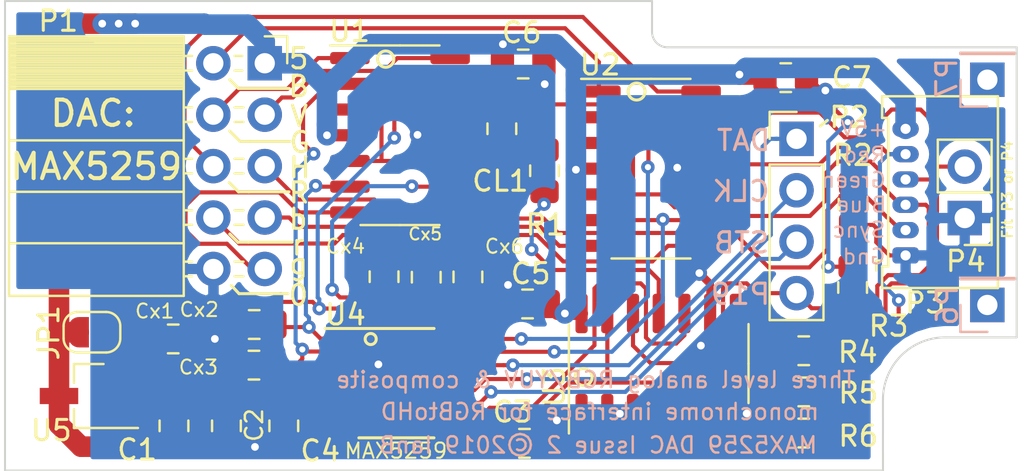
<source format=kicad_pcb>
(kicad_pcb (version 20171130) (host pcbnew "(5.1.4)-1")

  (general
    (thickness 1.6)
    (drawings 63)
    (tracks 569)
    (zones 0)
    (modules 32)
    (nets 36)
  )

  (page A4)
  (layers
    (0 F.Cu signal)
    (31 B.Cu signal)
    (34 B.Paste user hide)
    (35 F.Paste user hide)
    (36 B.SilkS user)
    (37 F.SilkS user)
    (38 B.Mask user hide)
    (39 F.Mask user)
    (40 Dwgs.User user hide)
    (41 Cmts.User user hide)
    (44 Edge.Cuts user)
    (45 Margin user hide)
    (46 B.CrtYd user hide)
    (47 F.CrtYd user hide)
    (48 B.Fab user hide)
    (49 F.Fab user hide)
  )

  (setup
    (last_trace_width 0.2032)
    (user_trace_width 0.2032)
    (user_trace_width 0.381)
    (user_trace_width 0.635)
    (user_trace_width 0.762)
    (user_trace_width 0.889)
    (user_trace_width 1.016)
    (user_trace_width 1.143)
    (user_trace_width 1.27)
    (trace_clearance 0.2032)
    (zone_clearance 0.508)
    (zone_45_only yes)
    (trace_min 0.2032)
    (via_size 0.6604)
    (via_drill 0.3048)
    (via_min_size 0.6604)
    (via_min_drill 0.3048)
    (uvia_size 0.6096)
    (uvia_drill 0.3048)
    (uvias_allowed no)
    (uvia_min_size 0)
    (uvia_min_drill 0)
    (edge_width 0.1)
    (segment_width 0.2)
    (pcb_text_width 0.2)
    (pcb_text_size 1.25 1.25)
    (mod_edge_width 0.15)
    (mod_text_size 1 1)
    (mod_text_width 0.15)
    (pad_size 1.7 1.7)
    (pad_drill 1)
    (pad_to_mask_clearance 0.15)
    (solder_mask_min_width 0.26)
    (aux_axis_origin 12.502 54.50096)
    (grid_origin 45.002 28.00096)
    (visible_elements 7FFFFFFF)
    (pcbplotparams
      (layerselection 0x010f0_ffffffff)
      (usegerberextensions true)
      (usegerberattributes false)
      (usegerberadvancedattributes false)
      (creategerberjobfile false)
      (excludeedgelayer true)
      (linewidth 0.100000)
      (plotframeref false)
      (viasonmask false)
      (mode 1)
      (useauxorigin false)
      (hpglpennumber 1)
      (hpglpenspeed 20)
      (hpglpendiameter 15.000000)
      (psnegative false)
      (psa4output false)
      (plotreference true)
      (plotvalue false)
      (plotinvisibletext false)
      (padsonsilk false)
      (subtractmaskfromsilk false)
      (outputformat 1)
      (mirror false)
      (drillshape 0)
      (scaleselection 1)
      (outputdirectory "manufacturing/"))
  )

  (net 0 "")
  (net 1 /GND)
  (net 2 /SYNC)
  (net 3 /BLUE)
  (net 4 /GREEN)
  (net 5 /RED)
  (net 6 /BRED)
  (net 7 /BGREEN)
  (net 8 /BBLUE)
  (net 9 /VSYNC)
  (net 10 /VANALOG)
  (net 11 /ASYNC)
  (net 12 /ARED)
  (net 13 /AGREEN)
  (net 14 /ABLUE)
  (net 15 "Net-(P6-Pad1)")
  (net 16 /REFSYNC)
  (net 17 /TERMINATE)
  (net 18 /GPIO22_STB)
  (net 19 /GPIO0_DAT)
  (net 20 "Net-(P7-Pad1)")
  (net 21 /VCC)
  (net 22 /GPIO1_CLK)
  (net 23 /CLAMPLVL)
  (net 24 /CGREEN)
  (net 25 /CLAMP)
  (net 26 "Net-(R1-Pad2)")
  (net 27 /REFGYSYNC)
  (net 28 /REFRBUVLO)
  (net 29 /REFRBUVHI)
  (net 30 /REFGYHI)
  (net 31 /REFGYLO)
  (net 32 "Net-(R4-Pad2)")
  (net 33 "Net-(R5-Pad2)")
  (net 34 "Net-(R6-Pad2)")
  (net 35 "Net-(U4-Pad14)")

  (net_class Default "This is the default net class."
    (clearance 0.2032)
    (trace_width 0.2032)
    (via_dia 0.6604)
    (via_drill 0.3048)
    (uvia_dia 0.6096)
    (uvia_drill 0.3048)
    (diff_pair_width 0.2032)
    (diff_pair_gap 0.25)
    (add_net /ABLUE)
    (add_net /AGREEN)
    (add_net /ARED)
    (add_net /ASYNC)
    (add_net /BBLUE)
    (add_net /BGREEN)
    (add_net /BLUE)
    (add_net /BRED)
    (add_net /CGREEN)
    (add_net /CLAMP)
    (add_net /CLAMPLVL)
    (add_net /GND)
    (add_net /GPIO0_DAT)
    (add_net /GPIO1_CLK)
    (add_net /GPIO22_STB)
    (add_net /GREEN)
    (add_net /RED)
    (add_net /REFGYHI)
    (add_net /REFGYLO)
    (add_net /REFGYSYNC)
    (add_net /REFRBUVHI)
    (add_net /REFRBUVLO)
    (add_net /REFSYNC)
    (add_net /SYNC)
    (add_net /TERMINATE)
    (add_net /VANALOG)
    (add_net /VCC)
    (add_net /VSYNC)
    (add_net "Net-(P6-Pad1)")
    (add_net "Net-(P7-Pad1)")
    (add_net "Net-(R1-Pad2)")
    (add_net "Net-(R4-Pad2)")
    (add_net "Net-(R5-Pad2)")
    (add_net "Net-(R6-Pad2)")
    (add_net "Net-(U4-Pad14)")
  )

  (net_class Power ""
    (clearance 0.2032)
    (trace_width 0.381)
    (via_dia 0.762)
    (via_drill 0.381)
    (uvia_dia 0.6096)
    (uvia_drill 0.3048)
    (diff_pair_width 0.2032)
    (diff_pair_gap 0.25)
  )

  (module Capacitor_SMD:C_0805_2012Metric_Pad1.15x1.40mm_HandSolder (layer F.Cu) (tedit 5B36C52B) (tstamp 5DEB73CF)
    (at 39.8331 47.27956 180)
    (descr "Capacitor SMD 0805 (2012 Metric), square (rectangular) end terminal, IPC_7351 nominal with elongated pad for handsoldering. (Body size source: https://docs.google.com/spreadsheets/d/1BsfQQcO9C6DZCsRaXUlFlo91Tg2WpOkGARC1WS5S8t0/edit?usp=sharing), generated with kicad-footprint-generator")
    (tags "capacitor handsolder")
    (path /5E1FABFE)
    (attr smd)
    (fp_text reference Cx2 (at 2.7178 0.7366) (layer F.SilkS)
      (effects (font (size 0.7 0.7) (thickness 0.1)))
    )
    (fp_text value 100n (at 0 1.65) (layer F.Fab)
      (effects (font (size 1 1) (thickness 0.15)))
    )
    (fp_line (start -1 0.6) (end -1 -0.6) (layer F.Fab) (width 0.1))
    (fp_line (start -1 -0.6) (end 1 -0.6) (layer F.Fab) (width 0.1))
    (fp_line (start 1 -0.6) (end 1 0.6) (layer F.Fab) (width 0.1))
    (fp_line (start 1 0.6) (end -1 0.6) (layer F.Fab) (width 0.1))
    (fp_line (start -0.261252 -0.71) (end 0.261252 -0.71) (layer F.SilkS) (width 0.12))
    (fp_line (start -0.261252 0.71) (end 0.261252 0.71) (layer F.SilkS) (width 0.12))
    (fp_line (start -1.85 0.95) (end -1.85 -0.95) (layer F.CrtYd) (width 0.05))
    (fp_line (start -1.85 -0.95) (end 1.85 -0.95) (layer F.CrtYd) (width 0.05))
    (fp_line (start 1.85 -0.95) (end 1.85 0.95) (layer F.CrtYd) (width 0.05))
    (fp_line (start 1.85 0.95) (end -1.85 0.95) (layer F.CrtYd) (width 0.05))
    (fp_text user %R (at 0 0) (layer F.Fab)
      (effects (font (size 0.5 0.5) (thickness 0.08)))
    )
    (pad 1 smd roundrect (at -1.025 0 180) (size 1.15 1.4) (layers F.Cu F.Paste F.Mask) (roundrect_rratio 0.217391)
      (net 31 /REFGYLO))
    (pad 2 smd roundrect (at 1.025 0 180) (size 1.15 1.4) (layers F.Cu F.Paste F.Mask) (roundrect_rratio 0.217391)
      (net 1 /GND))
    (model ${KISYS3DMOD}/Capacitor_SMD.3dshapes/C_0805_2012Metric.wrl
      (at (xyz 0 0 0))
      (scale (xyz 1 1 1))
      (rotate (xyz 0 0 0))
    )
  )

  (module Capacitor_SMD:C_0805_2012Metric_Pad1.15x1.40mm_HandSolder (layer F.Cu) (tedit 5B36C52B) (tstamp 5DC8CC0C)
    (at 53.3332 46.26356 180)
    (descr "Capacitor SMD 0805 (2012 Metric), square (rectangular) end terminal, IPC_7351 nominal with elongated pad for handsoldering. (Body size source: https://docs.google.com/spreadsheets/d/1BsfQQcO9C6DZCsRaXUlFlo91Tg2WpOkGARC1WS5S8t0/edit?usp=sharing), generated with kicad-footprint-generator")
    (tags "capacitor handsolder")
    (path /5DCE4EBF)
    (attr smd)
    (fp_text reference C5 (at -0.1524 1.4986) (layer F.SilkS)
      (effects (font (size 1 1) (thickness 0.15)))
    )
    (fp_text value 100n (at 0 1.65) (layer F.Fab)
      (effects (font (size 1 1) (thickness 0.15)))
    )
    (fp_text user %R (at 0 0) (layer F.Fab)
      (effects (font (size 0.5 0.5) (thickness 0.08)))
    )
    (fp_line (start 1.85 0.95) (end -1.85 0.95) (layer F.CrtYd) (width 0.05))
    (fp_line (start 1.85 -0.95) (end 1.85 0.95) (layer F.CrtYd) (width 0.05))
    (fp_line (start -1.85 -0.95) (end 1.85 -0.95) (layer F.CrtYd) (width 0.05))
    (fp_line (start -1.85 0.95) (end -1.85 -0.95) (layer F.CrtYd) (width 0.05))
    (fp_line (start -0.261252 0.71) (end 0.261252 0.71) (layer F.SilkS) (width 0.12))
    (fp_line (start -0.261252 -0.71) (end 0.261252 -0.71) (layer F.SilkS) (width 0.12))
    (fp_line (start 1 0.6) (end -1 0.6) (layer F.Fab) (width 0.1))
    (fp_line (start 1 -0.6) (end 1 0.6) (layer F.Fab) (width 0.1))
    (fp_line (start -1 -0.6) (end 1 -0.6) (layer F.Fab) (width 0.1))
    (fp_line (start -1 0.6) (end -1 -0.6) (layer F.Fab) (width 0.1))
    (pad 2 smd roundrect (at 1.025 0 180) (size 1.15 1.4) (layers F.Cu F.Paste F.Mask) (roundrect_rratio 0.217391)
      (net 1 /GND))
    (pad 1 smd roundrect (at -1.025 0 180) (size 1.15 1.4) (layers F.Cu F.Paste F.Mask) (roundrect_rratio 0.217391)
      (net 21 /VCC))
    (model ${KISYS3DMOD}/Capacitor_SMD.3dshapes/C_0805_2012Metric.wrl
      (at (xyz 0 0 0))
      (scale (xyz 1 1 1))
      (rotate (xyz 0 0 0))
    )
  )

  (module Package_SO:QSOP-16_3.9x4.9mm_P0.635mm (layer F.Cu) (tedit 5A02F25C) (tstamp 5DE9AC6A)
    (at 46.8562 50.20056)
    (descr "16-Lead Plastic Shrink Small Outline Narrow Body (QR)-.150\" Body [QSOP] (see Microchip Packaging Specification 00000049BS.pdf)")
    (tags "SSOP 0.635")
    (path /5DEBF7A0)
    (attr smd)
    (fp_text reference U4 (at -2.5146 -3.4036) (layer F.SilkS)
      (effects (font (size 1 1) (thickness 0.15)))
    )
    (fp_text value MAX5259EEE+ (at 0 3.5) (layer F.Fab)
      (effects (font (size 1 1) (thickness 0.15)))
    )
    (fp_line (start -0.95 -2.45) (end 1.95 -2.45) (layer F.Fab) (width 0.15))
    (fp_line (start 1.95 -2.45) (end 1.95 2.45) (layer F.Fab) (width 0.15))
    (fp_line (start 1.95 2.45) (end -1.95 2.45) (layer F.Fab) (width 0.15))
    (fp_line (start -1.95 2.45) (end -1.95 -1.45) (layer F.Fab) (width 0.15))
    (fp_line (start -1.95 -1.45) (end -0.95 -2.45) (layer F.Fab) (width 0.15))
    (fp_line (start -3.7 -2.85) (end -3.7 2.8) (layer F.CrtYd) (width 0.05))
    (fp_line (start 3.7 -2.85) (end 3.7 2.8) (layer F.CrtYd) (width 0.05))
    (fp_line (start -3.7 -2.85) (end 3.7 -2.85) (layer F.CrtYd) (width 0.05))
    (fp_line (start -3.7 2.8) (end 3.7 2.8) (layer F.CrtYd) (width 0.05))
    (fp_line (start -1.8543 2.675) (end 1.8543 2.675) (layer F.SilkS) (width 0.15))
    (fp_line (start -3.525 -2.725) (end 1.8586 -2.725) (layer F.SilkS) (width 0.15))
    (fp_text user %R (at 0 0) (layer F.Fab)
      (effects (font (size 0.7 0.7) (thickness 0.15)))
    )
    (pad 1 smd rect (at -2.6543 -2.2225) (size 1.6 0.41) (layers F.Cu F.Paste F.Mask)
      (net 31 /REFGYLO))
    (pad 2 smd rect (at -2.6543 -1.5875) (size 1.6 0.41) (layers F.Cu F.Paste F.Mask)
      (net 30 /REFGYHI))
    (pad 3 smd rect (at -2.6543 -0.9525) (size 1.6 0.41) (layers F.Cu F.Paste F.Mask)
      (net 1 /GND))
    (pad 4 smd rect (at -2.6543 -0.3175) (size 1.6 0.41) (layers F.Cu F.Paste F.Mask)
      (net 10 /VANALOG))
    (pad 5 smd rect (at -2.6543 0.3175) (size 1.6 0.41) (layers F.Cu F.Paste F.Mask)
      (net 10 /VANALOG))
    (pad 6 smd rect (at -2.6543 0.9525) (size 1.6 0.41) (layers F.Cu F.Paste F.Mask)
      (net 1 /GND))
    (pad 7 smd rect (at -2.6543 1.5875) (size 1.6 0.41) (layers F.Cu F.Paste F.Mask)
      (net 27 /REFGYSYNC))
    (pad 8 smd rect (at -2.6543 2.2225) (size 1.6 0.41) (layers F.Cu F.Paste F.Mask)
      (net 16 /REFSYNC))
    (pad 9 smd rect (at 2.6543 2.2225) (size 1.6 0.41) (layers F.Cu F.Paste F.Mask)
      (net 17 /TERMINATE))
    (pad 10 smd rect (at 2.6543 1.5875) (size 1.6 0.41) (layers F.Cu F.Paste F.Mask)
      (net 23 /CLAMPLVL))
    (pad 11 smd rect (at 2.6543 0.9525) (size 1.6 0.41) (layers F.Cu F.Paste F.Mask)
      (net 18 /GPIO22_STB))
    (pad 12 smd rect (at 2.6543 0.3175) (size 1.6 0.41) (layers F.Cu F.Paste F.Mask)
      (net 22 /GPIO1_CLK))
    (pad 13 smd rect (at 2.6543 -0.3175) (size 1.6 0.41) (layers F.Cu F.Paste F.Mask)
      (net 19 /GPIO0_DAT))
    (pad 14 smd rect (at 2.6543 -0.9525) (size 1.6 0.41) (layers F.Cu F.Paste F.Mask)
      (net 35 "Net-(U4-Pad14)"))
    (pad 15 smd rect (at 2.6543 -1.5875) (size 1.6 0.41) (layers F.Cu F.Paste F.Mask)
      (net 28 /REFRBUVLO))
    (pad 16 smd rect (at 2.6543 -2.2225) (size 1.6 0.41) (layers F.Cu F.Paste F.Mask)
      (net 29 /REFRBUVHI))
    (model ${KISYS3DMOD}/Package_SO.3dshapes/QSOP-16_3.9x4.9mm_P0.635mm.wrl
      (at (xyz 0 0 0))
      (scale (xyz 1 1 1))
      (rotate (xyz 0 0 0))
    )
  )

  (module Connector_PinHeader_2.54mm:PinHeader_1x04_P2.54mm_Vertical (layer F.Cu) (tedit 59FED5CC) (tstamp 5DCC4DD0)
    (at 66.6174 38.11016)
    (descr "Through hole straight pin header, 1x04, 2.54mm pitch, single row")
    (tags "Through hole pin header THT 1x04 2.54mm single row")
    (path /5DCFA861)
    (fp_text reference P2 (at 2.6035 -1.0668) (layer F.SilkS)
      (effects (font (size 1 1) (thickness 0.15)))
    )
    (fp_text value Conn_01x04 (at 0 9.95) (layer F.Fab)
      (effects (font (size 1 1) (thickness 0.15)))
    )
    (fp_text user %R (at 0 3.81 90) (layer F.Fab)
      (effects (font (size 1 1) (thickness 0.15)))
    )
    (fp_line (start 1.8 -1.8) (end -1.8 -1.8) (layer F.CrtYd) (width 0.05))
    (fp_line (start 1.8 9.4) (end 1.8 -1.8) (layer F.CrtYd) (width 0.05))
    (fp_line (start -1.8 9.4) (end 1.8 9.4) (layer F.CrtYd) (width 0.05))
    (fp_line (start -1.8 -1.8) (end -1.8 9.4) (layer F.CrtYd) (width 0.05))
    (fp_line (start -1.33 -1.33) (end 0 -1.33) (layer F.SilkS) (width 0.12))
    (fp_line (start -1.33 0) (end -1.33 -1.33) (layer F.SilkS) (width 0.12))
    (fp_line (start -1.33 1.27) (end 1.33 1.27) (layer F.SilkS) (width 0.12))
    (fp_line (start 1.33 1.27) (end 1.33 8.95) (layer F.SilkS) (width 0.12))
    (fp_line (start -1.33 1.27) (end -1.33 8.95) (layer F.SilkS) (width 0.12))
    (fp_line (start -1.33 8.95) (end 1.33 8.95) (layer F.SilkS) (width 0.12))
    (fp_line (start -1.27 -0.635) (end -0.635 -1.27) (layer F.Fab) (width 0.1))
    (fp_line (start -1.27 8.89) (end -1.27 -0.635) (layer F.Fab) (width 0.1))
    (fp_line (start 1.27 8.89) (end -1.27 8.89) (layer F.Fab) (width 0.1))
    (fp_line (start 1.27 -1.27) (end 1.27 8.89) (layer F.Fab) (width 0.1))
    (fp_line (start -0.635 -1.27) (end 1.27 -1.27) (layer F.Fab) (width 0.1))
    (pad 4 thru_hole oval (at 0 7.62) (size 1.7 1.7) (drill 1) (layers *.Cu *.Mask)
      (net 25 /CLAMP))
    (pad 3 thru_hole oval (at 0 5.08) (size 1.7 1.7) (drill 1) (layers *.Cu *.Mask)
      (net 18 /GPIO22_STB))
    (pad 2 thru_hole oval (at 0 2.54) (size 1.7 1.7) (drill 1) (layers *.Cu *.Mask)
      (net 22 /GPIO1_CLK))
    (pad 1 thru_hole rect (at 0 0) (size 1.7 1.7) (drill 1) (layers *.Cu *.Mask)
      (net 19 /GPIO0_DAT))
    (model ${KISYS3DMOD}/Connector_PinHeader_2.54mm.3dshapes/PinHeader_1x04_P2.54mm_Vertical.wrl
      (at (xyz 0 0 0))
      (scale (xyz 1 1 1))
      (rotate (xyz 0 0 0))
    )
  )

  (module Connector_PinHeader_2.54mm:PinHeader_1x02_P2.54mm_Vertical (layer F.Cu) (tedit 59FED5CC) (tstamp 5DCB09B9)
    (at 74.9232 42.02176 180)
    (descr "Through hole straight pin header, 1x02, 2.54mm pitch, single row")
    (tags "Through hole pin header THT 1x02 2.54mm single row")
    (path /5DD175CA)
    (attr virtual)
    (fp_text reference P4 (at -0.0508 -2.1336) (layer F.SilkS)
      (effects (font (size 1 1) (thickness 0.15)))
    )
    (fp_text value Conn_01x02 (at 0 4.87) (layer F.Fab)
      (effects (font (size 1 1) (thickness 0.15)))
    )
    (fp_line (start -0.635 -1.27) (end 1.27 -1.27) (layer F.Fab) (width 0.1))
    (fp_line (start 1.27 -1.27) (end 1.27 3.81) (layer F.Fab) (width 0.1))
    (fp_line (start 1.27 3.81) (end -1.27 3.81) (layer F.Fab) (width 0.1))
    (fp_line (start -1.27 3.81) (end -1.27 -0.635) (layer F.Fab) (width 0.1))
    (fp_line (start -1.27 -0.635) (end -0.635 -1.27) (layer F.Fab) (width 0.1))
    (fp_line (start -1.33 3.87) (end 1.33 3.87) (layer F.SilkS) (width 0.12))
    (fp_line (start -1.33 1.27) (end -1.33 3.87) (layer F.SilkS) (width 0.12))
    (fp_line (start 1.33 1.27) (end 1.33 3.87) (layer F.SilkS) (width 0.12))
    (fp_line (start -1.33 1.27) (end 1.33 1.27) (layer F.SilkS) (width 0.12))
    (fp_line (start -1.33 0) (end -1.33 -1.33) (layer F.SilkS) (width 0.12))
    (fp_line (start -1.33 -1.33) (end 0 -1.33) (layer F.SilkS) (width 0.12))
    (fp_line (start -1.8 -1.8) (end -1.8 4.35) (layer F.CrtYd) (width 0.05))
    (fp_line (start -1.8 4.35) (end 1.8 4.35) (layer F.CrtYd) (width 0.05))
    (fp_line (start 1.8 4.35) (end 1.8 -1.8) (layer F.CrtYd) (width 0.05))
    (fp_line (start 1.8 -1.8) (end -1.8 -1.8) (layer F.CrtYd) (width 0.05))
    (fp_text user %R (at 0 1.27 90) (layer F.Fab)
      (effects (font (size 1 1) (thickness 0.15)))
    )
    (pad 1 thru_hole rect (at 0 0 180) (size 1.7 1.7) (drill 1) (layers *.Cu *.Mask)
      (net 1 /GND))
    (pad 2 thru_hole oval (at 0 2.54 180) (size 1.7 1.7) (drill 1) (layers *.Cu *.Mask)
      (net 13 /AGREEN))
    (model ${KISYS3DMOD}/Connector_PinHeader_2.54mm.3dshapes/PinHeader_1x02_P2.54mm_Vertical.wrl
      (at (xyz 0 0 0))
      (scale (xyz 1 1 1))
      (rotate (xyz 0 0 0))
    )
  )

  (module Package_SO:SOIC-14_3.9x8.7mm_P1.27mm (layer F.Cu) (tedit 5C97300E) (tstamp 5DE9AC4A)
    (at 59.8102 49.20996 90)
    (descr "SOIC, 14 Pin (JEDEC MS-012AB, https://www.analog.com/media/en/package-pcb-resources/package/pkg_pdf/soic_narrow-r/r_14.pdf), generated with kicad-footprint-generator ipc_gullwing_generator.py")
    (tags "SOIC SO")
    (path /5E118FBF)
    (attr smd)
    (fp_text reference U3 (at -1.143 -5.1562 90) (layer F.SilkS)
      (effects (font (size 1 1) (thickness 0.15)))
    )
    (fp_text value 4066 (at 0 5.28 90) (layer F.Fab)
      (effects (font (size 1 1) (thickness 0.15)))
    )
    (fp_line (start 0 4.435) (end 1.95 4.435) (layer F.SilkS) (width 0.12))
    (fp_line (start 0 4.435) (end -1.95 4.435) (layer F.SilkS) (width 0.12))
    (fp_line (start 0 -4.435) (end 1.95 -4.435) (layer F.SilkS) (width 0.12))
    (fp_line (start 0 -4.435) (end -3.45 -4.435) (layer F.SilkS) (width 0.12))
    (fp_line (start -0.975 -4.325) (end 1.95 -4.325) (layer F.Fab) (width 0.1))
    (fp_line (start 1.95 -4.325) (end 1.95 4.325) (layer F.Fab) (width 0.1))
    (fp_line (start 1.95 4.325) (end -1.95 4.325) (layer F.Fab) (width 0.1))
    (fp_line (start -1.95 4.325) (end -1.95 -3.35) (layer F.Fab) (width 0.1))
    (fp_line (start -1.95 -3.35) (end -0.975 -4.325) (layer F.Fab) (width 0.1))
    (fp_line (start -3.7 -4.58) (end -3.7 4.58) (layer F.CrtYd) (width 0.05))
    (fp_line (start -3.7 4.58) (end 3.7 4.58) (layer F.CrtYd) (width 0.05))
    (fp_line (start 3.7 4.58) (end 3.7 -4.58) (layer F.CrtYd) (width 0.05))
    (fp_line (start 3.7 -4.58) (end -3.7 -4.58) (layer F.CrtYd) (width 0.05))
    (fp_text user %R (at 0 0 90) (layer F.Fab)
      (effects (font (size 0.98 0.98) (thickness 0.15)))
    )
    (pad 1 smd roundrect (at -2.475 -3.81 90) (size 1.95 0.6) (layers F.Cu F.Paste F.Mask) (roundrect_rratio 0.25)
      (net 34 "Net-(R6-Pad2)"))
    (pad 2 smd roundrect (at -2.475 -2.54 90) (size 1.95 0.6) (layers F.Cu F.Paste F.Mask) (roundrect_rratio 0.25)
      (net 1 /GND))
    (pad 3 smd roundrect (at -2.475 -1.27 90) (size 1.95 0.6) (layers F.Cu F.Paste F.Mask) (roundrect_rratio 0.25)
      (net 1 /GND))
    (pad 4 smd roundrect (at -2.475 0 90) (size 1.95 0.6) (layers F.Cu F.Paste F.Mask) (roundrect_rratio 0.25)
      (net 33 "Net-(R5-Pad2)"))
    (pad 5 smd roundrect (at -2.475 1.27 90) (size 1.95 0.6) (layers F.Cu F.Paste F.Mask) (roundrect_rratio 0.25)
      (net 17 /TERMINATE))
    (pad 6 smd roundrect (at -2.475 2.54 90) (size 1.95 0.6) (layers F.Cu F.Paste F.Mask) (roundrect_rratio 0.25)
      (net 17 /TERMINATE))
    (pad 7 smd roundrect (at -2.475 3.81 90) (size 1.95 0.6) (layers F.Cu F.Paste F.Mask) (roundrect_rratio 0.25)
      (net 1 /GND))
    (pad 8 smd roundrect (at 2.475 3.81 90) (size 1.95 0.6) (layers F.Cu F.Paste F.Mask) (roundrect_rratio 0.25)
      (net 32 "Net-(R4-Pad2)"))
    (pad 9 smd roundrect (at 2.475 2.54 90) (size 1.95 0.6) (layers F.Cu F.Paste F.Mask) (roundrect_rratio 0.25)
      (net 1 /GND))
    (pad 10 smd roundrect (at 2.475 1.27 90) (size 1.95 0.6) (layers F.Cu F.Paste F.Mask) (roundrect_rratio 0.25)
      (net 23 /CLAMPLVL))
    (pad 11 smd roundrect (at 2.475 0 90) (size 1.95 0.6) (layers F.Cu F.Paste F.Mask) (roundrect_rratio 0.25)
      (net 26 "Net-(R1-Pad2)"))
    (pad 12 smd roundrect (at 2.475 -1.27 90) (size 1.95 0.6) (layers F.Cu F.Paste F.Mask) (roundrect_rratio 0.25)
      (net 25 /CLAMP))
    (pad 13 smd roundrect (at 2.475 -2.54 90) (size 1.95 0.6) (layers F.Cu F.Paste F.Mask) (roundrect_rratio 0.25)
      (net 17 /TERMINATE))
    (pad 14 smd roundrect (at 2.475 -3.81 90) (size 1.95 0.6) (layers F.Cu F.Paste F.Mask) (roundrect_rratio 0.25)
      (net 21 /VCC))
    (model ${KISYS3DMOD}/Package_SO.3dshapes/SOIC-14_3.9x8.7mm_P1.27mm.wrl
      (at (xyz 0 0 0))
      (scale (xyz 1 1 1))
      (rotate (xyz 0 0 0))
    )
  )

  (module Resistor_SMD:R_0805_2012Metric_Pad1.15x1.40mm_HandSolder (layer F.Cu) (tedit 5B36C52B) (tstamp 5DE9AC19)
    (at 69.386 45.45076 270)
    (descr "Resistor SMD 0805 (2012 Metric), square (rectangular) end terminal, IPC_7351 nominal with elongated pad for handsoldering. (Body size source: https://docs.google.com/spreadsheets/d/1BsfQQcO9C6DZCsRaXUlFlo91Tg2WpOkGARC1WS5S8t0/edit?usp=sharing), generated with kicad-footprint-generator")
    (tags "resistor handsolder")
    (path /5E08BDE2)
    (attr smd)
    (fp_text reference R3 (at 1.905 -1.778) (layer F.SilkS)
      (effects (font (size 1 1) (thickness 0.15)))
    )
    (fp_text value 1K (at 0 1.65 90) (layer F.Fab)
      (effects (font (size 1 1) (thickness 0.15)))
    )
    (fp_text user %R (at 0 0 90) (layer F.Fab)
      (effects (font (size 0.5 0.5) (thickness 0.08)))
    )
    (fp_line (start 1.85 0.95) (end -1.85 0.95) (layer F.CrtYd) (width 0.05))
    (fp_line (start 1.85 -0.95) (end 1.85 0.95) (layer F.CrtYd) (width 0.05))
    (fp_line (start -1.85 -0.95) (end 1.85 -0.95) (layer F.CrtYd) (width 0.05))
    (fp_line (start -1.85 0.95) (end -1.85 -0.95) (layer F.CrtYd) (width 0.05))
    (fp_line (start -0.261252 0.71) (end 0.261252 0.71) (layer F.SilkS) (width 0.12))
    (fp_line (start -0.261252 -0.71) (end 0.261252 -0.71) (layer F.SilkS) (width 0.12))
    (fp_line (start 1 0.6) (end -1 0.6) (layer F.Fab) (width 0.1))
    (fp_line (start 1 -0.6) (end 1 0.6) (layer F.Fab) (width 0.1))
    (fp_line (start -1 -0.6) (end 1 -0.6) (layer F.Fab) (width 0.1))
    (fp_line (start -1 0.6) (end -1 -0.6) (layer F.Fab) (width 0.1))
    (pad 2 smd roundrect (at 1.025 0 270) (size 1.15 1.4) (layers F.Cu F.Paste F.Mask) (roundrect_rratio 0.217391)
      (net 25 /CLAMP))
    (pad 1 smd roundrect (at -1.025 0 270) (size 1.15 1.4) (layers F.Cu F.Paste F.Mask) (roundrect_rratio 0.217391)
      (net 21 /VCC))
    (model ${KISYS3DMOD}/Resistor_SMD.3dshapes/R_0805_2012Metric.wrl
      (at (xyz 0 0 0))
      (scale (xyz 1 1 1))
      (rotate (xyz 0 0 0))
    )
  )

  (module Resistor_SMD:R_0805_2012Metric_Pad1.15x1.40mm_HandSolder (layer F.Cu) (tedit 5B36C52B) (tstamp 5DEAAA5E)
    (at 66.973 48.57496 180)
    (descr "Resistor SMD 0805 (2012 Metric), square (rectangular) end terminal, IPC_7351 nominal with elongated pad for handsoldering. (Body size source: https://docs.google.com/spreadsheets/d/1BsfQQcO9C6DZCsRaXUlFlo91Tg2WpOkGARC1WS5S8t0/edit?usp=sharing), generated with kicad-footprint-generator")
    (tags "resistor handsolder")
    (path /5DFCAEED)
    (attr smd)
    (fp_text reference R4 (at -2.667 -0.0762) (layer F.SilkS)
      (effects (font (size 1 1) (thickness 0.15)))
    )
    (fp_text value 75R (at 0 1.65) (layer F.Fab)
      (effects (font (size 1 1) (thickness 0.15)))
    )
    (fp_line (start -1 0.6) (end -1 -0.6) (layer F.Fab) (width 0.1))
    (fp_line (start -1 -0.6) (end 1 -0.6) (layer F.Fab) (width 0.1))
    (fp_line (start 1 -0.6) (end 1 0.6) (layer F.Fab) (width 0.1))
    (fp_line (start 1 0.6) (end -1 0.6) (layer F.Fab) (width 0.1))
    (fp_line (start -0.261252 -0.71) (end 0.261252 -0.71) (layer F.SilkS) (width 0.12))
    (fp_line (start -0.261252 0.71) (end 0.261252 0.71) (layer F.SilkS) (width 0.12))
    (fp_line (start -1.85 0.95) (end -1.85 -0.95) (layer F.CrtYd) (width 0.05))
    (fp_line (start -1.85 -0.95) (end 1.85 -0.95) (layer F.CrtYd) (width 0.05))
    (fp_line (start 1.85 -0.95) (end 1.85 0.95) (layer F.CrtYd) (width 0.05))
    (fp_line (start 1.85 0.95) (end -1.85 0.95) (layer F.CrtYd) (width 0.05))
    (fp_text user %R (at 0 0) (layer F.Fab)
      (effects (font (size 0.5 0.5) (thickness 0.08)))
    )
    (pad 1 smd roundrect (at -1.025 0 180) (size 1.15 1.4) (layers F.Cu F.Paste F.Mask) (roundrect_rratio 0.217391)
      (net 14 /ABLUE))
    (pad 2 smd roundrect (at 1.025 0 180) (size 1.15 1.4) (layers F.Cu F.Paste F.Mask) (roundrect_rratio 0.217391)
      (net 32 "Net-(R4-Pad2)"))
    (model ${KISYS3DMOD}/Resistor_SMD.3dshapes/R_0805_2012Metric.wrl
      (at (xyz 0 0 0))
      (scale (xyz 1 1 1))
      (rotate (xyz 0 0 0))
    )
  )

  (module Resistor_SMD:R_0805_2012Metric_Pad1.15x1.40mm_HandSolder (layer F.Cu) (tedit 5B36C52B) (tstamp 5DEAAA6F)
    (at 66.973 50.60696 180)
    (descr "Resistor SMD 0805 (2012 Metric), square (rectangular) end terminal, IPC_7351 nominal with elongated pad for handsoldering. (Body size source: https://docs.google.com/spreadsheets/d/1BsfQQcO9C6DZCsRaXUlFlo91Tg2WpOkGARC1WS5S8t0/edit?usp=sharing), generated with kicad-footprint-generator")
    (tags "resistor handsolder")
    (path /5DFFC467)
    (attr smd)
    (fp_text reference R5 (at -2.6924 -0.0508) (layer F.SilkS)
      (effects (font (size 1 1) (thickness 0.15)))
    )
    (fp_text value 75R (at 0 1.65) (layer F.Fab)
      (effects (font (size 1 1) (thickness 0.15)))
    )
    (fp_text user %R (at 0 0) (layer F.Fab)
      (effects (font (size 0.5 0.5) (thickness 0.08)))
    )
    (fp_line (start 1.85 0.95) (end -1.85 0.95) (layer F.CrtYd) (width 0.05))
    (fp_line (start 1.85 -0.95) (end 1.85 0.95) (layer F.CrtYd) (width 0.05))
    (fp_line (start -1.85 -0.95) (end 1.85 -0.95) (layer F.CrtYd) (width 0.05))
    (fp_line (start -1.85 0.95) (end -1.85 -0.95) (layer F.CrtYd) (width 0.05))
    (fp_line (start -0.261252 0.71) (end 0.261252 0.71) (layer F.SilkS) (width 0.12))
    (fp_line (start -0.261252 -0.71) (end 0.261252 -0.71) (layer F.SilkS) (width 0.12))
    (fp_line (start 1 0.6) (end -1 0.6) (layer F.Fab) (width 0.1))
    (fp_line (start 1 -0.6) (end 1 0.6) (layer F.Fab) (width 0.1))
    (fp_line (start -1 -0.6) (end 1 -0.6) (layer F.Fab) (width 0.1))
    (fp_line (start -1 0.6) (end -1 -0.6) (layer F.Fab) (width 0.1))
    (pad 2 smd roundrect (at 1.025 0 180) (size 1.15 1.4) (layers F.Cu F.Paste F.Mask) (roundrect_rratio 0.217391)
      (net 33 "Net-(R5-Pad2)"))
    (pad 1 smd roundrect (at -1.025 0 180) (size 1.15 1.4) (layers F.Cu F.Paste F.Mask) (roundrect_rratio 0.217391)
      (net 13 /AGREEN))
    (model ${KISYS3DMOD}/Resistor_SMD.3dshapes/R_0805_2012Metric.wrl
      (at (xyz 0 0 0))
      (scale (xyz 1 1 1))
      (rotate (xyz 0 0 0))
    )
  )

  (module Resistor_SMD:R_0805_2012Metric_Pad1.15x1.40mm_HandSolder (layer F.Cu) (tedit 5B36C52B) (tstamp 5DEAAA80)
    (at 66.973 52.63896 180)
    (descr "Resistor SMD 0805 (2012 Metric), square (rectangular) end terminal, IPC_7351 nominal with elongated pad for handsoldering. (Body size source: https://docs.google.com/spreadsheets/d/1BsfQQcO9C6DZCsRaXUlFlo91Tg2WpOkGARC1WS5S8t0/edit?usp=sharing), generated with kicad-footprint-generator")
    (tags "resistor handsolder")
    (path /5DFFCF3C)
    (attr smd)
    (fp_text reference R6 (at -2.6924 -0.1524) (layer F.SilkS)
      (effects (font (size 1 1) (thickness 0.15)))
    )
    (fp_text value 75R (at 0 1.65) (layer F.Fab)
      (effects (font (size 1 1) (thickness 0.15)))
    )
    (fp_line (start -1 0.6) (end -1 -0.6) (layer F.Fab) (width 0.1))
    (fp_line (start -1 -0.6) (end 1 -0.6) (layer F.Fab) (width 0.1))
    (fp_line (start 1 -0.6) (end 1 0.6) (layer F.Fab) (width 0.1))
    (fp_line (start 1 0.6) (end -1 0.6) (layer F.Fab) (width 0.1))
    (fp_line (start -0.261252 -0.71) (end 0.261252 -0.71) (layer F.SilkS) (width 0.12))
    (fp_line (start -0.261252 0.71) (end 0.261252 0.71) (layer F.SilkS) (width 0.12))
    (fp_line (start -1.85 0.95) (end -1.85 -0.95) (layer F.CrtYd) (width 0.05))
    (fp_line (start -1.85 -0.95) (end 1.85 -0.95) (layer F.CrtYd) (width 0.05))
    (fp_line (start 1.85 -0.95) (end 1.85 0.95) (layer F.CrtYd) (width 0.05))
    (fp_line (start 1.85 0.95) (end -1.85 0.95) (layer F.CrtYd) (width 0.05))
    (fp_text user %R (at 0 0) (layer F.Fab)
      (effects (font (size 0.5 0.5) (thickness 0.08)))
    )
    (pad 1 smd roundrect (at -1.025 0 180) (size 1.15 1.4) (layers F.Cu F.Paste F.Mask) (roundrect_rratio 0.217391)
      (net 12 /ARED))
    (pad 2 smd roundrect (at 1.025 0 180) (size 1.15 1.4) (layers F.Cu F.Paste F.Mask) (roundrect_rratio 0.217391)
      (net 34 "Net-(R6-Pad2)"))
    (model ${KISYS3DMOD}/Resistor_SMD.3dshapes/R_0805_2012Metric.wrl
      (at (xyz 0 0 0))
      (scale (xyz 1 1 1))
      (rotate (xyz 0 0 0))
    )
  )

  (module Connector_PinHeader_2.54mm:PinHeader_1x01_P2.54mm_Vertical (layer B.Cu) (tedit 59FED5CC) (tstamp 5DCB8595)
    (at 76.0408 35.18916)
    (descr "Through hole straight pin header, 1x01, 2.54mm pitch, single row")
    (tags "Through hole pin header THT 1x01 2.54mm single row")
    (path /5DD08736)
    (fp_text reference P7 (at -2.0066 -0.0762 90) (layer B.SilkS)
      (effects (font (size 1 1) (thickness 0.15)) (justify mirror))
    )
    (fp_text value Conn_01x01 (at 0 -2.33) (layer B.Fab)
      (effects (font (size 1 1) (thickness 0.15)) (justify mirror))
    )
    (fp_line (start -0.635 1.27) (end 1.27 1.27) (layer B.Fab) (width 0.1))
    (fp_line (start 1.27 1.27) (end 1.27 -1.27) (layer B.Fab) (width 0.1))
    (fp_line (start 1.27 -1.27) (end -1.27 -1.27) (layer B.Fab) (width 0.1))
    (fp_line (start -1.27 -1.27) (end -1.27 0.635) (layer B.Fab) (width 0.1))
    (fp_line (start -1.27 0.635) (end -0.635 1.27) (layer B.Fab) (width 0.1))
    (fp_line (start -1.33 -1.33) (end 1.33 -1.33) (layer B.SilkS) (width 0.12))
    (fp_line (start -1.33 -1.27) (end -1.33 -1.33) (layer B.SilkS) (width 0.12))
    (fp_line (start 1.33 -1.27) (end 1.33 -1.33) (layer B.SilkS) (width 0.12))
    (fp_line (start -1.33 -1.27) (end 1.33 -1.27) (layer B.SilkS) (width 0.12))
    (fp_line (start -1.33 0) (end -1.33 1.33) (layer B.SilkS) (width 0.12))
    (fp_line (start -1.33 1.33) (end 0 1.33) (layer B.SilkS) (width 0.12))
    (fp_line (start -1.8 1.8) (end -1.8 -1.8) (layer B.CrtYd) (width 0.05))
    (fp_line (start -1.8 -1.8) (end 1.8 -1.8) (layer B.CrtYd) (width 0.05))
    (fp_line (start 1.8 -1.8) (end 1.8 1.8) (layer B.CrtYd) (width 0.05))
    (fp_line (start 1.8 1.8) (end -1.8 1.8) (layer B.CrtYd) (width 0.05))
    (fp_text user %R (at 0 0 270) (layer B.Fab)
      (effects (font (size 1 1) (thickness 0.15)) (justify mirror))
    )
    (pad 1 thru_hole rect (at 0 0) (size 1.7 1.7) (drill 1) (layers *.Cu *.Mask)
      (net 20 "Net-(P7-Pad1)"))
    (model ${KISYS3DMOD}/Connector_PinHeader_2.54mm.3dshapes/PinHeader_1x01_P2.54mm_Vertical.wrl
      (at (xyz 0 0 0))
      (scale (xyz 1 1 1))
      (rotate (xyz 0 0 0))
    )
  )

  (module Package_SO:SOIC-14_3.9x8.7mm_P1.27mm (layer F.Cu) (tedit 5C97300E) (tstamp 5DD46B67)
    (at 47.034 37.93236)
    (descr "SOIC, 14 Pin (JEDEC MS-012AB, https://www.analog.com/media/en/package-pcb-resources/package/pkg_pdf/soic_narrow-r/r_14.pdf), generated with kicad-footprint-generator ipc_gullwing_generator.py")
    (tags "SOIC SO")
    (path /5DE5166D)
    (attr smd)
    (fp_text reference U1 (at -2.4892 -5.1308) (layer F.SilkS)
      (effects (font (size 1 1) (thickness 0.15)))
    )
    (fp_text value MAX9144 (at 0 5.28) (layer F.Fab)
      (effects (font (size 1 1) (thickness 0.15)))
    )
    (fp_line (start 0 4.435) (end 1.95 4.435) (layer F.SilkS) (width 0.12))
    (fp_line (start 0 4.435) (end -1.95 4.435) (layer F.SilkS) (width 0.12))
    (fp_line (start 0 -4.435) (end 1.95 -4.435) (layer F.SilkS) (width 0.12))
    (fp_line (start 0 -4.435) (end -3.45 -4.435) (layer F.SilkS) (width 0.12))
    (fp_line (start -0.975 -4.325) (end 1.95 -4.325) (layer F.Fab) (width 0.1))
    (fp_line (start 1.95 -4.325) (end 1.95 4.325) (layer F.Fab) (width 0.1))
    (fp_line (start 1.95 4.325) (end -1.95 4.325) (layer F.Fab) (width 0.1))
    (fp_line (start -1.95 4.325) (end -1.95 -3.35) (layer F.Fab) (width 0.1))
    (fp_line (start -1.95 -3.35) (end -0.975 -4.325) (layer F.Fab) (width 0.1))
    (fp_line (start -3.7 -4.58) (end -3.7 4.58) (layer F.CrtYd) (width 0.05))
    (fp_line (start -3.7 4.58) (end 3.7 4.58) (layer F.CrtYd) (width 0.05))
    (fp_line (start 3.7 4.58) (end 3.7 -4.58) (layer F.CrtYd) (width 0.05))
    (fp_line (start 3.7 -4.58) (end -3.7 -4.58) (layer F.CrtYd) (width 0.05))
    (fp_text user %R (at 0 0) (layer F.Fab)
      (effects (font (size 0.98 0.98) (thickness 0.15)))
    )
    (pad 1 smd roundrect (at -2.475 -3.81) (size 1.95 0.6) (layers F.Cu F.Paste F.Mask) (roundrect_rratio 0.25)
      (net 4 /GREEN))
    (pad 2 smd roundrect (at -2.475 -2.54) (size 1.95 0.6) (layers F.Cu F.Paste F.Mask) (roundrect_rratio 0.25)
      (net 30 /REFGYHI))
    (pad 3 smd roundrect (at -2.475 -1.27) (size 1.95 0.6) (layers F.Cu F.Paste F.Mask) (roundrect_rratio 0.25)
      (net 24 /CGREEN))
    (pad 4 smd roundrect (at -2.475 0) (size 1.95 0.6) (layers F.Cu F.Paste F.Mask) (roundrect_rratio 0.25)
      (net 21 /VCC))
    (pad 5 smd roundrect (at -2.475 1.27) (size 1.95 0.6) (layers F.Cu F.Paste F.Mask) (roundrect_rratio 0.25)
      (net 24 /CGREEN))
    (pad 6 smd roundrect (at -2.475 2.54) (size 1.95 0.6) (layers F.Cu F.Paste F.Mask) (roundrect_rratio 0.25)
      (net 31 /REFGYLO))
    (pad 7 smd roundrect (at -2.475 3.81) (size 1.95 0.6) (layers F.Cu F.Paste F.Mask) (roundrect_rratio 0.25)
      (net 7 /BGREEN))
    (pad 8 smd roundrect (at 2.475 3.81) (size 1.95 0.6) (layers F.Cu F.Paste F.Mask) (roundrect_rratio 0.25)
      (net 2 /SYNC))
    (pad 9 smd roundrect (at 2.475 2.54) (size 1.95 0.6) (layers F.Cu F.Paste F.Mask) (roundrect_rratio 0.25)
      (net 16 /REFSYNC))
    (pad 10 smd roundrect (at 2.475 1.27) (size 1.95 0.6) (layers F.Cu F.Paste F.Mask) (roundrect_rratio 0.25)
      (net 11 /ASYNC))
    (pad 11 smd roundrect (at 2.475 0) (size 1.95 0.6) (layers F.Cu F.Paste F.Mask) (roundrect_rratio 0.25)
      (net 1 /GND))
    (pad 12 smd roundrect (at 2.475 -1.27) (size 1.95 0.6) (layers F.Cu F.Paste F.Mask) (roundrect_rratio 0.25)
      (net 13 /AGREEN))
    (pad 13 smd roundrect (at 2.475 -2.54) (size 1.95 0.6) (layers F.Cu F.Paste F.Mask) (roundrect_rratio 0.25)
      (net 27 /REFGYSYNC))
    (pad 14 smd roundrect (at 2.475 -3.81) (size 1.95 0.6) (layers F.Cu F.Paste F.Mask) (roundrect_rratio 0.25)
      (net 9 /VSYNC))
    (model ${KISYS3DMOD}/Package_SO.3dshapes/SOIC-14_3.9x8.7mm_P1.27mm.wrl
      (at (xyz 0 0 0))
      (scale (xyz 1 1 1))
      (rotate (xyz 0 0 0))
    )
  )

  (module Connector_PinSocket_2.54mm:PinSocket_2x05_P2.54mm_Horizontal (layer F.Cu) (tedit 5A19A422) (tstamp 5DC8CCDC)
    (at 40.3538 34.37636)
    (descr "Through hole angled socket strip, 2x05, 2.54mm pitch, 8.51mm socket length, double cols (from Kicad 4.0.7), script generated")
    (tags "Through hole angled socket strip THT 2x05 2.54mm double row")
    (path /5DB26BD3)
    (fp_text reference P1 (at -10.1981 -2.0828) (layer F.SilkS)
      (effects (font (size 1 1) (thickness 0.15)))
    )
    (fp_text value Conn_02x05_Odd_Even (at -5.65 12.93) (layer F.Fab)
      (effects (font (size 1 1) (thickness 0.15)))
    )
    (fp_line (start -12.57 -1.27) (end -5.03 -1.27) (layer F.Fab) (width 0.1))
    (fp_line (start -5.03 -1.27) (end -4.06 -0.3) (layer F.Fab) (width 0.1))
    (fp_line (start -4.06 -0.3) (end -4.06 11.43) (layer F.Fab) (width 0.1))
    (fp_line (start -4.06 11.43) (end -12.57 11.43) (layer F.Fab) (width 0.1))
    (fp_line (start -12.57 11.43) (end -12.57 -1.27) (layer F.Fab) (width 0.1))
    (fp_line (start 0 -0.3) (end -4.06 -0.3) (layer F.Fab) (width 0.1))
    (fp_line (start -4.06 0.3) (end 0 0.3) (layer F.Fab) (width 0.1))
    (fp_line (start 0 0.3) (end 0 -0.3) (layer F.Fab) (width 0.1))
    (fp_line (start 0 2.24) (end -4.06 2.24) (layer F.Fab) (width 0.1))
    (fp_line (start -4.06 2.84) (end 0 2.84) (layer F.Fab) (width 0.1))
    (fp_line (start 0 2.84) (end 0 2.24) (layer F.Fab) (width 0.1))
    (fp_line (start 0 4.78) (end -4.06 4.78) (layer F.Fab) (width 0.1))
    (fp_line (start -4.06 5.38) (end 0 5.38) (layer F.Fab) (width 0.1))
    (fp_line (start 0 5.38) (end 0 4.78) (layer F.Fab) (width 0.1))
    (fp_line (start 0 7.32) (end -4.06 7.32) (layer F.Fab) (width 0.1))
    (fp_line (start -4.06 7.92) (end 0 7.92) (layer F.Fab) (width 0.1))
    (fp_line (start 0 7.92) (end 0 7.32) (layer F.Fab) (width 0.1))
    (fp_line (start 0 9.86) (end -4.06 9.86) (layer F.Fab) (width 0.1))
    (fp_line (start -4.06 10.46) (end 0 10.46) (layer F.Fab) (width 0.1))
    (fp_line (start 0 10.46) (end 0 9.86) (layer F.Fab) (width 0.1))
    (fp_line (start -12.63 -1.21) (end -4 -1.21) (layer F.SilkS) (width 0.12))
    (fp_line (start -12.63 -1.091905) (end -4 -1.091905) (layer F.SilkS) (width 0.12))
    (fp_line (start -12.63 -0.97381) (end -4 -0.97381) (layer F.SilkS) (width 0.12))
    (fp_line (start -12.63 -0.855715) (end -4 -0.855715) (layer F.SilkS) (width 0.12))
    (fp_line (start -12.63 -0.73762) (end -4 -0.73762) (layer F.SilkS) (width 0.12))
    (fp_line (start -12.63 -0.619525) (end -4 -0.619525) (layer F.SilkS) (width 0.12))
    (fp_line (start -12.63 -0.50143) (end -4 -0.50143) (layer F.SilkS) (width 0.12))
    (fp_line (start -12.63 -0.383335) (end -4 -0.383335) (layer F.SilkS) (width 0.12))
    (fp_line (start -12.63 -0.26524) (end -4 -0.26524) (layer F.SilkS) (width 0.12))
    (fp_line (start -12.63 -0.147145) (end -4 -0.147145) (layer F.SilkS) (width 0.12))
    (fp_line (start -12.63 -0.02905) (end -4 -0.02905) (layer F.SilkS) (width 0.12))
    (fp_line (start -12.63 0.089045) (end -4 0.089045) (layer F.SilkS) (width 0.12))
    (fp_line (start -12.63 0.20714) (end -4 0.20714) (layer F.SilkS) (width 0.12))
    (fp_line (start -12.63 0.325235) (end -4 0.325235) (layer F.SilkS) (width 0.12))
    (fp_line (start -12.63 0.44333) (end -4 0.44333) (layer F.SilkS) (width 0.12))
    (fp_line (start -12.63 0.561425) (end -4 0.561425) (layer F.SilkS) (width 0.12))
    (fp_line (start -12.63 0.67952) (end -4 0.67952) (layer F.SilkS) (width 0.12))
    (fp_line (start -12.63 0.797615) (end -4 0.797615) (layer F.SilkS) (width 0.12))
    (fp_line (start -12.63 0.91571) (end -4 0.91571) (layer F.SilkS) (width 0.12))
    (fp_line (start -12.63 1.033805) (end -4 1.033805) (layer F.SilkS) (width 0.12))
    (fp_line (start -12.63 1.1519) (end -4 1.1519) (layer F.SilkS) (width 0.12))
    (fp_line (start -4 -0.36) (end -3.59 -0.36) (layer F.SilkS) (width 0.12))
    (fp_line (start -1.49 -0.36) (end -1.11 -0.36) (layer F.SilkS) (width 0.12))
    (fp_line (start -4 0.36) (end -3.59 0.36) (layer F.SilkS) (width 0.12))
    (fp_line (start -1.49 0.36) (end -1.11 0.36) (layer F.SilkS) (width 0.12))
    (fp_line (start -4 2.18) (end -3.59 2.18) (layer F.SilkS) (width 0.12))
    (fp_line (start -1.49 2.18) (end -1.05 2.18) (layer F.SilkS) (width 0.12))
    (fp_line (start -4 2.9) (end -3.59 2.9) (layer F.SilkS) (width 0.12))
    (fp_line (start -1.49 2.9) (end -1.05 2.9) (layer F.SilkS) (width 0.12))
    (fp_line (start -4 4.72) (end -3.59 4.72) (layer F.SilkS) (width 0.12))
    (fp_line (start -1.49 4.72) (end -1.05 4.72) (layer F.SilkS) (width 0.12))
    (fp_line (start -4 5.44) (end -3.59 5.44) (layer F.SilkS) (width 0.12))
    (fp_line (start -1.49 5.44) (end -1.05 5.44) (layer F.SilkS) (width 0.12))
    (fp_line (start -4 7.26) (end -3.59 7.26) (layer F.SilkS) (width 0.12))
    (fp_line (start -1.49 7.26) (end -1.05 7.26) (layer F.SilkS) (width 0.12))
    (fp_line (start -4 7.98) (end -3.59 7.98) (layer F.SilkS) (width 0.12))
    (fp_line (start -1.49 7.98) (end -1.05 7.98) (layer F.SilkS) (width 0.12))
    (fp_line (start -4 9.8) (end -3.59 9.8) (layer F.SilkS) (width 0.12))
    (fp_line (start -1.49 9.8) (end -1.05 9.8) (layer F.SilkS) (width 0.12))
    (fp_line (start -4 10.52) (end -3.59 10.52) (layer F.SilkS) (width 0.12))
    (fp_line (start -1.49 10.52) (end -1.05 10.52) (layer F.SilkS) (width 0.12))
    (fp_line (start -12.63 1.27) (end -4 1.27) (layer F.SilkS) (width 0.12))
    (fp_line (start -12.63 3.81) (end -4 3.81) (layer F.SilkS) (width 0.12))
    (fp_line (start -12.63 6.35) (end -4 6.35) (layer F.SilkS) (width 0.12))
    (fp_line (start -12.63 8.89) (end -4 8.89) (layer F.SilkS) (width 0.12))
    (fp_line (start -12.63 -1.33) (end -4 -1.33) (layer F.SilkS) (width 0.12))
    (fp_line (start -4 -1.33) (end -4 11.49) (layer F.SilkS) (width 0.12))
    (fp_line (start -12.63 11.49) (end -4 11.49) (layer F.SilkS) (width 0.12))
    (fp_line (start -12.63 -1.33) (end -12.63 11.49) (layer F.SilkS) (width 0.12))
    (fp_line (start 1.11 -1.33) (end 1.11 0) (layer F.SilkS) (width 0.12))
    (fp_line (start 0 -1.33) (end 1.11 -1.33) (layer F.SilkS) (width 0.12))
    (fp_line (start 1.8 -1.75) (end -13.05 -1.75) (layer F.CrtYd) (width 0.05))
    (fp_line (start -13.05 -1.75) (end -13.05 11.95) (layer F.CrtYd) (width 0.05))
    (fp_line (start -13.05 11.95) (end 1.8 11.95) (layer F.CrtYd) (width 0.05))
    (fp_line (start 1.8 11.95) (end 1.8 -1.75) (layer F.CrtYd) (width 0.05))
    (fp_text user %R (at -8.315 5.08 90) (layer F.Fab)
      (effects (font (size 1 1) (thickness 0.15)))
    )
    (pad 1 thru_hole rect (at 0 0) (size 1.7 1.7) (drill 1) (layers *.Cu *.Mask)
      (net 21 /VCC))
    (pad 2 thru_hole oval (at -2.54 0) (size 1.7 1.7) (drill 1) (layers *.Cu *.Mask)
      (net 3 /BLUE))
    (pad 3 thru_hole oval (at 0 2.54) (size 1.7 1.7) (drill 1) (layers *.Cu *.Mask)
      (net 9 /VSYNC))
    (pad 4 thru_hole oval (at -2.54 2.54) (size 1.7 1.7) (drill 1) (layers *.Cu *.Mask)
      (net 4 /GREEN))
    (pad 5 thru_hole oval (at 0 5.08) (size 1.7 1.7) (drill 1) (layers *.Cu *.Mask)
      (net 2 /SYNC))
    (pad 6 thru_hole oval (at -2.54 5.08) (size 1.7 1.7) (drill 1) (layers *.Cu *.Mask)
      (net 5 /RED))
    (pad 7 thru_hole oval (at 0 7.62) (size 1.7 1.7) (drill 1) (layers *.Cu *.Mask)
      (net 8 /BBLUE))
    (pad 8 thru_hole oval (at -2.54 7.62) (size 1.7 1.7) (drill 1) (layers *.Cu *.Mask)
      (net 6 /BRED))
    (pad 9 thru_hole oval (at 0 10.16) (size 1.7 1.7) (drill 1) (layers *.Cu *.Mask)
      (net 7 /BGREEN))
    (pad 10 thru_hole oval (at -2.54 10.16) (size 1.7 1.7) (drill 1) (layers *.Cu *.Mask)
      (net 1 /GND))
    (model ${KISYS3DMOD}/Connector_PinSocket_2.54mm.3dshapes/PinSocket_2x05_P2.54mm_Horizontal.wrl
      (at (xyz 0 0 0))
      (scale (xyz 1 1 1))
      (rotate (xyz 0 0 0))
    )
  )

  (module Capacitor_SMD:C_0805_2012Metric_Pad1.15x1.40mm_HandSolder (layer F.Cu) (tedit 5B36C52B) (tstamp 5DCDAF35)
    (at 66.084 35.08756)
    (descr "Capacitor SMD 0805 (2012 Metric), square (rectangular) end terminal, IPC_7351 nominal with elongated pad for handsoldering. (Body size source: https://docs.google.com/spreadsheets/d/1BsfQQcO9C6DZCsRaXUlFlo91Tg2WpOkGARC1WS5S8t0/edit?usp=sharing), generated with kicad-footprint-generator")
    (tags "capacitor handsolder")
    (path /5DCAB08B)
    (attr smd)
    (fp_text reference C7 (at 3.2512 0) (layer F.SilkS)
      (effects (font (size 1 1) (thickness 0.15)))
    )
    (fp_text value 100n (at 0 1.65) (layer F.Fab)
      (effects (font (size 1 1) (thickness 0.15)))
    )
    (fp_text user %R (at 0 0) (layer F.Fab)
      (effects (font (size 0.5 0.5) (thickness 0.08)))
    )
    (fp_line (start 1.85 0.95) (end -1.85 0.95) (layer F.CrtYd) (width 0.05))
    (fp_line (start 1.85 -0.95) (end 1.85 0.95) (layer F.CrtYd) (width 0.05))
    (fp_line (start -1.85 -0.95) (end 1.85 -0.95) (layer F.CrtYd) (width 0.05))
    (fp_line (start -1.85 0.95) (end -1.85 -0.95) (layer F.CrtYd) (width 0.05))
    (fp_line (start -0.261252 0.71) (end 0.261252 0.71) (layer F.SilkS) (width 0.12))
    (fp_line (start -0.261252 -0.71) (end 0.261252 -0.71) (layer F.SilkS) (width 0.12))
    (fp_line (start 1 0.6) (end -1 0.6) (layer F.Fab) (width 0.1))
    (fp_line (start 1 -0.6) (end 1 0.6) (layer F.Fab) (width 0.1))
    (fp_line (start -1 -0.6) (end 1 -0.6) (layer F.Fab) (width 0.1))
    (fp_line (start -1 0.6) (end -1 -0.6) (layer F.Fab) (width 0.1))
    (pad 2 smd roundrect (at 1.025 0) (size 1.15 1.4) (layers F.Cu F.Paste F.Mask) (roundrect_rratio 0.217391)
      (net 1 /GND))
    (pad 1 smd roundrect (at -1.025 0) (size 1.15 1.4) (layers F.Cu F.Paste F.Mask) (roundrect_rratio 0.217391)
      (net 21 /VCC))
    (model ${KISYS3DMOD}/Capacitor_SMD.3dshapes/C_0805_2012Metric.wrl
      (at (xyz 0 0 0))
      (scale (xyz 1 1 1))
      (rotate (xyz 0 0 0))
    )
  )

  (module Capacitor_SMD:C_0805_2012Metric_Pad1.15x1.40mm_HandSolder (layer F.Cu) (tedit 5B36C52B) (tstamp 5DC8CC3F)
    (at 38.4615 52.28336 270)
    (descr "Capacitor SMD 0805 (2012 Metric), square (rectangular) end terminal, IPC_7351 nominal with elongated pad for handsoldering. (Body size source: https://docs.google.com/spreadsheets/d/1BsfQQcO9C6DZCsRaXUlFlo91Tg2WpOkGARC1WS5S8t0/edit?usp=sharing), generated with kicad-footprint-generator")
    (tags "capacitor handsolder")
    (path /5DD09882)
    (attr smd)
    (fp_text reference C2 (at -0.0381 -1.3716 90) (layer F.SilkS)
      (effects (font (size 0.85 0.85) (thickness 0.12)))
    )
    (fp_text value 10uF (at 0 1.65 90) (layer F.Fab)
      (effects (font (size 1 1) (thickness 0.15)))
    )
    (fp_line (start -1 0.6) (end -1 -0.6) (layer F.Fab) (width 0.1))
    (fp_line (start -1 -0.6) (end 1 -0.6) (layer F.Fab) (width 0.1))
    (fp_line (start 1 -0.6) (end 1 0.6) (layer F.Fab) (width 0.1))
    (fp_line (start 1 0.6) (end -1 0.6) (layer F.Fab) (width 0.1))
    (fp_line (start -0.261252 -0.71) (end 0.261252 -0.71) (layer F.SilkS) (width 0.12))
    (fp_line (start -0.261252 0.71) (end 0.261252 0.71) (layer F.SilkS) (width 0.12))
    (fp_line (start -1.85 0.95) (end -1.85 -0.95) (layer F.CrtYd) (width 0.05))
    (fp_line (start -1.85 -0.95) (end 1.85 -0.95) (layer F.CrtYd) (width 0.05))
    (fp_line (start 1.85 -0.95) (end 1.85 0.95) (layer F.CrtYd) (width 0.05))
    (fp_line (start 1.85 0.95) (end -1.85 0.95) (layer F.CrtYd) (width 0.05))
    (fp_text user %R (at 0 0 90) (layer F.Fab)
      (effects (font (size 0.5 0.5) (thickness 0.08)))
    )
    (pad 1 smd roundrect (at -1.025 0 270) (size 1.15 1.4) (layers F.Cu F.Paste F.Mask) (roundrect_rratio 0.217391)
      (net 10 /VANALOG))
    (pad 2 smd roundrect (at 1.025 0 270) (size 1.15 1.4) (layers F.Cu F.Paste F.Mask) (roundrect_rratio 0.217391)
      (net 1 /GND))
    (model ${KISYS3DMOD}/Capacitor_SMD.3dshapes/C_0805_2012Metric.wrl
      (at (xyz 0 0 0))
      (scale (xyz 1 1 1))
      (rotate (xyz 0 0 0))
    )
  )

  (module Connector_PinHeader_2.54mm:PinHeader_1x01_P2.54mm_Vertical (layer B.Cu) (tedit 59FED5CC) (tstamp 5DCB85A9)
    (at 76.0408 46.31436)
    (descr "Through hole straight pin header, 1x01, 2.54mm pitch, single row")
    (tags "Through hole pin header THT 1x01 2.54mm single row")
    (path /5DD07D72)
    (fp_text reference P6 (at -1.9812 0.0254 90) (layer B.SilkS)
      (effects (font (size 1 1) (thickness 0.15)) (justify mirror))
    )
    (fp_text value Conn_01x01 (at 0 -2.33) (layer B.Fab)
      (effects (font (size 1 1) (thickness 0.15)) (justify mirror))
    )
    (fp_line (start -0.635 1.27) (end 1.27 1.27) (layer B.Fab) (width 0.1))
    (fp_line (start 1.27 1.27) (end 1.27 -1.27) (layer B.Fab) (width 0.1))
    (fp_line (start 1.27 -1.27) (end -1.27 -1.27) (layer B.Fab) (width 0.1))
    (fp_line (start -1.27 -1.27) (end -1.27 0.635) (layer B.Fab) (width 0.1))
    (fp_line (start -1.27 0.635) (end -0.635 1.27) (layer B.Fab) (width 0.1))
    (fp_line (start -1.33 -1.33) (end 1.33 -1.33) (layer B.SilkS) (width 0.12))
    (fp_line (start -1.33 -1.27) (end -1.33 -1.33) (layer B.SilkS) (width 0.12))
    (fp_line (start 1.33 -1.27) (end 1.33 -1.33) (layer B.SilkS) (width 0.12))
    (fp_line (start -1.33 -1.27) (end 1.33 -1.27) (layer B.SilkS) (width 0.12))
    (fp_line (start -1.33 0) (end -1.33 1.33) (layer B.SilkS) (width 0.12))
    (fp_line (start -1.33 1.33) (end 0 1.33) (layer B.SilkS) (width 0.12))
    (fp_line (start -1.8 1.8) (end -1.8 -1.8) (layer B.CrtYd) (width 0.05))
    (fp_line (start -1.8 -1.8) (end 1.8 -1.8) (layer B.CrtYd) (width 0.05))
    (fp_line (start 1.8 -1.8) (end 1.8 1.8) (layer B.CrtYd) (width 0.05))
    (fp_line (start 1.8 1.8) (end -1.8 1.8) (layer B.CrtYd) (width 0.05))
    (fp_text user %R (at 0 0 270) (layer B.Fab)
      (effects (font (size 1 1) (thickness 0.15)) (justify mirror))
    )
    (pad 1 thru_hole rect (at 0 0) (size 1.7 1.7) (drill 1) (layers *.Cu *.Mask)
      (net 15 "Net-(P6-Pad1)"))
    (model ${KISYS3DMOD}/Connector_PinHeader_2.54mm.3dshapes/PinHeader_1x01_P2.54mm_Vertical.wrl
      (at (xyz 0 0 0))
      (scale (xyz 1 1 1))
      (rotate (xyz 0 0 0))
    )
  )

  (module Capacitor_SMD:C_0805_2012Metric_Pad1.15x1.40mm_HandSolder (layer F.Cu) (tedit 5B36C52B) (tstamp 5DCA2A4C)
    (at 35.8707 52.28336 90)
    (descr "Capacitor SMD 0805 (2012 Metric), square (rectangular) end terminal, IPC_7351 nominal with elongated pad for handsoldering. (Body size source: https://docs.google.com/spreadsheets/d/1BsfQQcO9C6DZCsRaXUlFlo91Tg2WpOkGARC1WS5S8t0/edit?usp=sharing), generated with kicad-footprint-generator")
    (tags "capacitor handsolder")
    (path /5DCE58C4)
    (attr smd)
    (fp_text reference C1 (at -1.1811 -1.8161) (layer F.SilkS)
      (effects (font (size 1 1) (thickness 0.15)))
    )
    (fp_text value 10uF (at 0 1.65 90) (layer F.Fab)
      (effects (font (size 1 1) (thickness 0.15)))
    )
    (fp_text user %R (at 0 0 90) (layer F.Fab)
      (effects (font (size 0.5 0.5) (thickness 0.08)))
    )
    (fp_line (start 1.85 0.95) (end -1.85 0.95) (layer F.CrtYd) (width 0.05))
    (fp_line (start 1.85 -0.95) (end 1.85 0.95) (layer F.CrtYd) (width 0.05))
    (fp_line (start -1.85 -0.95) (end 1.85 -0.95) (layer F.CrtYd) (width 0.05))
    (fp_line (start -1.85 0.95) (end -1.85 -0.95) (layer F.CrtYd) (width 0.05))
    (fp_line (start -0.261252 0.71) (end 0.261252 0.71) (layer F.SilkS) (width 0.12))
    (fp_line (start -0.261252 -0.71) (end 0.261252 -0.71) (layer F.SilkS) (width 0.12))
    (fp_line (start 1 0.6) (end -1 0.6) (layer F.Fab) (width 0.1))
    (fp_line (start 1 -0.6) (end 1 0.6) (layer F.Fab) (width 0.1))
    (fp_line (start -1 -0.6) (end 1 -0.6) (layer F.Fab) (width 0.1))
    (fp_line (start -1 0.6) (end -1 -0.6) (layer F.Fab) (width 0.1))
    (pad 2 smd roundrect (at 1.025 0 90) (size 1.15 1.4) (layers F.Cu F.Paste F.Mask) (roundrect_rratio 0.217391)
      (net 1 /GND))
    (pad 1 smd roundrect (at -1.025 0 90) (size 1.15 1.4) (layers F.Cu F.Paste F.Mask) (roundrect_rratio 0.217391)
      (net 21 /VCC))
    (model ${KISYS3DMOD}/Capacitor_SMD.3dshapes/C_0805_2012Metric.wrl
      (at (xyz 0 0 0))
      (scale (xyz 1 1 1))
      (rotate (xyz 0 0 0))
    )
  )

  (module Package_TO_SOT_SMD:SOT-23_Handsoldering (layer F.Cu) (tedit 5A0AB76C) (tstamp 5DCF45C6)
    (at 31.6924 50.81016 180)
    (descr "SOT-23, Handsoldering")
    (tags SOT-23)
    (path /5DDED86E)
    (attr smd)
    (fp_text reference U5 (at 1.8796 -1.7018) (layer F.SilkS)
      (effects (font (size 1 1) (thickness 0.15)))
    )
    (fp_text value MCP1754S-3302xCB (at 0 2.5) (layer F.Fab)
      (effects (font (size 1 1) (thickness 0.15)))
    )
    (fp_text user %R (at 0 0 90) (layer F.Fab)
      (effects (font (size 0.5 0.5) (thickness 0.075)))
    )
    (fp_line (start 0.76 1.58) (end 0.76 0.65) (layer F.SilkS) (width 0.12))
    (fp_line (start 0.76 -1.58) (end 0.76 -0.65) (layer F.SilkS) (width 0.12))
    (fp_line (start -2.7 -1.75) (end 2.7 -1.75) (layer F.CrtYd) (width 0.05))
    (fp_line (start 2.7 -1.75) (end 2.7 1.75) (layer F.CrtYd) (width 0.05))
    (fp_line (start 2.7 1.75) (end -2.7 1.75) (layer F.CrtYd) (width 0.05))
    (fp_line (start -2.7 1.75) (end -2.7 -1.75) (layer F.CrtYd) (width 0.05))
    (fp_line (start 0.76 -1.58) (end -2.4 -1.58) (layer F.SilkS) (width 0.12))
    (fp_line (start -0.7 -0.95) (end -0.7 1.5) (layer F.Fab) (width 0.1))
    (fp_line (start -0.15 -1.52) (end 0.7 -1.52) (layer F.Fab) (width 0.1))
    (fp_line (start -0.7 -0.95) (end -0.15 -1.52) (layer F.Fab) (width 0.1))
    (fp_line (start 0.7 -1.52) (end 0.7 1.52) (layer F.Fab) (width 0.1))
    (fp_line (start -0.7 1.52) (end 0.7 1.52) (layer F.Fab) (width 0.1))
    (fp_line (start 0.76 1.58) (end -0.7 1.58) (layer F.SilkS) (width 0.12))
    (pad 1 smd rect (at -1.5 -0.95 180) (size 1.9 0.8) (layers F.Cu F.Paste F.Mask)
      (net 1 /GND))
    (pad 2 smd rect (at -1.5 0.95 180) (size 1.9 0.8) (layers F.Cu F.Paste F.Mask)
      (net 10 /VANALOG))
    (pad 3 smd rect (at 1.5 0 180) (size 1.9 0.8) (layers F.Cu F.Paste F.Mask)
      (net 21 /VCC))
    (model ${KISYS3DMOD}/Package_TO_SOT_SMD.3dshapes/SOT-23.wrl
      (at (xyz 0 0 0))
      (scale (xyz 1 1 1))
      (rotate (xyz 0 0 0))
    )
  )

  (module Jumper:SolderJumper-2_P1.3mm_Open_RoundedPad1.0x1.5mm (layer F.Cu) (tedit 5B391E66) (tstamp 5DCF4E01)
    (at 31.8194 47.66056)
    (descr "SMD Solder Jumper, 1x1.5mm, rounded Pads, 0.3mm gap, open")
    (tags "solder jumper open")
    (path /5DE1A29D)
    (attr virtual)
    (fp_text reference JP1 (at -2.1336 0.0254 90) (layer F.SilkS)
      (effects (font (size 1 1) (thickness 0.15)))
    )
    (fp_text value "Bypass regulator" (at 0 1.9) (layer F.Fab)
      (effects (font (size 1 1) (thickness 0.15)))
    )
    (fp_arc (start 0.7 -0.3) (end 1.4 -0.3) (angle -90) (layer F.SilkS) (width 0.12))
    (fp_arc (start 0.7 0.3) (end 0.7 1) (angle -90) (layer F.SilkS) (width 0.12))
    (fp_arc (start -0.7 0.3) (end -1.4 0.3) (angle -90) (layer F.SilkS) (width 0.12))
    (fp_arc (start -0.7 -0.3) (end -0.7 -1) (angle -90) (layer F.SilkS) (width 0.12))
    (fp_line (start -1.4 0.3) (end -1.4 -0.3) (layer F.SilkS) (width 0.12))
    (fp_line (start 0.7 1) (end -0.7 1) (layer F.SilkS) (width 0.12))
    (fp_line (start 1.4 -0.3) (end 1.4 0.3) (layer F.SilkS) (width 0.12))
    (fp_line (start -0.7 -1) (end 0.7 -1) (layer F.SilkS) (width 0.12))
    (fp_line (start -1.65 -1.25) (end 1.65 -1.25) (layer F.CrtYd) (width 0.05))
    (fp_line (start -1.65 -1.25) (end -1.65 1.25) (layer F.CrtYd) (width 0.05))
    (fp_line (start 1.65 1.25) (end 1.65 -1.25) (layer F.CrtYd) (width 0.05))
    (fp_line (start 1.65 1.25) (end -1.65 1.25) (layer F.CrtYd) (width 0.05))
    (pad 1 smd custom (at -0.65 0) (size 1 0.5) (layers F.Cu F.Mask)
      (net 21 /VCC) (zone_connect 2)
      (options (clearance outline) (anchor rect))
      (primitives
        (gr_circle (center 0 0.25) (end 0.5 0.25) (width 0))
        (gr_circle (center 0 -0.25) (end 0.5 -0.25) (width 0))
        (gr_poly (pts
           (xy 0 -0.75) (xy 0.5 -0.75) (xy 0.5 0.75) (xy 0 0.75)) (width 0))
      ))
    (pad 2 smd custom (at 0.65 0) (size 1 0.5) (layers F.Cu F.Mask)
      (net 10 /VANALOG) (zone_connect 2)
      (options (clearance outline) (anchor rect))
      (primitives
        (gr_circle (center 0 0.25) (end 0.5 0.25) (width 0))
        (gr_circle (center 0 -0.25) (end 0.5 -0.25) (width 0))
        (gr_poly (pts
           (xy 0 -0.75) (xy -0.5 -0.75) (xy -0.5 0.75) (xy 0 0.75)) (width 0))
      ))
  )

  (module Capacitor_SMD:C_0805_2012Metric_Pad1.15x1.40mm_HandSolder (layer F.Cu) (tedit 5B36C52B) (tstamp 5DD471B5)
    (at 53.1808 53.14696)
    (descr "Capacitor SMD 0805 (2012 Metric), square (rectangular) end terminal, IPC_7351 nominal with elongated pad for handsoldering. (Body size source: https://docs.google.com/spreadsheets/d/1BsfQQcO9C6DZCsRaXUlFlo91Tg2WpOkGARC1WS5S8t0/edit?usp=sharing), generated with kicad-footprint-generator")
    (tags "capacitor handsolder")
    (path /5DE8AE53)
    (attr smd)
    (fp_text reference C3 (at -0.5842 -1.5494) (layer F.SilkS)
      (effects (font (size 1 1) (thickness 0.15)))
    )
    (fp_text value 10uF (at 0 1.65) (layer F.Fab)
      (effects (font (size 1 1) (thickness 0.15)))
    )
    (fp_text user %R (at 0 0) (layer F.Fab)
      (effects (font (size 0.5 0.5) (thickness 0.08)))
    )
    (fp_line (start 1.85 0.95) (end -1.85 0.95) (layer F.CrtYd) (width 0.05))
    (fp_line (start 1.85 -0.95) (end 1.85 0.95) (layer F.CrtYd) (width 0.05))
    (fp_line (start -1.85 -0.95) (end 1.85 -0.95) (layer F.CrtYd) (width 0.05))
    (fp_line (start -1.85 0.95) (end -1.85 -0.95) (layer F.CrtYd) (width 0.05))
    (fp_line (start -0.261252 0.71) (end 0.261252 0.71) (layer F.SilkS) (width 0.12))
    (fp_line (start -0.261252 -0.71) (end 0.261252 -0.71) (layer F.SilkS) (width 0.12))
    (fp_line (start 1 0.6) (end -1 0.6) (layer F.Fab) (width 0.1))
    (fp_line (start 1 -0.6) (end 1 0.6) (layer F.Fab) (width 0.1))
    (fp_line (start -1 -0.6) (end 1 -0.6) (layer F.Fab) (width 0.1))
    (fp_line (start -1 0.6) (end -1 -0.6) (layer F.Fab) (width 0.1))
    (pad 2 smd roundrect (at 1.025 0) (size 1.15 1.4) (layers F.Cu F.Paste F.Mask) (roundrect_rratio 0.217391)
      (net 1 /GND))
    (pad 1 smd roundrect (at -1.025 0) (size 1.15 1.4) (layers F.Cu F.Paste F.Mask) (roundrect_rratio 0.217391)
      (net 23 /CLAMPLVL))
    (model ${KISYS3DMOD}/Capacitor_SMD.3dshapes/C_0805_2012Metric.wrl
      (at (xyz 0 0 0))
      (scale (xyz 1 1 1))
      (rotate (xyz 0 0 0))
    )
  )

  (module Capacitor_SMD:C_0805_2012Metric_Pad1.15x1.40mm_HandSolder (layer F.Cu) (tedit 5B36C52B) (tstamp 5DD471C6)
    (at 52.0632 37.61116 270)
    (descr "Capacitor SMD 0805 (2012 Metric), square (rectangular) end terminal, IPC_7351 nominal with elongated pad for handsoldering. (Body size source: https://docs.google.com/spreadsheets/d/1BsfQQcO9C6DZCsRaXUlFlo91Tg2WpOkGARC1WS5S8t0/edit?usp=sharing), generated with kicad-footprint-generator")
    (tags "capacitor handsolder")
    (path /5DE8B86E)
    (attr smd)
    (fp_text reference CL1 (at 2.5818 0.0762) (layer F.SilkS)
      (effects (font (size 1 1) (thickness 0.15)))
    )
    (fp_text value 100n (at 0 1.65 90) (layer F.Fab)
      (effects (font (size 1 1) (thickness 0.15)))
    )
    (fp_line (start -1 0.6) (end -1 -0.6) (layer F.Fab) (width 0.1))
    (fp_line (start -1 -0.6) (end 1 -0.6) (layer F.Fab) (width 0.1))
    (fp_line (start 1 -0.6) (end 1 0.6) (layer F.Fab) (width 0.1))
    (fp_line (start 1 0.6) (end -1 0.6) (layer F.Fab) (width 0.1))
    (fp_line (start -0.261252 -0.71) (end 0.261252 -0.71) (layer F.SilkS) (width 0.12))
    (fp_line (start -0.261252 0.71) (end 0.261252 0.71) (layer F.SilkS) (width 0.12))
    (fp_line (start -1.85 0.95) (end -1.85 -0.95) (layer F.CrtYd) (width 0.05))
    (fp_line (start -1.85 -0.95) (end 1.85 -0.95) (layer F.CrtYd) (width 0.05))
    (fp_line (start 1.85 -0.95) (end 1.85 0.95) (layer F.CrtYd) (width 0.05))
    (fp_line (start 1.85 0.95) (end -1.85 0.95) (layer F.CrtYd) (width 0.05))
    (fp_text user %R (at 0 0 90) (layer F.Fab)
      (effects (font (size 0.5 0.5) (thickness 0.08)))
    )
    (pad 1 smd roundrect (at -1.025 0 270) (size 1.15 1.4) (layers F.Cu F.Paste F.Mask) (roundrect_rratio 0.217391)
      (net 13 /AGREEN))
    (pad 2 smd roundrect (at 1.025 0 270) (size 1.15 1.4) (layers F.Cu F.Paste F.Mask) (roundrect_rratio 0.217391)
      (net 24 /CGREEN))
    (model ${KISYS3DMOD}/Capacitor_SMD.3dshapes/C_0805_2012Metric.wrl
      (at (xyz 0 0 0))
      (scale (xyz 1 1 1))
      (rotate (xyz 0 0 0))
    )
  )

  (module Capacitor_SMD:C_0805_2012Metric_Pad1.15x1.40mm_HandSolder (layer F.Cu) (tedit 5B36C52B) (tstamp 5DE9AC08)
    (at 41.2936 52.28336 270)
    (descr "Capacitor SMD 0805 (2012 Metric), square (rectangular) end terminal, IPC_7351 nominal with elongated pad for handsoldering. (Body size source: https://docs.google.com/spreadsheets/d/1BsfQQcO9C6DZCsRaXUlFlo91Tg2WpOkGARC1WS5S8t0/edit?usp=sharing), generated with kicad-footprint-generator")
    (tags "capacitor handsolder")
    (path /5E10B5E9)
    (attr smd)
    (fp_text reference C4 (at 1.2319 -1.8034) (layer F.SilkS)
      (effects (font (size 1 1) (thickness 0.15)))
    )
    (fp_text value 100n (at 0 1.65 90) (layer F.Fab)
      (effects (font (size 1 1) (thickness 0.15)))
    )
    (fp_line (start -1 0.6) (end -1 -0.6) (layer F.Fab) (width 0.1))
    (fp_line (start -1 -0.6) (end 1 -0.6) (layer F.Fab) (width 0.1))
    (fp_line (start 1 -0.6) (end 1 0.6) (layer F.Fab) (width 0.1))
    (fp_line (start 1 0.6) (end -1 0.6) (layer F.Fab) (width 0.1))
    (fp_line (start -0.261252 -0.71) (end 0.261252 -0.71) (layer F.SilkS) (width 0.12))
    (fp_line (start -0.261252 0.71) (end 0.261252 0.71) (layer F.SilkS) (width 0.12))
    (fp_line (start -1.85 0.95) (end -1.85 -0.95) (layer F.CrtYd) (width 0.05))
    (fp_line (start -1.85 -0.95) (end 1.85 -0.95) (layer F.CrtYd) (width 0.05))
    (fp_line (start 1.85 -0.95) (end 1.85 0.95) (layer F.CrtYd) (width 0.05))
    (fp_line (start 1.85 0.95) (end -1.85 0.95) (layer F.CrtYd) (width 0.05))
    (fp_text user %R (at 0 0 90) (layer F.Fab)
      (effects (font (size 0.5 0.5) (thickness 0.08)))
    )
    (pad 1 smd roundrect (at -1.025 0 270) (size 1.15 1.4) (layers F.Cu F.Paste F.Mask) (roundrect_rratio 0.217391)
      (net 10 /VANALOG))
    (pad 2 smd roundrect (at 1.025 0 270) (size 1.15 1.4) (layers F.Cu F.Paste F.Mask) (roundrect_rratio 0.217391)
      (net 1 /GND))
    (model ${KISYS3DMOD}/Capacitor_SMD.3dshapes/C_0805_2012Metric.wrl
      (at (xyz 0 0 0))
      (scale (xyz 1 1 1))
      (rotate (xyz 0 0 0))
    )
  )

  (module Resistor_SMD:R_0805_2012Metric_Pad1.15x1.40mm_HandSolder (layer F.Cu) (tedit 5B36C52B) (tstamp 5DE9AC2A)
    (at 69.4114 41.33596 270)
    (descr "Resistor SMD 0805 (2012 Metric), square (rectangular) end terminal, IPC_7351 nominal with elongated pad for handsoldering. (Body size source: https://docs.google.com/spreadsheets/d/1BsfQQcO9C6DZCsRaXUlFlo91Tg2WpOkGARC1WS5S8t0/edit?usp=sharing), generated with kicad-footprint-generator")
    (tags "resistor handsolder")
    (path /5E08C96C)
    (attr smd)
    (fp_text reference R2 (at -2.413 0.0254) (layer F.SilkS)
      (effects (font (size 1 1) (thickness 0.15)))
    )
    (fp_text value 1K (at 0 1.65 90) (layer F.Fab)
      (effects (font (size 1 1) (thickness 0.15)))
    )
    (fp_line (start -1 0.6) (end -1 -0.6) (layer F.Fab) (width 0.1))
    (fp_line (start -1 -0.6) (end 1 -0.6) (layer F.Fab) (width 0.1))
    (fp_line (start 1 -0.6) (end 1 0.6) (layer F.Fab) (width 0.1))
    (fp_line (start 1 0.6) (end -1 0.6) (layer F.Fab) (width 0.1))
    (fp_line (start -0.261252 -0.71) (end 0.261252 -0.71) (layer F.SilkS) (width 0.12))
    (fp_line (start -0.261252 0.71) (end 0.261252 0.71) (layer F.SilkS) (width 0.12))
    (fp_line (start -1.85 0.95) (end -1.85 -0.95) (layer F.CrtYd) (width 0.05))
    (fp_line (start -1.85 -0.95) (end 1.85 -0.95) (layer F.CrtYd) (width 0.05))
    (fp_line (start 1.85 -0.95) (end 1.85 0.95) (layer F.CrtYd) (width 0.05))
    (fp_line (start 1.85 0.95) (end -1.85 0.95) (layer F.CrtYd) (width 0.05))
    (fp_text user %R (at 0 0 90) (layer F.Fab)
      (effects (font (size 0.5 0.5) (thickness 0.08)))
    )
    (pad 1 smd roundrect (at -1.025 0 270) (size 1.15 1.4) (layers F.Cu F.Paste F.Mask) (roundrect_rratio 0.217391)
      (net 11 /ASYNC))
    (pad 2 smd roundrect (at 1.025 0 270) (size 1.15 1.4) (layers F.Cu F.Paste F.Mask) (roundrect_rratio 0.217391)
      (net 1 /GND))
    (model ${KISYS3DMOD}/Resistor_SMD.3dshapes/R_0805_2012Metric.wrl
      (at (xyz 0 0 0))
      (scale (xyz 1 1 1))
      (rotate (xyz 0 0 0))
    )
  )

  (module Capacitor_SMD:C_0805_2012Metric_Pad1.15x1.40mm_HandSolder (layer F.Cu) (tedit 5B36C52B) (tstamp 5DEA6F85)
    (at 53.1173 34.41446)
    (descr "Capacitor SMD 0805 (2012 Metric), square (rectangular) end terminal, IPC_7351 nominal with elongated pad for handsoldering. (Body size source: https://docs.google.com/spreadsheets/d/1BsfQQcO9C6DZCsRaXUlFlo91Tg2WpOkGARC1WS5S8t0/edit?usp=sharing), generated with kicad-footprint-generator")
    (tags "capacitor handsolder")
    (path /5DCABD73)
    (attr smd)
    (fp_text reference C6 (at -0.0762 -1.5494) (layer F.SilkS)
      (effects (font (size 1 1) (thickness 0.15)))
    )
    (fp_text value 100n (at 0 1.65) (layer F.Fab)
      (effects (font (size 1 1) (thickness 0.15)))
    )
    (fp_line (start -1 0.6) (end -1 -0.6) (layer F.Fab) (width 0.1))
    (fp_line (start -1 -0.6) (end 1 -0.6) (layer F.Fab) (width 0.1))
    (fp_line (start 1 -0.6) (end 1 0.6) (layer F.Fab) (width 0.1))
    (fp_line (start 1 0.6) (end -1 0.6) (layer F.Fab) (width 0.1))
    (fp_line (start -0.261252 -0.71) (end 0.261252 -0.71) (layer F.SilkS) (width 0.12))
    (fp_line (start -0.261252 0.71) (end 0.261252 0.71) (layer F.SilkS) (width 0.12))
    (fp_line (start -1.85 0.95) (end -1.85 -0.95) (layer F.CrtYd) (width 0.05))
    (fp_line (start -1.85 -0.95) (end 1.85 -0.95) (layer F.CrtYd) (width 0.05))
    (fp_line (start 1.85 -0.95) (end 1.85 0.95) (layer F.CrtYd) (width 0.05))
    (fp_line (start 1.85 0.95) (end -1.85 0.95) (layer F.CrtYd) (width 0.05))
    (fp_text user %R (at 0 0) (layer F.Fab)
      (effects (font (size 0.5 0.5) (thickness 0.08)))
    )
    (pad 1 smd roundrect (at -1.025 0) (size 1.15 1.4) (layers F.Cu F.Paste F.Mask) (roundrect_rratio 0.217391)
      (net 21 /VCC))
    (pad 2 smd roundrect (at 1.025 0) (size 1.15 1.4) (layers F.Cu F.Paste F.Mask) (roundrect_rratio 0.217391)
      (net 1 /GND))
    (model ${KISYS3DMOD}/Capacitor_SMD.3dshapes/C_0805_2012Metric.wrl
      (at (xyz 0 0 0))
      (scale (xyz 1 1 1))
      (rotate (xyz 0 0 0))
    )
  )

  (module Resistor_SMD:R_0805_2012Metric_Pad1.15x1.40mm_HandSolder (layer F.Cu) (tedit 5B36C52B) (tstamp 5DEA739F)
    (at 54.1714 39.68496 270)
    (descr "Resistor SMD 0805 (2012 Metric), square (rectangular) end terminal, IPC_7351 nominal with elongated pad for handsoldering. (Body size source: https://docs.google.com/spreadsheets/d/1BsfQQcO9C6DZCsRaXUlFlo91Tg2WpOkGARC1WS5S8t0/edit?usp=sharing), generated with kicad-footprint-generator")
    (tags "resistor handsolder")
    (path /5E23A0EA)
    (attr smd)
    (fp_text reference R1 (at 2.667 -0.0508) (layer F.SilkS)
      (effects (font (size 1 1) (thickness 0.15)))
    )
    (fp_text value 75R (at 0 1.65 90) (layer F.Fab)
      (effects (font (size 1 1) (thickness 0.15)))
    )
    (fp_line (start -1 0.6) (end -1 -0.6) (layer F.Fab) (width 0.1))
    (fp_line (start -1 -0.6) (end 1 -0.6) (layer F.Fab) (width 0.1))
    (fp_line (start 1 -0.6) (end 1 0.6) (layer F.Fab) (width 0.1))
    (fp_line (start 1 0.6) (end -1 0.6) (layer F.Fab) (width 0.1))
    (fp_line (start -0.261252 -0.71) (end 0.261252 -0.71) (layer F.SilkS) (width 0.12))
    (fp_line (start -0.261252 0.71) (end 0.261252 0.71) (layer F.SilkS) (width 0.12))
    (fp_line (start -1.85 0.95) (end -1.85 -0.95) (layer F.CrtYd) (width 0.05))
    (fp_line (start -1.85 -0.95) (end 1.85 -0.95) (layer F.CrtYd) (width 0.05))
    (fp_line (start 1.85 -0.95) (end 1.85 0.95) (layer F.CrtYd) (width 0.05))
    (fp_line (start 1.85 0.95) (end -1.85 0.95) (layer F.CrtYd) (width 0.05))
    (fp_text user %R (at 0 0 90) (layer F.Fab)
      (effects (font (size 0.5 0.5) (thickness 0.08)))
    )
    (pad 1 smd roundrect (at -1.025 0 270) (size 1.15 1.4) (layers F.Cu F.Paste F.Mask) (roundrect_rratio 0.217391)
      (net 24 /CGREEN))
    (pad 2 smd roundrect (at 1.025 0 270) (size 1.15 1.4) (layers F.Cu F.Paste F.Mask) (roundrect_rratio 0.217391)
      (net 26 "Net-(R1-Pad2)"))
    (model ${KISYS3DMOD}/Resistor_SMD.3dshapes/R_0805_2012Metric.wrl
      (at (xyz 0 0 0))
      (scale (xyz 1 1 1))
      (rotate (xyz 0 0 0))
    )
  )

  (module Package_SO:SOIC-14_3.9x8.7mm_P1.27mm (layer F.Cu) (tedit 5C97300E) (tstamp 5DEA8DA2)
    (at 59.4292 39.58336)
    (descr "SOIC, 14 Pin (JEDEC MS-012AB, https://www.analog.com/media/en/package-pcb-resources/package/pkg_pdf/soic_narrow-r/r_14.pdf), generated with kicad-footprint-generator ipc_gullwing_generator.py")
    (tags "SOIC SO")
    (path /5DD55B31)
    (attr smd)
    (fp_text reference U2 (at -2.5146 -5.1308) (layer F.SilkS)
      (effects (font (size 1 1) (thickness 0.15)))
    )
    (fp_text value MAX9144 (at 0 5.28) (layer F.Fab)
      (effects (font (size 1 1) (thickness 0.15)))
    )
    (fp_line (start 0 4.435) (end 1.95 4.435) (layer F.SilkS) (width 0.12))
    (fp_line (start 0 4.435) (end -1.95 4.435) (layer F.SilkS) (width 0.12))
    (fp_line (start 0 -4.435) (end 1.95 -4.435) (layer F.SilkS) (width 0.12))
    (fp_line (start 0 -4.435) (end -3.45 -4.435) (layer F.SilkS) (width 0.12))
    (fp_line (start -0.975 -4.325) (end 1.95 -4.325) (layer F.Fab) (width 0.1))
    (fp_line (start 1.95 -4.325) (end 1.95 4.325) (layer F.Fab) (width 0.1))
    (fp_line (start 1.95 4.325) (end -1.95 4.325) (layer F.Fab) (width 0.1))
    (fp_line (start -1.95 4.325) (end -1.95 -3.35) (layer F.Fab) (width 0.1))
    (fp_line (start -1.95 -3.35) (end -0.975 -4.325) (layer F.Fab) (width 0.1))
    (fp_line (start -3.7 -4.58) (end -3.7 4.58) (layer F.CrtYd) (width 0.05))
    (fp_line (start -3.7 4.58) (end 3.7 4.58) (layer F.CrtYd) (width 0.05))
    (fp_line (start 3.7 4.58) (end 3.7 -4.58) (layer F.CrtYd) (width 0.05))
    (fp_line (start 3.7 -4.58) (end -3.7 -4.58) (layer F.CrtYd) (width 0.05))
    (fp_text user %R (at 0 0) (layer F.Fab)
      (effects (font (size 0.98 0.98) (thickness 0.15)))
    )
    (pad 1 smd roundrect (at -2.475 -3.81) (size 1.95 0.6) (layers F.Cu F.Paste F.Mask) (roundrect_rratio 0.25)
      (net 3 /BLUE))
    (pad 2 smd roundrect (at -2.475 -2.54) (size 1.95 0.6) (layers F.Cu F.Paste F.Mask) (roundrect_rratio 0.25)
      (net 29 /REFRBUVHI))
    (pad 3 smd roundrect (at -2.475 -1.27) (size 1.95 0.6) (layers F.Cu F.Paste F.Mask) (roundrect_rratio 0.25)
      (net 14 /ABLUE))
    (pad 4 smd roundrect (at -2.475 0) (size 1.95 0.6) (layers F.Cu F.Paste F.Mask) (roundrect_rratio 0.25)
      (net 21 /VCC))
    (pad 5 smd roundrect (at -2.475 1.27) (size 1.95 0.6) (layers F.Cu F.Paste F.Mask) (roundrect_rratio 0.25)
      (net 14 /ABLUE))
    (pad 6 smd roundrect (at -2.475 2.54) (size 1.95 0.6) (layers F.Cu F.Paste F.Mask) (roundrect_rratio 0.25)
      (net 28 /REFRBUVLO))
    (pad 7 smd roundrect (at -2.475 3.81) (size 1.95 0.6) (layers F.Cu F.Paste F.Mask) (roundrect_rratio 0.25)
      (net 8 /BBLUE))
    (pad 8 smd roundrect (at 2.475 3.81) (size 1.95 0.6) (layers F.Cu F.Paste F.Mask) (roundrect_rratio 0.25)
      (net 6 /BRED))
    (pad 9 smd roundrect (at 2.475 2.54) (size 1.95 0.6) (layers F.Cu F.Paste F.Mask) (roundrect_rratio 0.25)
      (net 28 /REFRBUVLO))
    (pad 10 smd roundrect (at 2.475 1.27) (size 1.95 0.6) (layers F.Cu F.Paste F.Mask) (roundrect_rratio 0.25)
      (net 12 /ARED))
    (pad 11 smd roundrect (at 2.475 0) (size 1.95 0.6) (layers F.Cu F.Paste F.Mask) (roundrect_rratio 0.25)
      (net 1 /GND))
    (pad 12 smd roundrect (at 2.475 -1.27) (size 1.95 0.6) (layers F.Cu F.Paste F.Mask) (roundrect_rratio 0.25)
      (net 12 /ARED))
    (pad 13 smd roundrect (at 2.475 -2.54) (size 1.95 0.6) (layers F.Cu F.Paste F.Mask) (roundrect_rratio 0.25)
      (net 29 /REFRBUVHI))
    (pad 14 smd roundrect (at 2.475 -3.81) (size 1.95 0.6) (layers F.Cu F.Paste F.Mask) (roundrect_rratio 0.25)
      (net 5 /RED))
    (model ${KISYS3DMOD}/Package_SO.3dshapes/SOIC-14_3.9x8.7mm_P1.27mm.wrl
      (at (xyz 0 0 0))
      (scale (xyz 1 1 1))
      (rotate (xyz 0 0 0))
    )
  )

  (module Capacitor_SMD:C_0805_2012Metric_Pad1.15x1.40mm_HandSolder (layer F.Cu) (tedit 5B36C52B) (tstamp 5DEB73E0)
    (at 39.8204 49.28616 180)
    (descr "Capacitor SMD 0805 (2012 Metric), square (rectangular) end terminal, IPC_7351 nominal with elongated pad for handsoldering. (Body size source: https://docs.google.com/spreadsheets/d/1BsfQQcO9C6DZCsRaXUlFlo91Tg2WpOkGARC1WS5S8t0/edit?usp=sharing), generated with kicad-footprint-generator")
    (tags "capacitor handsolder")
    (path /5E1FB56A)
    (attr smd)
    (fp_text reference Cx3 (at 2.7432 -0.1016) (layer F.SilkS)
      (effects (font (size 0.7 0.7) (thickness 0.1)))
    )
    (fp_text value 100n (at 0 1.65) (layer F.Fab)
      (effects (font (size 1 1) (thickness 0.15)))
    )
    (fp_text user %R (at 0 0) (layer F.Fab)
      (effects (font (size 0.5 0.5) (thickness 0.08)))
    )
    (fp_line (start 1.85 0.95) (end -1.85 0.95) (layer F.CrtYd) (width 0.05))
    (fp_line (start 1.85 -0.95) (end 1.85 0.95) (layer F.CrtYd) (width 0.05))
    (fp_line (start -1.85 -0.95) (end 1.85 -0.95) (layer F.CrtYd) (width 0.05))
    (fp_line (start -1.85 0.95) (end -1.85 -0.95) (layer F.CrtYd) (width 0.05))
    (fp_line (start -0.261252 0.71) (end 0.261252 0.71) (layer F.SilkS) (width 0.12))
    (fp_line (start -0.261252 -0.71) (end 0.261252 -0.71) (layer F.SilkS) (width 0.12))
    (fp_line (start 1 0.6) (end -1 0.6) (layer F.Fab) (width 0.1))
    (fp_line (start 1 -0.6) (end 1 0.6) (layer F.Fab) (width 0.1))
    (fp_line (start -1 -0.6) (end 1 -0.6) (layer F.Fab) (width 0.1))
    (fp_line (start -1 0.6) (end -1 -0.6) (layer F.Fab) (width 0.1))
    (pad 2 smd roundrect (at 1.025 0 180) (size 1.15 1.4) (layers F.Cu F.Paste F.Mask) (roundrect_rratio 0.217391)
      (net 1 /GND))
    (pad 1 smd roundrect (at -1.025 0 180) (size 1.15 1.4) (layers F.Cu F.Paste F.Mask) (roundrect_rratio 0.217391)
      (net 30 /REFGYHI))
    (model ${KISYS3DMOD}/Capacitor_SMD.3dshapes/C_0805_2012Metric.wrl
      (at (xyz 0 0 0))
      (scale (xyz 1 1 1))
      (rotate (xyz 0 0 0))
    )
  )

  (module Capacitor_SMD:C_0805_2012Metric_Pad1.15x1.40mm_HandSolder (layer F.Cu) (tedit 5B36C52B) (tstamp 5DEB73F1)
    (at 50.3868 44.92636 90)
    (descr "Capacitor SMD 0805 (2012 Metric), square (rectangular) end terminal, IPC_7351 nominal with elongated pad for handsoldering. (Body size source: https://docs.google.com/spreadsheets/d/1BsfQQcO9C6DZCsRaXUlFlo91Tg2WpOkGARC1WS5S8t0/edit?usp=sharing), generated with kicad-footprint-generator")
    (tags "capacitor handsolder")
    (path /5E1FC014)
    (attr smd)
    (fp_text reference Cx6 (at 1.5076 1.8034) (layer F.SilkS)
      (effects (font (size 0.7 0.7) (thickness 0.1)))
    )
    (fp_text value 100n (at 0 1.65 90) (layer F.Fab)
      (effects (font (size 1 1) (thickness 0.15)))
    )
    (fp_line (start -1 0.6) (end -1 -0.6) (layer F.Fab) (width 0.1))
    (fp_line (start -1 -0.6) (end 1 -0.6) (layer F.Fab) (width 0.1))
    (fp_line (start 1 -0.6) (end 1 0.6) (layer F.Fab) (width 0.1))
    (fp_line (start 1 0.6) (end -1 0.6) (layer F.Fab) (width 0.1))
    (fp_line (start -0.261252 -0.71) (end 0.261252 -0.71) (layer F.SilkS) (width 0.12))
    (fp_line (start -0.261252 0.71) (end 0.261252 0.71) (layer F.SilkS) (width 0.12))
    (fp_line (start -1.85 0.95) (end -1.85 -0.95) (layer F.CrtYd) (width 0.05))
    (fp_line (start -1.85 -0.95) (end 1.85 -0.95) (layer F.CrtYd) (width 0.05))
    (fp_line (start 1.85 -0.95) (end 1.85 0.95) (layer F.CrtYd) (width 0.05))
    (fp_line (start 1.85 0.95) (end -1.85 0.95) (layer F.CrtYd) (width 0.05))
    (fp_text user %R (at 0 0 90) (layer F.Fab)
      (effects (font (size 0.5 0.5) (thickness 0.08)))
    )
    (pad 1 smd roundrect (at -1.025 0 90) (size 1.15 1.4) (layers F.Cu F.Paste F.Mask) (roundrect_rratio 0.217391)
      (net 29 /REFRBUVHI))
    (pad 2 smd roundrect (at 1.025 0 90) (size 1.15 1.4) (layers F.Cu F.Paste F.Mask) (roundrect_rratio 0.217391)
      (net 1 /GND))
    (model ${KISYS3DMOD}/Capacitor_SMD.3dshapes/C_0805_2012Metric.wrl
      (at (xyz 0 0 0))
      (scale (xyz 1 1 1))
      (rotate (xyz 0 0 0))
    )
  )

  (module Capacitor_SMD:C_0805_2012Metric_Pad1.15x1.40mm_HandSolder (layer F.Cu) (tedit 5B36C52B) (tstamp 5DEB7402)
    (at 48.3294 44.94276 90)
    (descr "Capacitor SMD 0805 (2012 Metric), square (rectangular) end terminal, IPC_7351 nominal with elongated pad for handsoldering. (Body size source: https://docs.google.com/spreadsheets/d/1BsfQQcO9C6DZCsRaXUlFlo91Tg2WpOkGARC1WS5S8t0/edit?usp=sharing), generated with kicad-footprint-generator")
    (tags "capacitor handsolder")
    (path /5E1FC8D2)
    (attr smd)
    (fp_text reference Cx5 (at 2.1336 -0.0508) (layer F.SilkS)
      (effects (font (size 0.6 0.6) (thickness 0.1)))
    )
    (fp_text value 100n (at 0 1.65 90) (layer F.Fab)
      (effects (font (size 1 1) (thickness 0.15)))
    )
    (fp_text user %R (at 0 0 90) (layer F.Fab)
      (effects (font (size 0.5 0.5) (thickness 0.08)))
    )
    (fp_line (start 1.85 0.95) (end -1.85 0.95) (layer F.CrtYd) (width 0.05))
    (fp_line (start 1.85 -0.95) (end 1.85 0.95) (layer F.CrtYd) (width 0.05))
    (fp_line (start -1.85 -0.95) (end 1.85 -0.95) (layer F.CrtYd) (width 0.05))
    (fp_line (start -1.85 0.95) (end -1.85 -0.95) (layer F.CrtYd) (width 0.05))
    (fp_line (start -0.261252 0.71) (end 0.261252 0.71) (layer F.SilkS) (width 0.12))
    (fp_line (start -0.261252 -0.71) (end 0.261252 -0.71) (layer F.SilkS) (width 0.12))
    (fp_line (start 1 0.6) (end -1 0.6) (layer F.Fab) (width 0.1))
    (fp_line (start 1 -0.6) (end 1 0.6) (layer F.Fab) (width 0.1))
    (fp_line (start -1 -0.6) (end 1 -0.6) (layer F.Fab) (width 0.1))
    (fp_line (start -1 0.6) (end -1 -0.6) (layer F.Fab) (width 0.1))
    (pad 2 smd roundrect (at 1.025 0 90) (size 1.15 1.4) (layers F.Cu F.Paste F.Mask) (roundrect_rratio 0.217391)
      (net 1 /GND))
    (pad 1 smd roundrect (at -1.025 0 90) (size 1.15 1.4) (layers F.Cu F.Paste F.Mask) (roundrect_rratio 0.217391)
      (net 28 /REFRBUVLO))
    (model ${KISYS3DMOD}/Capacitor_SMD.3dshapes/C_0805_2012Metric.wrl
      (at (xyz 0 0 0))
      (scale (xyz 1 1 1))
      (rotate (xyz 0 0 0))
    )
  )

  (module Capacitor_SMD:C_0805_2012Metric_Pad1.15x1.40mm_HandSolder (layer F.Cu) (tedit 5B36C52B) (tstamp 5DEB9D81)
    (at 35.8326 47.99076)
    (descr "Capacitor SMD 0805 (2012 Metric), square (rectangular) end terminal, IPC_7351 nominal with elongated pad for handsoldering. (Body size source: https://docs.google.com/spreadsheets/d/1BsfQQcO9C6DZCsRaXUlFlo91Tg2WpOkGARC1WS5S8t0/edit?usp=sharing), generated with kicad-footprint-generator")
    (tags "capacitor handsolder")
    (path /5E2796A4)
    (attr smd)
    (fp_text reference Cx1 (at -0.9144 -1.3716) (layer F.SilkS)
      (effects (font (size 0.7 0.7) (thickness 0.1)))
    )
    (fp_text value 100n (at 0 1.65) (layer F.Fab)
      (effects (font (size 1 1) (thickness 0.15)))
    )
    (fp_line (start -1 0.6) (end -1 -0.6) (layer F.Fab) (width 0.1))
    (fp_line (start -1 -0.6) (end 1 -0.6) (layer F.Fab) (width 0.1))
    (fp_line (start 1 -0.6) (end 1 0.6) (layer F.Fab) (width 0.1))
    (fp_line (start 1 0.6) (end -1 0.6) (layer F.Fab) (width 0.1))
    (fp_line (start -0.261252 -0.71) (end 0.261252 -0.71) (layer F.SilkS) (width 0.12))
    (fp_line (start -0.261252 0.71) (end 0.261252 0.71) (layer F.SilkS) (width 0.12))
    (fp_line (start -1.85 0.95) (end -1.85 -0.95) (layer F.CrtYd) (width 0.05))
    (fp_line (start -1.85 -0.95) (end 1.85 -0.95) (layer F.CrtYd) (width 0.05))
    (fp_line (start 1.85 -0.95) (end 1.85 0.95) (layer F.CrtYd) (width 0.05))
    (fp_line (start 1.85 0.95) (end -1.85 0.95) (layer F.CrtYd) (width 0.05))
    (fp_text user %R (at 0 0) (layer F.Fab)
      (effects (font (size 0.5 0.5) (thickness 0.08)))
    )
    (pad 1 smd roundrect (at -1.025 0) (size 1.15 1.4) (layers F.Cu F.Paste F.Mask) (roundrect_rratio 0.217391)
      (net 27 /REFGYSYNC))
    (pad 2 smd roundrect (at 1.025 0) (size 1.15 1.4) (layers F.Cu F.Paste F.Mask) (roundrect_rratio 0.217391)
      (net 1 /GND))
    (model ${KISYS3DMOD}/Capacitor_SMD.3dshapes/C_0805_2012Metric.wrl
      (at (xyz 0 0 0))
      (scale (xyz 1 1 1))
      (rotate (xyz 0 0 0))
    )
  )

  (module Capacitor_SMD:C_0805_2012Metric_Pad1.15x1.40mm_HandSolder (layer F.Cu) (tedit 5B36C52B) (tstamp 5DEBAF6B)
    (at 46.2466 44.91736 90)
    (descr "Capacitor SMD 0805 (2012 Metric), square (rectangular) end terminal, IPC_7351 nominal with elongated pad for handsoldering. (Body size source: https://docs.google.com/spreadsheets/d/1BsfQQcO9C6DZCsRaXUlFlo91Tg2WpOkGARC1WS5S8t0/edit?usp=sharing), generated with kicad-footprint-generator")
    (tags "capacitor handsolder")
    (path /5E2AFC01)
    (attr smd)
    (fp_text reference Cx4 (at 1.4986 -1.905) (layer F.SilkS)
      (effects (font (size 0.7 0.7) (thickness 0.1)))
    )
    (fp_text value 100n (at 0 1.65 90) (layer F.Fab)
      (effects (font (size 1 1) (thickness 0.15)))
    )
    (fp_line (start -1 0.6) (end -1 -0.6) (layer F.Fab) (width 0.1))
    (fp_line (start -1 -0.6) (end 1 -0.6) (layer F.Fab) (width 0.1))
    (fp_line (start 1 -0.6) (end 1 0.6) (layer F.Fab) (width 0.1))
    (fp_line (start 1 0.6) (end -1 0.6) (layer F.Fab) (width 0.1))
    (fp_line (start -0.261252 -0.71) (end 0.261252 -0.71) (layer F.SilkS) (width 0.12))
    (fp_line (start -0.261252 0.71) (end 0.261252 0.71) (layer F.SilkS) (width 0.12))
    (fp_line (start -1.85 0.95) (end -1.85 -0.95) (layer F.CrtYd) (width 0.05))
    (fp_line (start -1.85 -0.95) (end 1.85 -0.95) (layer F.CrtYd) (width 0.05))
    (fp_line (start 1.85 -0.95) (end 1.85 0.95) (layer F.CrtYd) (width 0.05))
    (fp_line (start 1.85 0.95) (end -1.85 0.95) (layer F.CrtYd) (width 0.05))
    (fp_text user %R (at 0 0 90) (layer F.Fab)
      (effects (font (size 0.5 0.5) (thickness 0.08)))
    )
    (pad 1 smd roundrect (at -1.025 0 90) (size 1.15 1.4) (layers F.Cu F.Paste F.Mask) (roundrect_rratio 0.217391)
      (net 16 /REFSYNC))
    (pad 2 smd roundrect (at 1.025 0 90) (size 1.15 1.4) (layers F.Cu F.Paste F.Mask) (roundrect_rratio 0.217391)
      (net 1 /GND))
    (model ${KISYS3DMOD}/Capacitor_SMD.3dshapes/C_0805_2012Metric.wrl
      (at (xyz 0 0 0))
      (scale (xyz 1 1 1))
      (rotate (xyz 0 0 0))
    )
  )

  (module Connector_Molex:Molex_PicoBlade_53048-0610_1x06_P1.25mm_Horizontal (layer F.Cu) (tedit 5B783024) (tstamp 5DEBD338)
    (at 72.0022 43.86676 90)
    (descr "Molex PicoBlade Connector System, 53048-0610, 6 Pins per row (http://www.molex.com/pdm_docs/sd/530480210_sd.pdf), generated with kicad-footprint-generator")
    (tags "connector Molex PicoBlade top entry")
    (path /5E3F9F6C)
    (fp_text reference P3 (at -2.346 0.9652) (layer F.SilkS)
      (effects (font (size 1 1) (thickness 0.15)))
    )
    (fp_text value Conn_01x06 (at 3.12 5.65 90) (layer F.Fab)
      (effects (font (size 1 1) (thickness 0.15)))
    )
    (fp_line (start -0.25 -1.15) (end -0.25 -1.45) (layer F.SilkS) (width 0.12))
    (fp_line (start -0.25 -1.45) (end -0.75 -1.45) (layer F.SilkS) (width 0.12))
    (fp_line (start -0.5 -0.75) (end 0 -0.042893) (layer F.Fab) (width 0.1))
    (fp_line (start 0 -0.042893) (end 0.5 -0.75) (layer F.Fab) (width 0.1))
    (fp_line (start 3.12 -1.25) (end -0.15 -1.25) (layer F.CrtYd) (width 0.05))
    (fp_line (start -0.15 -1.25) (end -0.15 -1.55) (layer F.CrtYd) (width 0.05))
    (fp_line (start -0.15 -1.55) (end -2 -1.55) (layer F.CrtYd) (width 0.05))
    (fp_line (start -2 -1.55) (end -2 4.95) (layer F.CrtYd) (width 0.05))
    (fp_line (start -2 4.95) (end 3.12 4.95) (layer F.CrtYd) (width 0.05))
    (fp_line (start 3.13 -1.25) (end 6.4 -1.25) (layer F.CrtYd) (width 0.05))
    (fp_line (start 6.4 -1.25) (end 6.4 -1.55) (layer F.CrtYd) (width 0.05))
    (fp_line (start 6.4 -1.55) (end 8.25 -1.55) (layer F.CrtYd) (width 0.05))
    (fp_line (start 8.25 -1.55) (end 8.25 4.95) (layer F.CrtYd) (width 0.05))
    (fp_line (start 8.25 4.95) (end 3.13 4.95) (layer F.CrtYd) (width 0.05))
    (fp_line (start 3.125 -0.75) (end -0.65 -0.75) (layer F.Fab) (width 0.1))
    (fp_line (start -0.65 -0.75) (end -0.65 -1.05) (layer F.Fab) (width 0.1))
    (fp_line (start -0.65 -1.05) (end -1.5 -1.05) (layer F.Fab) (width 0.1))
    (fp_line (start -1.5 -1.05) (end -1.5 4.45) (layer F.Fab) (width 0.1))
    (fp_line (start -1.5 4.45) (end 3.125 4.45) (layer F.Fab) (width 0.1))
    (fp_line (start 3.125 -0.75) (end 6.9 -0.75) (layer F.Fab) (width 0.1))
    (fp_line (start 6.9 -0.75) (end 6.9 -1.05) (layer F.Fab) (width 0.1))
    (fp_line (start 6.9 -1.05) (end 7.75 -1.05) (layer F.Fab) (width 0.1))
    (fp_line (start 7.75 -1.05) (end 7.75 4.45) (layer F.Fab) (width 0.1))
    (fp_line (start 7.75 4.45) (end 3.125 4.45) (layer F.Fab) (width 0.1))
    (fp_line (start 3.125 -0.86) (end -0.54 -0.86) (layer F.SilkS) (width 0.12))
    (fp_line (start -0.54 -0.86) (end -0.54 -1.16) (layer F.SilkS) (width 0.12))
    (fp_line (start -0.54 -1.16) (end -1.61 -1.16) (layer F.SilkS) (width 0.12))
    (fp_line (start -1.61 -1.16) (end -1.61 4.56) (layer F.SilkS) (width 0.12))
    (fp_line (start -1.61 4.56) (end 3.125 4.56) (layer F.SilkS) (width 0.12))
    (fp_line (start 3.125 -0.86) (end 6.79 -0.86) (layer F.SilkS) (width 0.12))
    (fp_line (start 6.79 -0.86) (end 6.79 -1.16) (layer F.SilkS) (width 0.12))
    (fp_line (start 6.79 -1.16) (end 7.86 -1.16) (layer F.SilkS) (width 0.12))
    (fp_line (start 7.86 -1.16) (end 7.86 4.56) (layer F.SilkS) (width 0.12))
    (fp_line (start 7.86 4.56) (end 3.125 4.56) (layer F.SilkS) (width 0.12))
    (fp_text user %R (at 3.12 3.75 90) (layer F.Fab)
      (effects (font (size 1 1) (thickness 0.15)))
    )
    (pad 1 thru_hole roundrect (at 0 0 90) (size 0.8 1.3) (drill 0.5) (layers *.Cu *.Mask) (roundrect_rratio 0.25)
      (net 1 /GND))
    (pad 2 thru_hole oval (at 1.25 0 90) (size 0.8 1.3) (drill 0.5) (layers *.Cu *.Mask)
      (net 11 /ASYNC))
    (pad 3 thru_hole oval (at 2.5 0 90) (size 0.8 1.3) (drill 0.5) (layers *.Cu *.Mask)
      (net 14 /ABLUE))
    (pad 4 thru_hole oval (at 3.75 0 90) (size 0.8 1.3) (drill 0.5) (layers *.Cu *.Mask)
      (net 13 /AGREEN))
    (pad 5 thru_hole oval (at 5 0 90) (size 0.8 1.3) (drill 0.5) (layers *.Cu *.Mask)
      (net 12 /ARED))
    (pad 6 thru_hole oval (at 6.25 0 90) (size 0.8 1.3) (drill 0.5) (layers *.Cu *.Mask)
      (net 21 /VCC))
    (model ${KISYS3DMOD}/Connector_Molex.3dshapes/Molex_PicoBlade_53048-0610_1x06_P1.25mm_Horizontal.wrl
      (at (xyz 0 0 0))
      (scale (xyz 1 1 1))
      (rotate (xyz 0 0 0))
    )
  )

  (gr_text DAC: (at 31.8702 36.85286) (layer F.SilkS)
    (effects (font (size 1.25 1.25) (thickness 0.2)))
  )
  (gr_text MAX5259 (at 32.0353 39.48176) (layer F.SilkS)
    (effects (font (size 1.25 1.25) (thickness 0.2)))
  )
  (gr_text MAX5259 (at 46.8308 53.51526) (layer F.SilkS)
    (effects (font (size 0.75 0.75) (thickness 0.1)))
  )
  (gr_text +5V (at 69.9448 37.62756) (layer B.SilkS)
    (effects (font (size 0.75 0.75) (thickness 0.1)) (justify mirror))
  )
  (gr_line (start 39.0838 45.75556) (end 41.4968 45.75556) (layer F.SilkS) (width 0.15))
  (gr_line (start 38.7028 45.34916) (end 39.0838 45.75556) (layer F.SilkS) (width 0.15))
  (gr_text "monochrome interface for RGBtoHD" (at 56.9019 51.58486) (layer B.SilkS)
    (effects (font (size 0.8 0.8) (thickness 0.12)) (justify mirror))
  )
  (gr_circle (center 56.1018 49.87036) (end 56.5082 49.76876) (layer F.SilkS) (width 0.15))
  (gr_line (start 70.8846 54.49316) (end 27.5268 54.49316) (layer Edge.Cuts) (width 0.1) (tstamp 5DD5DF98))
  (gr_line (start 60.242 33.58896) (end 77.4886 33.58896) (layer Edge.Cuts) (width 0.1) (tstamp 5DD5AB6F))
  (gr_line (start 59.48 31.30296) (end 59.48 32.82696) (layer Edge.Cuts) (width 0.1) (tstamp 5DD5AB6E))
  (gr_arc (start 60.242 32.82696) (end 59.48 32.82696) (angle -90) (layer Edge.Cuts) (width 0.1))
  (gr_line (start 39.541 43.21556) (end 41.7 43.21556) (layer F.SilkS) (width 0.15))
  (gr_line (start 39.6172 38.23716) (end 41.5984 38.23716) (layer F.SilkS) (width 0.15))
  (gr_line (start 39.5664 40.72636) (end 41.5476 40.72636) (layer F.SilkS) (width 0.15))
  (gr_line (start 39.0584 35.62096) (end 41.573 35.62096) (layer F.SilkS) (width 0.15))
  (gr_line (start 38.6266 35.18916) (end 39.0584 35.62096) (layer F.SilkS) (width 0.15))
  (gr_line (start 39.033 43.21556) (end 38.6266 42.80916) (layer F.SilkS) (width 0.15))
  (gr_line (start 39.541 43.21556) (end 39.033 43.21556) (layer F.SilkS) (width 0.15))
  (gr_line (start 39.0584 40.72636) (end 38.6012 40.26916) (layer F.SilkS) (width 0.15))
  (gr_line (start 39.5664 40.72636) (end 39.0584 40.72636) (layer F.SilkS) (width 0.15))
  (gr_line (start 39.1346 38.23716) (end 38.6266 37.72916) (layer F.SilkS) (width 0.15))
  (gr_line (start 39.6172 38.23716) (end 39.1346 38.23716) (layer F.SilkS) (width 0.15))
  (gr_line (start 27.5268 31.30296) (end 59.48 31.30296) (layer Edge.Cuts) (width 0.1) (tstamp 5DD1BA95))
  (gr_text "Fit P3 or P4" (at 77.0314 40.62476 90) (layer F.SilkS)
    (effects (font (size 0.5 0.5) (thickness 0.1)))
  )
  (gr_text "Three level analog RGB/YUV & composite" (at 56.6987 50.01006) (layer B.SilkS)
    (effects (font (size 0.8 0.8) (thickness 0.12)) (justify mirror))
  )
  (gr_line (start 67.7858 37.47516) (end 68.1414 37.19576) (layer F.SilkS) (width 0.15))
  (gr_circle (center 45.5862 47.996594) (end 45.8402 48.098194) (layer F.SilkS) (width 0.15))
  (gr_text P19 (at 63.8488 45.78096) (layer B.SilkS)
    (effects (font (size 1 1) (thickness 0.15)) (justify mirror))
  )
  (gr_text "MAX5259 DAC Issue 2 ©2019 IanB" (at 56.813 53.23586) (layer B.SilkS)
    (effects (font (size 0.8 0.8) (thickness 0.12)) (justify mirror))
  )
  (gr_text r (at 42.0048 43.34256) (layer F.SilkS)
    (effects (font (size 1 1) (thickness 0.15)))
  )
  (gr_text R (at 42.0556 40.77716) (layer F.SilkS)
    (effects (font (size 1 1) (thickness 0.15)))
  )
  (gr_text G (at 42.081 38.28796) (layer F.SilkS)
    (effects (font (size 1 1) (thickness 0.15)))
  )
  (gr_text Gnd (at 69.9448 43.92676) (layer B.SilkS)
    (effects (font (size 0.75 0.75) (thickness 0.1)) (justify mirror))
  )
  (gr_text Sync (at 69.6908 42.60596) (layer B.SilkS)
    (effects (font (size 0.75 0.75) (thickness 0.1)) (justify mirror))
  )
  (gr_text Red (at 69.9702 38.89756) (layer B.SilkS)
    (effects (font (size 0.75 0.75) (thickness 0.1)) (justify mirror))
  )
  (gr_text Green (at 69.4368 40.14216) (layer B.SilkS)
    (effects (font (size 0.75 0.75) (thickness 0.1)) (justify mirror))
  )
  (gr_text Blue (at 69.8178 41.36136) (layer B.SilkS)
    (effects (font (size 0.75 0.75) (thickness 0.1)) (justify mirror))
  )
  (gr_text STB (at 63.8996 43.24096) (layer B.SilkS)
    (effects (font (size 1 1) (thickness 0.15)) (justify mirror))
  )
  (gr_text CLK (at 63.8742 40.70096) (layer B.SilkS)
    (effects (font (size 1 1) (thickness 0.15)) (justify mirror))
  )
  (gr_text DAT (at 64.0012 38.18636) (layer B.SilkS)
    (effects (font (size 1 1) (thickness 0.15)) (justify mirror))
  )
  (gr_circle (center 58.718 35.77336) (end 58.8196 36.17976) (layer F.SilkS) (width 0.15))
  (gr_circle (center 46.327591 34.17316) (end 46.657791 34.40176) (layer F.SilkS) (width 0.15))
  (gr_line (start 27.5268 31.30296) (end 27.5268 54.49316) (layer Edge.Cuts) (width 0.1))
  (gr_line (start 70.884181 50.987961) (end 70.8846 54.49316) (layer Edge.Cuts) (width 0.1))
  (gr_line (start 77.4886 47.91456) (end 77.4886 33.58896) (layer Edge.Cuts) (width 0.1) (tstamp 5DC8A2C7))
  (gr_arc (start 73.958 50.98796) (end 74.008799 47.914561) (angle -90.94695145) (layer Edge.Cuts) (width 0.1))
  (gr_line (start 74.0088 47.91456) (end 77.4886 47.91456) (layer Edge.Cuts) (width 0.1))
  (gr_text 0 (at 42.0175 45.83176) (layer F.SilkS)
    (effects (font (size 1 1) (thickness 0.15)))
  )
  (gr_text B (at 42.0302 35.51936) (layer F.SilkS)
    (effects (font (size 1 1) (thickness 0.15)))
  )
  (gr_text g (at 42.0302 44.28236) (layer F.SilkS)
    (effects (font (size 1 1) (thickness 0.15)))
  )
  (gr_text b (at 42.0048 42.07256) (layer F.SilkS)
    (effects (font (size 1 1) (thickness 0.15)))
  )
  (gr_text H (at 42.081 39.53256) (layer F.SilkS)
    (effects (font (size 1 1) (thickness 0.15)))
  )
  (gr_text V (at 42.0556 36.99256) (layer F.SilkS)
    (effects (font (size 1 1) (thickness 0.15)))
  )
  (gr_text 5 (at 42.0302 34.14776) (layer F.SilkS)
    (effects (font (size 1 1) (thickness 0.15)))
  )
  (dimension 30.5 (width 0.15) (layer Dwgs.User)
    (gr_text "30.5 mm (SMT socket)" (at 88.05 39.25 270) (layer Dwgs.User)
      (effects (font (size 1.5 1.5) (thickness 0.15)))
    )
    (feature1 (pts (xy 78.5 54.5) (xy 89.1 54.5)))
    (feature2 (pts (xy 78.5 24) (xy 89.1 24)))
    (crossbar (pts (xy 87 24) (xy 87 54.5)))
    (arrow1a (pts (xy 87 54.5) (xy 86.413579 53.373496)))
    (arrow1b (pts (xy 87 54.5) (xy 87.586421 53.373496)))
    (arrow2a (pts (xy 87 24) (xy 86.413579 25.126504)))
    (arrow2b (pts (xy 87 24) (xy 87.586421 25.126504)))
  )
  (dimension 30 (width 0.15) (layer Dwgs.User)
    (gr_text "30 mm (Thru-hole)" (at 83.05 39.5 270) (layer Dwgs.User)
      (effects (font (size 1.5 1.5) (thickness 0.15)))
    )
    (feature1 (pts (xy 78.5 54.5) (xy 84.1 54.5)))
    (feature2 (pts (xy 78.5 24.5) (xy 84.1 24.5)))
    (crossbar (pts (xy 82 24.5) (xy 82 54.5)))
    (arrow1a (pts (xy 82 54.5) (xy 81.413579 53.373496)))
    (arrow1b (pts (xy 82 54.5) (xy 82.586421 53.373496)))
    (arrow2a (pts (xy 82 24.5) (xy 81.413579 25.626504)))
    (arrow2b (pts (xy 82 24.5) (xy 82.586421 25.626504)))
  )
  (dimension 23 (width 0.15) (layer Dwgs.User)
    (gr_text "23.000 mm" (at 7.95 39.5 90) (layer Dwgs.User)
      (effects (font (size 1.5 1.5) (thickness 0.15)))
    )
    (feature1 (pts (xy 11.5 28) (xy 6.9 28)))
    (feature2 (pts (xy 11.5 51) (xy 6.9 51)))
    (crossbar (pts (xy 9 51) (xy 9 28)))
    (arrow1a (pts (xy 9 28) (xy 9.586421 29.126504)))
    (arrow1b (pts (xy 9 28) (xy 8.413579 29.126504)))
    (arrow2a (pts (xy 9 51) (xy 9.586421 49.873496)))
    (arrow2b (pts (xy 9 51) (xy 8.413579 49.873496)))
  )
  (dimension 3.5 (width 0.15) (layer Dwgs.User)
    (gr_text "3.5 mm" (at 21 58.5) (layer Dwgs.User)
      (effects (font (size 1.5 1.5) (thickness 0.15)))
    )
    (feature1 (pts (xy 16.068883 55.2811) (xy 16.068883 60.3811)))
    (feature2 (pts (xy 12.568883 55.2811) (xy 12.568883 60.3811)))
    (crossbar (pts (xy 12.568883 58.2811) (xy 16.068883 58.2811)))
    (arrow1a (pts (xy 16.068883 58.2811) (xy 14.942379 58.867521)))
    (arrow1b (pts (xy 16.068883 58.2811) (xy 14.942379 57.694679)))
    (arrow2a (pts (xy 12.568883 58.2811) (xy 13.695387 58.867521)))
    (arrow2b (pts (xy 12.568883 58.2811) (xy 13.695387 57.694679)))
  )
  (dimension 3.5 (width 0.15) (layer Dwgs.User) (tstamp 55169E80)
    (gr_text "3.5 mm" (at 22.5 46 270) (layer Dwgs.User) (tstamp 55169E80)
      (effects (font (size 1.5 1.5) (thickness 0.15)))
    )
    (feature1 (pts (xy 20 54.5) (xy 24.6 54.5)))
    (feature2 (pts (xy 20 51) (xy 24.6 51)))
    (crossbar (pts (xy 22.5 51) (xy 22.5 54.5)))
    (arrow1a (pts (xy 22.5 54.5) (xy 21.913579 53.373496)))
    (arrow1b (pts (xy 22.5 54.5) (xy 23.086421 53.373496)))
    (arrow2a (pts (xy 22.5 51) (xy 21.913579 52.126504)))
    (arrow2b (pts (xy 22.5 51) (xy 23.086421 52.126504)))
  )
  (dimension 29 (width 0.15) (layer Dwgs.User)
    (gr_text "29 mm" (at 30.5 35.849999) (layer Dwgs.User)
      (effects (font (size 1.5 1.5) (thickness 0.15)))
    )
    (feature1 (pts (xy 45 32) (xy 45 37.199999)))
    (feature2 (pts (xy 16 32) (xy 16 37.199999)))
    (crossbar (pts (xy 16 34.499999) (xy 45 34.499999)))
    (arrow1a (pts (xy 45 34.499999) (xy 43.873496 35.08642)))
    (arrow1b (pts (xy 45 34.499999) (xy 43.873496 33.913578)))
    (arrow2a (pts (xy 16 34.499999) (xy 17.126504 35.08642)))
    (arrow2b (pts (xy 16 34.499999) (xy 17.126504 33.913578)))
  )
  (dimension 58 (width 0.15) (layer Dwgs.User)
    (gr_text "58 mm" (at 45 19.15) (layer Dwgs.User)
      (effects (font (size 1.5 1.5) (thickness 0.15)))
    )
    (feature1 (pts (xy 74 23) (xy 74 17.8)))
    (feature2 (pts (xy 16 23) (xy 16 17.8)))
    (crossbar (pts (xy 16 20.5) (xy 74 20.5)))
    (arrow1a (pts (xy 74 20.5) (xy 72.873496 21.086421)))
    (arrow1b (pts (xy 74 20.5) (xy 72.873496 19.913579)))
    (arrow2a (pts (xy 16 20.5) (xy 17.126504 21.086421)))
    (arrow2b (pts (xy 16 20.5) (xy 17.126504 19.913579)))
  )
  (dimension 65 (width 0.15) (layer Dwgs.User)
    (gr_text "65 mm" (at 45 14.65) (layer Dwgs.User)
      (effects (font (size 1.5 1.5) (thickness 0.15)))
    )
    (feature1 (pts (xy 77.5 23) (xy 77.5 13.3)))
    (feature2 (pts (xy 12.5 23) (xy 12.5 13.3)))
    (crossbar (pts (xy 12.5 16) (xy 77.5 16)))
    (arrow1a (pts (xy 77.5 16) (xy 76.373496 16.586421)))
    (arrow1b (pts (xy 77.5 16) (xy 76.373496 15.413579)))
    (arrow2a (pts (xy 12.5 16) (xy 13.626504 16.586421)))
    (arrow2b (pts (xy 12.5 16) (xy 13.626504 15.413579)))
  )

  (segment (start 62.3502 47.38116) (end 62.3248 47.40656) (width 0.2032) (layer F.Cu) (net 1))
  (segment (start 62.3502 46.73496) (end 62.3502 47.38116) (width 0.2032) (layer F.Cu) (net 1))
  (via (at 61.893 48.32096) (size 0.762) (drill 0.381) (layers F.Cu B.Cu) (net 1))
  (via (at 61.8168 44.73956) (size 0.762) (drill 0.381) (layers F.Cu B.Cu) (net 1))
  (via (at 60.7246 39.53256) (size 0.762) (drill 0.381) (layers F.Cu B.Cu) (net 1))
  (segment (start 60.7246 39.55796) (end 60.7246 39.53256) (width 0.2032) (layer B.Cu) (net 1))
  (segment (start 61.8534 39.53256) (end 61.9042 39.58336) (width 0.2032) (layer F.Cu) (net 1))
  (segment (start 60.7246 39.53256) (end 61.8534 39.53256) (width 0.2032) (layer F.Cu) (net 1))
  (segment (start 53.901 52.99456) (end 53.901 52.83316) (width 0.2032) (layer F.Cu) (net 1))
  (segment (start 60.7246 40.80256) (end 60.7246 39.53256) (width 0.381) (layer B.Cu) (net 1))
  (segment (start 61.8168 44.73956) (end 61.8168 41.89476) (width 0.381) (layer B.Cu) (net 1))
  (segment (start 61.8168 41.89476) (end 60.7246 40.80256) (width 0.381) (layer B.Cu) (net 1))
  (segment (start 62.3502 45.27296) (end 62.3502 46.73496) (width 0.381) (layer F.Cu) (net 1))
  (segment (start 61.8168 44.73956) (end 62.3502 45.27296) (width 0.381) (layer F.Cu) (net 1))
  (segment (start 62.3502 47.86376) (end 61.893 48.32096) (width 0.381) (layer F.Cu) (net 1))
  (segment (start 62.3502 46.73496) (end 62.3502 47.86376) (width 0.381) (layer F.Cu) (net 1))
  (segment (start 61.893 48.787933) (end 61.893 51.67376) (width 0.381) (layer B.Cu) (net 1))
  (segment (start 61.893 48.32096) (end 61.893 48.787933) (width 0.381) (layer B.Cu) (net 1))
  (segment (start 61.893 51.67376) (end 63.686627 51.67376) (width 0.381) (layer B.Cu) (net 1))
  (segment (start 63.686627 51.67376) (end 64.1536 51.67376) (width 0.381) (layer B.Cu) (net 1))
  (via (at 64.1536 51.67376) (size 0.762) (drill 0.381) (layers F.Cu B.Cu) (net 1))
  (segment (start 63.6314 51.67376) (end 63.6202 51.68496) (width 0.381) (layer F.Cu) (net 1))
  (segment (start 64.1536 51.67376) (end 63.6314 51.67376) (width 0.381) (layer F.Cu) (net 1))
  (segment (start 57.2702 51.68496) (end 58.5402 51.68496) (width 0.381) (layer F.Cu) (net 1))
  (segment (start 73.6922 42.02176) (end 74.9232 42.02176) (width 0.381) (layer B.Cu) (net 1))
  (segment (start 73.2214 42.49256) (end 73.6922 42.02176) (width 0.381) (layer B.Cu) (net 1))
  (segment (start 73.2214 43.57116) (end 73.2214 42.49256) (width 0.381) (layer B.Cu) (net 1))
  (segment (start 49.7772 51.69916) (end 47.0848 51.69916) (width 0.381) (layer B.Cu) (net 1))
  (segment (start 36.8576 47.99076) (end 37.89 47.99076) (width 0.762) (layer F.Cu) (net 1))
  (via (at 37.89 47.99076) (size 0.762) (drill 0.381) (layers F.Cu B.Cu) (net 1))
  (via (at 52.368 45.32376) (size 0.762) (drill 0.381) (layers F.Cu B.Cu) (net 1))
  (segment (start 52.037801 45.653959) (end 52.368 45.32376) (width 0.381) (layer B.Cu) (net 1))
  (segment (start 49.7772 47.91456) (end 52.037801 45.653959) (width 0.381) (layer B.Cu) (net 1))
  (segment (start 49.7772 51.69916) (end 49.7772 47.91456) (width 0.381) (layer B.Cu) (net 1))
  (segment (start 52.368 45.32376) (end 52.368 44.51096) (width 0.381) (layer F.Cu) (net 1))
  (segment (start 51.7494 43.89236) (end 46.2466 43.89236) (width 0.381) (layer F.Cu) (net 1))
  (segment (start 52.368 44.51096) (end 51.7494 43.89236) (width 0.381) (layer F.Cu) (net 1))
  (segment (start 52.368 46.20376) (end 52.3082 46.26356) (width 0.381) (layer F.Cu) (net 1))
  (segment (start 52.368 45.32376) (end 52.368 46.20376) (width 0.381) (layer F.Cu) (net 1))
  (segment (start 67.4556 51.67376) (end 73.2214 45.90796) (width 0.381) (layer B.Cu) (net 1))
  (segment (start 64.1536 51.67376) (end 67.4556 51.67376) (width 0.381) (layer B.Cu) (net 1))
  (segment (start 71.2056 43.86676) (end 72.0022 43.86676) (width 0.2032) (layer F.Cu) (net 1))
  (segment (start 70.5544 43.21556) (end 71.2056 43.86676) (width 0.2032) (layer F.Cu) (net 1))
  (segment (start 70.5544 42.50436) (end 70.5544 43.21556) (width 0.2032) (layer F.Cu) (net 1))
  (segment (start 69.4114 42.36096) (end 70.411 42.36096) (width 0.2032) (layer F.Cu) (net 1))
  (segment (start 70.411 42.36096) (end 70.5544 42.50436) (width 0.2032) (layer F.Cu) (net 1))
  (segment (start 73.1868 43.86676) (end 73.2214 43.90136) (width 0.381) (layer B.Cu) (net 1))
  (segment (start 72.0022 43.86676) (end 73.1868 43.86676) (width 0.381) (layer B.Cu) (net 1))
  (segment (start 73.2214 45.90796) (end 73.2214 43.90136) (width 0.381) (layer B.Cu) (net 1))
  (segment (start 73.2214 43.90136) (end 73.2214 43.57116) (width 0.381) (layer B.Cu) (net 1))
  (via (at 54.1804 35.408758) (size 0.762) (drill 0.381) (layers F.Cu B.Cu) (net 1))
  (segment (start 67.743979 35.722539) (end 68.0398 35.722539) (width 0.381) (layer F.Cu) (net 1))
  (segment (start 67.109 35.08756) (end 67.743979 35.722539) (width 0.381) (layer F.Cu) (net 1))
  (via (at 68.0398 35.722539) (size 0.762) (drill 0.381) (layers F.Cu B.Cu) (net 1))
  (segment (start 67.500985 35.722539) (end 68.0398 35.722539) (width 0.381) (layer B.Cu) (net 1))
  (segment (start 66.840564 36.38296) (end 67.500985 35.722539) (width 0.381) (layer B.Cu) (net 1))
  (segment (start 65.2966 36.38296) (end 66.840564 36.38296) (width 0.381) (layer B.Cu) (net 1))
  (segment (start 60.7246 39.53256) (end 62.147 39.53256) (width 0.381) (layer B.Cu) (net 1))
  (segment (start 62.147 39.53256) (end 65.2966 36.38296) (width 0.381) (layer B.Cu) (net 1))
  (segment (start 54.1804 34.45256) (end 54.1423 34.41446) (width 0.762) (layer F.Cu) (net 1))
  (segment (start 54.1804 35.408758) (end 54.1804 34.45256) (width 0.762) (layer F.Cu) (net 1))
  (via (at 57.894 51.68496) (size 0.762) (drill 0.381) (layers F.Cu B.Cu) (net 1))
  (segment (start 61.893 51.67376) (end 61.8818 51.68496) (width 0.381) (layer B.Cu) (net 1))
  (segment (start 61.8818 51.68496) (end 58.432815 51.68496) (width 0.381) (layer B.Cu) (net 1))
  (segment (start 58.432815 51.68496) (end 57.894 51.68496) (width 0.381) (layer B.Cu) (net 1))
  (via (at 47.8976 37.91204) (size 0.762) (drill 0.381) (layers F.Cu B.Cu) (net 1))
  (via (at 54.779157 52.014803) (size 0.762) (drill 0.381) (layers F.Cu B.Cu) (net 1))
  (segment (start 57.894 51.68496) (end 55.109 51.68496) (width 0.381) (layer B.Cu) (net 1))
  (segment (start 55.109 51.68496) (end 54.779157 52.014803) (width 0.381) (layer B.Cu) (net 1))
  (segment (start 54.240342 52.014803) (end 54.779157 52.014803) (width 0.381) (layer B.Cu) (net 1))
  (segment (start 50.092843 52.014803) (end 54.240342 52.014803) (width 0.381) (layer B.Cu) (net 1))
  (segment (start 49.7772 51.69916) (end 50.092843 52.014803) (width 0.381) (layer B.Cu) (net 1))
  (segment (start 53.9264 52.86756) (end 54.779157 52.014803) (width 0.381) (layer F.Cu) (net 1))
  (via (at 45.967198 49.24806) (size 0.762) (drill 0.381) (layers F.Cu B.Cu) (net 1))
  (segment (start 44.2019 49.24806) (end 45.967198 49.24806) (width 0.381) (layer F.Cu) (net 1))
  (segment (start 39.1473 49.24806) (end 45.428383 49.24806) (width 0.381) (layer B.Cu) (net 1))
  (segment (start 45.428383 49.24806) (end 45.967198 49.24806) (width 0.381) (layer B.Cu) (net 1))
  (segment (start 37.89 47.99076) (end 39.1473 49.24806) (width 0.381) (layer B.Cu) (net 1))
  (segment (start 46.348197 49.629059) (end 45.967198 49.24806) (width 0.381) (layer B.Cu) (net 1))
  (segment (start 47.0848 50.365662) (end 46.348197 49.629059) (width 0.381) (layer B.Cu) (net 1))
  (segment (start 47.0848 51.69916) (end 47.0848 50.365662) (width 0.381) (layer B.Cu) (net 1))
  (via (at 39.8712 53.32476) (size 0.762) (drill 0.381) (layers F.Cu B.Cu) (net 1))
  (segment (start 38.4615 53.30836) (end 41.2936 53.30836) (width 0.635) (layer F.Cu) (net 1))
  (segment (start 35.8109 51.31816) (end 35.8707 51.25836) (width 0.635) (layer F.Cu) (net 1))
  (segment (start 34.7023 51.31816) (end 35.8109 51.31816) (width 0.635) (layer F.Cu) (net 1))
  (segment (start 33.1924 51.76016) (end 34.2603 51.76016) (width 0.635) (layer F.Cu) (net 1))
  (segment (start 34.2603 51.76016) (end 34.7023 51.31816) (width 0.635) (layer F.Cu) (net 1))
  (segment (start 38.0006 53.30836) (end 38.4615 53.30836) (width 0.635) (layer F.Cu) (net 1))
  (segment (start 35.8707 51.25836) (end 35.9506 51.25836) (width 0.635) (layer F.Cu) (net 1))
  (segment (start 35.9506 51.25836) (end 38.0006 53.30836) (width 0.635) (layer F.Cu) (net 1))
  (segment (start 41.4968 51.69916) (end 39.8712 53.32476) (width 0.381) (layer B.Cu) (net 1))
  (segment (start 47.0848 51.69916) (end 41.4968 51.69916) (width 0.381) (layer B.Cu) (net 1))
  (segment (start 42.2117 53.30836) (end 41.2936 53.30836) (width 0.381) (layer F.Cu) (net 1))
  (segment (start 42.716 52.80406) (end 42.2117 53.30836) (width 0.381) (layer F.Cu) (net 1))
  (segment (start 42.716 51.54676) (end 42.716 52.80406) (width 0.381) (layer F.Cu) (net 1))
  (segment (start 44.2019 51.15306) (end 43.1097 51.15306) (width 0.381) (layer F.Cu) (net 1))
  (segment (start 43.1097 51.15306) (end 42.716 51.54676) (width 0.381) (layer F.Cu) (net 1))
  (segment (start 38.7954 49.28616) (end 38.7954 48.89616) (width 0.635) (layer F.Cu) (net 1))
  (segment (start 37.89 47.99076) (end 38.1694 47.99076) (width 0.635) (layer F.Cu) (net 1))
  (segment (start 38.1694 47.99076) (end 38.6393 48.46066) (width 0.635) (layer F.Cu) (net 1))
  (segment (start 38.7954 48.48616) (end 38.7954 49.28616) (width 0.635) (layer F.Cu) (net 1))
  (segment (start 38.7699 48.46066) (end 38.7954 48.48616) (width 0.635) (layer F.Cu) (net 1))
  (segment (start 38.6393 48.46066) (end 38.7699 48.46066) (width 0.635) (layer F.Cu) (net 1))
  (segment (start 38.8081 49.27346) (end 38.7954 49.28616) (width 0.635) (layer F.Cu) (net 1))
  (segment (start 38.8081 47.27956) (end 38.8081 49.27346) (width 0.635) (layer F.Cu) (net 1))
  (segment (start 37.89 44.61256) (end 37.8138 44.53636) (width 0.381) (layer B.Cu) (net 1))
  (segment (start 37.89 47.99076) (end 37.89 44.61256) (width 0.381) (layer B.Cu) (net 1))
  (segment (start 47.91792 37.93236) (end 47.8976 37.91204) (width 0.381) (layer F.Cu) (net 1))
  (segment (start 49.509 37.93236) (end 47.91792 37.93236) (width 0.381) (layer F.Cu) (net 1))
  (segment (start 51.677118 37.91204) (end 47.8976 37.91204) (width 0.635) (layer B.Cu) (net 1))
  (segment (start 54.1804 35.408758) (end 51.677118 37.91204) (width 0.635) (layer B.Cu) (net 1))
  (segment (start 51.677118 44.094063) (end 51.677118 37.91204) (width 0.635) (layer B.Cu) (net 1))
  (segment (start 52.368 44.784945) (end 51.677118 44.094063) (width 0.635) (layer B.Cu) (net 1))
  (segment (start 52.368 45.32376) (end 52.368 44.784945) (width 0.635) (layer B.Cu) (net 1))
  (segment (start 42.00226 41.10482) (end 40.3538 39.45636) (width 0.2032) (layer F.Cu) (net 2))
  (segment (start 45.75892 41.10482) (end 42.00226 41.10482) (width 0.2032) (layer F.Cu) (net 2))
  (segment (start 46.37106 41.71696) (end 45.75892 41.10482) (width 0.2032) (layer F.Cu) (net 2))
  (segment (start 49.509 41.74236) (end 49.4836 41.71696) (width 0.2032) (layer F.Cu) (net 2))
  (segment (start 49.4836 41.71696) (end 46.37106 41.71696) (width 0.2032) (layer F.Cu) (net 2))
  (segment (start 55.187411 32.649171) (end 56.8526 34.31436) (width 0.2032) (layer F.Cu) (net 3))
  (segment (start 56.8526 34.31436) (end 56.8526 35.77336) (width 0.2032) (layer F.Cu) (net 3))
  (segment (start 39.540989 32.649171) (end 55.187411 32.649171) (width 0.2032) (layer F.Cu) (net 3))
  (segment (start 37.8138 34.37636) (end 39.540989 32.649171) (width 0.2032) (layer F.Cu) (net 3))
  (segment (start 43.484 34.12236) (end 44.559 34.12236) (width 0.2032) (layer F.Cu) (net 4))
  (segment (start 42.9954 34.12236) (end 43.484 34.12236) (width 0.2032) (layer F.Cu) (net 4))
  (segment (start 41.4714 35.64636) (end 42.9954 34.12236) (width 0.2032) (layer F.Cu) (net 4))
  (segment (start 37.8138 36.91636) (end 39.0838 35.64636) (width 0.2032) (layer F.Cu) (net 4))
  (segment (start 39.0838 35.64636) (end 41.4714 35.64636) (width 0.2032) (layer F.Cu) (net 4))
  (segment (start 59.7467 35.77336) (end 61.8026 35.77336) (width 0.2032) (layer F.Cu) (net 5))
  (segment (start 56.0637 32.09036) (end 59.7467 35.77336) (width 0.2032) (layer F.Cu) (net 5))
  (segment (start 38.017 32.09036) (end 56.0637 32.09036) (width 0.2032) (layer F.Cu) (net 5))
  (segment (start 36.3914 33.71596) (end 38.017 32.09036) (width 0.2032) (layer F.Cu) (net 5))
  (segment (start 37.8138 39.45636) (end 36.3914 38.03396) (width 0.2032) (layer F.Cu) (net 5))
  (segment (start 36.3914 38.03396) (end 36.3914 33.71596) (width 0.2032) (layer F.Cu) (net 5))
  (segment (start 60.2674 43.39336) (end 61.9042 43.39336) (width 0.2032) (layer F.Cu) (net 6))
  (segment (start 59.49524 44.16552) (end 60.2674 43.39336) (width 0.2032) (layer F.Cu) (net 6))
  (segment (start 39.0965 43.27906) (end 43.7955 43.27906) (width 0.2032) (layer F.Cu) (net 6))
  (segment (start 37.8138 41.99636) (end 39.0965 43.27906) (width 0.2032) (layer F.Cu) (net 6))
  (segment (start 43.7955 43.27906) (end 44.2146 42.85996) (width 0.2032) (layer F.Cu) (net 6))
  (segment (start 44.2146 42.85996) (end 53.790404 42.85996) (width 0.2032) (layer F.Cu) (net 6))
  (segment (start 53.790404 42.85996) (end 55.095964 44.16552) (width 0.2032) (layer F.Cu) (net 6))
  (segment (start 55.095964 44.16552) (end 59.49524 44.16552) (width 0.2032) (layer F.Cu) (net 6))
  (segment (start 42.06505 41.74236) (end 43.484 41.74236) (width 0.2032) (layer F.Cu) (net 7))
  (segment (start 41.076075 40.753385) (end 42.06505 41.74236) (width 0.2032) (layer F.Cu) (net 7))
  (segment (start 37.100975 40.753385) (end 41.076075 40.753385) (width 0.2032) (layer F.Cu) (net 7))
  (segment (start 39.7315 44.53636) (end 38.4869 43.29176) (width 0.2032) (layer F.Cu) (net 7))
  (segment (start 40.3538 44.53636) (end 39.7315 44.53636) (width 0.2032) (layer F.Cu) (net 7))
  (segment (start 43.484 41.74236) (end 44.559 41.74236) (width 0.2032) (layer F.Cu) (net 7))
  (segment (start 38.4869 43.29176) (end 37.1026 43.29176) (width 0.2032) (layer F.Cu) (net 7))
  (segment (start 37.1026 43.29176) (end 36.4422 42.63136) (width 0.2032) (layer F.Cu) (net 7))
  (segment (start 36.4422 42.63136) (end 36.4422 41.41216) (width 0.2032) (layer F.Cu) (net 7))
  (segment (start 36.4422 41.41216) (end 37.100975 40.753385) (width 0.2032) (layer F.Cu) (net 7))
  (segment (start 55.7776 43.39336) (end 56.8526 43.39336) (width 0.2032) (layer F.Cu) (net 8))
  (segment (start 41.555881 41.99636) (end 42.01307 42.453549) (width 0.2032) (layer F.Cu) (net 8))
  (segment (start 55.8792 43.39336) (end 56.9542 43.39336) (width 0.2032) (layer F.Cu) (net 8))
  (segment (start 42.01307 42.453549) (end 53.958744 42.453549) (width 0.2032) (layer F.Cu) (net 8))
  (segment (start 40.3538 41.99636) (end 41.555881 41.99636) (width 0.2032) (layer F.Cu) (net 8))
  (segment (start 53.958744 42.453549) (end 54.898555 43.39336) (width 0.2032) (layer F.Cu) (net 8))
  (segment (start 54.898555 43.39336) (end 55.8792 43.39336) (width 0.2032) (layer F.Cu) (net 8))
  (segment (start 40.3538 36.91636) (end 41.08095 36.91636) (width 0.2032) (layer F.Cu) (net 9))
  (segment (start 41.203799 36.066361) (end 40.3538 36.91636) (width 0.2032) (layer F.Cu) (net 9))
  (segment (start 41.739739 36.066361) (end 41.203799 36.066361) (width 0.2032) (layer F.Cu) (net 9))
  (segment (start 43.05128 34.75482) (end 41.739739 36.066361) (width 0.2032) (layer F.Cu) (net 9))
  (segment (start 46.26946 34.75482) (end 43.05128 34.75482) (width 0.2032) (layer F.Cu) (net 9))
  (segment (start 49.509 34.12236) (end 46.90192 34.12236) (width 0.2032) (layer F.Cu) (net 9))
  (segment (start 46.90192 34.12236) (end 46.26946 34.75482) (width 0.2032) (layer F.Cu) (net 9))
  (segment (start 33.1924 48.38356) (end 32.4694 47.66056) (width 0.762) (layer F.Cu) (net 10))
  (segment (start 33.1924 49.86016) (end 33.1924 48.38356) (width 0.762) (layer F.Cu) (net 10))
  (segment (start 42.6271 50.51806) (end 42.6271 50.06086) (width 0.381) (layer F.Cu) (net 10))
  (segment (start 42.6271 50.51806) (end 44.2019 50.51806) (width 0.381) (layer F.Cu) (net 10))
  (segment (start 42.8049 49.88306) (end 44.2019 49.88306) (width 0.381) (layer F.Cu) (net 10))
  (segment (start 42.6271 50.06086) (end 42.8049 49.88306) (width 0.381) (layer F.Cu) (net 10))
  (segment (start 37.0633 49.86016) (end 38.4615 51.25836) (width 0.635) (layer F.Cu) (net 10))
  (segment (start 33.1924 49.86016) (end 37.0633 49.86016) (width 0.635) (layer F.Cu) (net 10))
  (segment (start 38.4615 51.25836) (end 41.2936 51.25836) (width 0.635) (layer F.Cu) (net 10))
  (segment (start 42.0339 50.51806) (end 42.6271 50.51806) (width 0.381) (layer F.Cu) (net 10))
  (segment (start 41.2936 51.25836) (end 42.0339 50.51806) (width 0.381) (layer F.Cu) (net 10))
  (segment (start 71.0914 41.99096) (end 69.4114 40.31096) (width 0.2032) (layer F.Cu) (net 11))
  (segment (start 71.7522 42.61676) (end 72.0022 42.61676) (width 0.2032) (layer F.Cu) (net 11))
  (segment (start 71.1264 41.99096) (end 71.7522 42.61676) (width 0.2032) (layer F.Cu) (net 11))
  (segment (start 71.0914 41.99096) (end 71.1264 41.99096) (width 0.2032) (layer F.Cu) (net 11))
  (segment (start 51.1488 40.859818) (end 51.1488 39.76716) (width 0.2032) (layer F.Cu) (net 11))
  (segment (start 67.2524 44.46016) (end 65.2458 44.46016) (width 0.2032) (layer F.Cu) (net 11))
  (segment (start 68.1414 41.63131) (end 68.1414 43.57116) (width 0.2032) (layer F.Cu) (net 11))
  (segment (start 54.127084 42.047138) (end 52.33612 42.047138) (width 0.2032) (layer F.Cu) (net 11))
  (segment (start 68.788028 40.984682) (end 68.1414 41.63131) (width 0.2032) (layer F.Cu) (net 11))
  (segment (start 68.788028 40.934332) (end 68.788028 40.984682) (width 0.2032) (layer F.Cu) (net 11))
  (segment (start 50.584 39.20236) (end 49.509 39.20236) (width 0.2032) (layer F.Cu) (net 11))
  (segment (start 52.33612 42.047138) (end 51.1488 40.859818) (width 0.2032) (layer F.Cu) (net 11))
  (segment (start 69.4114 40.31096) (end 68.788028 40.934332) (width 0.2032) (layer F.Cu) (net 11))
  (segment (start 68.1414 43.57116) (end 67.2524 44.46016) (width 0.2032) (layer F.Cu) (net 11))
  (segment (start 51.1488 39.76716) (end 50.584 39.20236) (width 0.2032) (layer F.Cu) (net 11))
  (segment (start 65.2458 44.46016) (end 65.2458 44.45762) (width 0.2032) (layer F.Cu) (net 11))
  (segment (start 65.2458 44.45762) (end 63.54654 42.75836) (width 0.2032) (layer F.Cu) (net 11))
  (segment (start 54.838306 42.75836) (end 54.127084 42.047138) (width 0.2032) (layer F.Cu) (net 11))
  (segment (start 63.54654 42.75836) (end 54.838306 42.75836) (width 0.2032) (layer F.Cu) (net 11))
  (segment (start 62.8776 38.31336) (end 61.8026 38.31336) (width 0.2032) (layer F.Cu) (net 12))
  (segment (start 62.8776 40.85336) (end 61.8026 40.85336) (width 0.2032) (layer F.Cu) (net 12))
  (segment (start 63.925 39.520958) (end 63.930801 39.526759) (width 0.2032) (layer F.Cu) (net 12))
  (segment (start 63.925 38.87216) (end 63.925 39.520958) (width 0.2032) (layer F.Cu) (net 12))
  (segment (start 61.9042 38.31336) (end 63.3662 38.31336) (width 0.2032) (layer F.Cu) (net 12))
  (segment (start 63.3662 38.31336) (end 63.925 38.87216) (width 0.2032) (layer F.Cu) (net 12))
  (segment (start 63.3916 40.85336) (end 61.9042 40.85336) (width 0.2032) (layer F.Cu) (net 12))
  (segment (start 63.930801 39.526759) (end 63.930801 40.314159) (width 0.2032) (layer F.Cu) (net 12))
  (segment (start 63.930801 40.314159) (end 63.3916 40.85336) (width 0.2032) (layer F.Cu) (net 12))
  (segment (start 67.998 52.63896) (end 69.2844 51.35256) (width 0.2032) (layer F.Cu) (net 12))
  (segment (start 69.2844 51.35256) (end 69.2844 50.02276) (width 0.2032) (layer F.Cu) (net 12))
  (segment (start 69.2844 50.02276) (end 71.6607 47.64646) (width 0.2032) (layer F.Cu) (net 12))
  (segment (start 71.6607 46.549683) (end 71.6607 46.08271) (width 0.2032) (layer F.Cu) (net 12))
  (segment (start 71.6607 47.64646) (end 71.6607 46.549683) (width 0.2032) (layer F.Cu) (net 12))
  (via (at 71.6607 46.08271) (size 0.6604) (drill 0.3048) (layers F.Cu B.Cu) (net 12))
  (segment (start 71.149 38.86676) (end 72.0022 38.86676) (width 0.2032) (layer B.Cu) (net 12))
  (segment (start 70.7322 39.28356) (end 71.149 38.86676) (width 0.2032) (layer B.Cu) (net 12))
  (segment (start 70.7322 45.15421) (end 70.7322 39.28356) (width 0.2032) (layer B.Cu) (net 12))
  (segment (start 71.6607 46.08271) (end 70.7322 45.15421) (width 0.2032) (layer B.Cu) (net 12))
  (segment (start 64.0901 39.36746) (end 63.930801 39.526759) (width 0.2032) (layer F.Cu) (net 12))
  (segment (start 67.7477 39.36746) (end 64.0901 39.36746) (width 0.2032) (layer F.Cu) (net 12))
  (segment (start 68.5986 38.51656) (end 67.7477 39.36746) (width 0.2032) (layer F.Cu) (net 12))
  (segment (start 70.7988 38.51656) (end 68.5986 38.51656) (width 0.2032) (layer F.Cu) (net 12))
  (segment (start 72.0022 38.86676) (end 71.149 38.86676) (width 0.2032) (layer F.Cu) (net 12))
  (segment (start 71.149 38.86676) (end 70.7988 38.51656) (width 0.2032) (layer F.Cu) (net 12))
  (segment (start 50.584 36.66236) (end 49.509 36.66236) (width 0.2032) (layer F.Cu) (net 13))
  (segment (start 49.5852 36.58616) (end 49.509 36.66236) (width 0.2032) (layer F.Cu) (net 13))
  (segment (start 52.0632 36.58616) (end 49.5852 36.58616) (width 0.2032) (layer F.Cu) (net 13))
  (segment (start 67.998 50.60696) (end 68.125 50.73396) (width 0.2032) (layer F.Cu) (net 13))
  (segment (start 73.338018 39.492142) (end 73.3484 39.48176) (width 0.2032) (layer F.Cu) (net 13))
  (segment (start 73.3484 39.48176) (end 74.9232 39.48176) (width 0.2032) (layer F.Cu) (net 13))
  (segment (start 73.338018 39.568342) (end 73.338018 39.492142) (width 0.2032) (layer F.Cu) (net 13))
  (segment (start 73.2468 40.11676) (end 73.338018 40.207978) (width 0.2032) (layer F.Cu) (net 13))
  (segment (start 72.0022 40.11676) (end 73.2468 40.11676) (width 0.2032) (layer F.Cu) (net 13))
  (segment (start 73.338018 40.207978) (end 73.338018 39.568342) (width 0.2032) (layer F.Cu) (net 13))
  (segment (start 67.998 50.60696) (end 71.011611 47.593349) (width 0.2032) (layer F.Cu) (net 13))
  (segment (start 73.551611 44.5777) (end 73.551611 40.421571) (width 0.2032) (layer F.Cu) (net 13))
  (segment (start 73.551611 40.421571) (end 73.338018 40.207978) (width 0.2032) (layer F.Cu) (net 13))
  (segment (start 72.88174 45.247571) (end 73.551611 44.5777) (width 0.2032) (layer F.Cu) (net 13))
  (segment (start 71.306939 45.247571) (end 72.88174 45.247571) (width 0.2032) (layer F.Cu) (net 13))
  (segment (start 71.011611 45.542899) (end 71.306939 45.247571) (width 0.2032) (layer F.Cu) (net 13))
  (segment (start 71.011611 47.593349) (end 71.011611 45.542899) (width 0.2032) (layer F.Cu) (net 13))
  (segment (start 54.3238 36.58616) (end 52.0632 36.58616) (width 0.2032) (layer F.Cu) (net 13))
  (segment (start 54.5016 36.40836) (end 54.3238 36.58616) (width 0.2032) (layer F.Cu) (net 13))
  (segment (start 63.4805 36.40836) (end 54.5016 36.40836) (width 0.2032) (layer F.Cu) (net 13))
  (segment (start 63.8869 36.81476) (end 63.4805 36.40836) (width 0.2032) (layer F.Cu) (net 13))
  (segment (start 67.7731 36.81476) (end 63.8869 36.81476) (width 0.2032) (layer F.Cu) (net 13))
  (segment (start 73.338018 37.261578) (end 72.7388 36.66236) (width 0.2032) (layer F.Cu) (net 13))
  (segment (start 73.338018 39.568342) (end 73.338018 37.261578) (width 0.2032) (layer F.Cu) (net 13))
  (segment (start 72.7388 36.66236) (end 71.3164 36.66236) (width 0.2032) (layer F.Cu) (net 13))
  (segment (start 71.3164 36.66236) (end 69.944799 38.033961) (width 0.2032) (layer F.Cu) (net 13))
  (segment (start 69.944799 38.033961) (end 68.992301 38.033961) (width 0.2032) (layer F.Cu) (net 13))
  (segment (start 68.992301 38.033961) (end 67.7731 36.81476) (width 0.2032) (layer F.Cu) (net 13))
  (segment (start 57.9276 38.31336) (end 56.8526 38.31336) (width 0.2032) (layer F.Cu) (net 14))
  (segment (start 58.5402 40.85336) (end 56.9542 40.85336) (width 0.2032) (layer F.Cu) (net 14))
  (segment (start 71.1236 40.74096) (end 70.9968 40.61416) (width 0.2032) (layer F.Cu) (net 14))
  (segment (start 70.9968 40.61416) (end 70.8846 40.50196) (width 0.2032) (layer F.Cu) (net 14))
  (segment (start 71.7522 41.36676) (end 72.0022 41.36676) (width 0.2032) (layer F.Cu) (net 14))
  (segment (start 71.1264 40.74096) (end 71.7522 41.36676) (width 0.2032) (layer F.Cu) (net 14))
  (segment (start 71.1236 40.74096) (end 71.1264 40.74096) (width 0.2032) (layer F.Cu) (net 14))
  (segment (start 73.1452 44.40936) (end 73.1452 41.51376) (width 0.2032) (layer F.Cu) (net 14))
  (segment (start 72.7134 44.84116) (end 73.1452 44.40936) (width 0.2032) (layer F.Cu) (net 14))
  (segment (start 71.1386 44.84116) (end 72.7134 44.84116) (width 0.2032) (layer F.Cu) (net 14))
  (segment (start 70.6052 45.37456) (end 71.1386 44.84116) (width 0.2032) (layer F.Cu) (net 14))
  (segment (start 70.6052 47.12716) (end 70.6052 45.37456) (width 0.2032) (layer F.Cu) (net 14))
  (segment (start 69.1574 48.57496) (end 70.6052 47.12716) (width 0.2032) (layer F.Cu) (net 14))
  (segment (start 73.1452 41.51376) (end 72.9982 41.36676) (width 0.2032) (layer F.Cu) (net 14))
  (segment (start 67.998 48.57496) (end 69.1574 48.57496) (width 0.2032) (layer F.Cu) (net 14))
  (segment (start 72.9982 41.36676) (end 72.0022 41.36676) (width 0.2032) (layer F.Cu) (net 14))
  (segment (start 58.2354 38.31336) (end 56.9542 38.31336) (width 0.2032) (layer F.Cu) (net 14))
  (segment (start 58.5402 40.85336) (end 58.5402 38.61816) (width 0.2032) (layer F.Cu) (net 14))
  (segment (start 58.5402 38.61816) (end 58.2354 38.31336) (width 0.2032) (layer F.Cu) (net 14))
  (segment (start 59.9626 40.85336) (end 58.5402 40.85336) (width 0.2032) (layer F.Cu) (net 14))
  (segment (start 60.5976 41.48836) (end 59.9626 40.85336) (width 0.2032) (layer F.Cu) (net 14))
  (segment (start 63.4551 41.48836) (end 60.5976 41.48836) (width 0.2032) (layer F.Cu) (net 14))
  (segment (start 63.884203 41.917463) (end 63.4551 41.48836) (width 0.2032) (layer F.Cu) (net 14))
  (segment (start 67.280497 41.917463) (end 63.884203 41.917463) (width 0.2032) (layer F.Cu) (net 14))
  (segment (start 68.0144 41.18356) (end 67.280497 41.917463) (width 0.2032) (layer F.Cu) (net 14))
  (segment (start 70.7322 40.34956) (end 70.7322 39.68496) (width 0.2032) (layer F.Cu) (net 14))
  (segment (start 70.9968 40.61416) (end 70.7322 40.34956) (width 0.2032) (layer F.Cu) (net 14))
  (segment (start 70.7322 39.68496) (end 70.27499 39.22775) (width 0.2032) (layer F.Cu) (net 14))
  (segment (start 70.27499 39.22775) (end 68.63671 39.22775) (width 0.2032) (layer F.Cu) (net 14))
  (segment (start 68.63671 39.22775) (end 68.0144 39.85006) (width 0.2032) (layer F.Cu) (net 14))
  (segment (start 68.0144 39.85006) (end 68.0144 41.18356) (width 0.2032) (layer F.Cu) (net 14))
  (segment (start 47.6436 40.47236) (end 47.6182 40.44696) (width 0.2032) (layer F.Cu) (net 16))
  (segment (start 49.509 40.47236) (end 47.6436 40.47236) (width 0.2032) (layer F.Cu) (net 16))
  (via (at 47.6182 40.44696) (size 0.6604) (drill 0.3048) (layers F.Cu B.Cu) (net 16))
  (via (at 43.6812 45.55236) (size 0.6604) (drill 0.3048) (layers F.Cu B.Cu) (net 16))
  (segment (start 43.6812 45.085387) (end 43.6812 45.55236) (width 0.2032) (layer B.Cu) (net 16))
  (segment (start 43.6812 42.19956) (end 43.6812 45.085387) (width 0.2032) (layer B.Cu) (net 16))
  (segment (start 47.6182 40.44696) (end 45.4338 40.44696) (width 0.2032) (layer B.Cu) (net 16))
  (segment (start 45.4338 40.44696) (end 43.6812 42.19956) (width 0.2032) (layer B.Cu) (net 16))
  (segment (start 44.0712 45.94236) (end 43.6812 45.55236) (width 0.2032) (layer F.Cu) (net 16))
  (segment (start 46.2466 45.94236) (end 44.0712 45.94236) (width 0.2032) (layer F.Cu) (net 16))
  (segment (start 47.186412 51.536285) (end 47.186412 46.882172) (width 0.2032) (layer F.Cu) (net 16))
  (segment (start 44.2019 52.42306) (end 46.299637 52.42306) (width 0.2032) (layer F.Cu) (net 16))
  (segment (start 46.869972 46.565732) (end 46.2466 45.94236) (width 0.2032) (layer F.Cu) (net 16))
  (segment (start 47.186412 46.882172) (end 46.869972 46.565732) (width 0.2032) (layer F.Cu) (net 16))
  (segment (start 46.299637 52.42306) (end 47.186412 51.536285) (width 0.2032) (layer F.Cu) (net 16))
  (segment (start 57.2736 47.81336) (end 57.2736 50.14636) (width 0.2032) (layer F.Cu) (net 17))
  (segment (start 57.2702 47.80996) (end 57.2736 47.81336) (width 0.2032) (layer F.Cu) (net 17))
  (segment (start 57.2702 46.73496) (end 57.2702 47.80996) (width 0.2032) (layer F.Cu) (net 17))
  (segment (start 61.0802 50.40376) (end 61.0802 51.68496) (width 0.2032) (layer F.Cu) (net 17))
  (segment (start 57.2736 50.14636) (end 60.8228 50.14636) (width 0.2032) (layer F.Cu) (net 17))
  (segment (start 60.8228 50.14636) (end 61.0802 50.40376) (width 0.2032) (layer F.Cu) (net 17))
  (segment (start 51.0091 52.42306) (end 49.5105 52.42306) (width 0.2032) (layer F.Cu) (net 17))
  (segment (start 51.633569 51.798591) (end 51.0091 52.42306) (width 0.2032) (layer F.Cu) (net 17))
  (segment (start 53.716369 51.798591) (end 51.633569 51.798591) (width 0.2032) (layer F.Cu) (net 17))
  (segment (start 57.2736 50.14636) (end 55.3686 50.14636) (width 0.2032) (layer F.Cu) (net 17))
  (segment (start 55.3686 50.14636) (end 53.716369 51.798591) (width 0.2032) (layer F.Cu) (net 17))
  (segment (start 61.0802 50.40376) (end 61.1564 50.40376) (width 0.2032) (layer F.Cu) (net 17))
  (segment (start 61.1564 50.40376) (end 61.4231 50.13706) (width 0.2032) (layer F.Cu) (net 17))
  (segment (start 61.4231 50.13706) (end 62.147 50.13706) (width 0.2032) (layer F.Cu) (net 17))
  (segment (start 62.3502 50.34026) (end 62.3502 51.68496) (width 0.2032) (layer F.Cu) (net 17))
  (segment (start 62.147 50.13706) (end 62.3502 50.34026) (width 0.2032) (layer F.Cu) (net 17))
  (segment (start 50.983698 51.15306) (end 51.199601 50.937157) (width 0.2032) (layer F.Cu) (net 18))
  (via (at 51.5298 50.606958) (size 0.6604) (drill 0.3048) (layers F.Cu B.Cu) (net 18))
  (segment (start 49.5105 51.15306) (end 50.983698 51.15306) (width 0.2032) (layer F.Cu) (net 18))
  (segment (start 51.199601 50.937157) (end 51.5298 50.606958) (width 0.2032) (layer F.Cu) (net 18))
  (segment (start 51.529802 50.60696) (end 51.5298 50.606958) (width 0.2032) (layer B.Cu) (net 18))
  (segment (start 58.165701 50.60696) (end 51.529802 50.60696) (width 0.2032) (layer B.Cu) (net 18))
  (segment (start 64.732502 44.040159) (end 58.165701 50.60696) (width 0.2032) (layer B.Cu) (net 18))
  (segment (start 66.6174 43.19016) (end 65.767401 44.040159) (width 0.2032) (layer B.Cu) (net 18))
  (segment (start 65.767401 44.040159) (end 64.732502 44.040159) (width 0.2032) (layer B.Cu) (net 18))
  (segment (start 65.6522 38.11016) (end 66.6174 38.11016) (width 0.2032) (layer B.Cu) (net 19))
  (segment (start 65.5642 38.11016) (end 65.6522 38.11016) (width 0.2032) (layer B.Cu) (net 19))
  (segment (start 52.5331 49.32426) (end 52.568882 49.32426) (width 0.2032) (layer F.Cu) (net 19))
  (via (at 52.606038 49.287104) (size 0.6604) (drill 0.3048) (layers F.Cu B.Cu) (net 19))
  (segment (start 64.941 42.68216) (end 58.336056 49.287104) (width 0.2032) (layer B.Cu) (net 19))
  (segment (start 53.073011 49.287104) (end 52.606038 49.287104) (width 0.2032) (layer B.Cu) (net 19))
  (segment (start 65.6522 38.11016) (end 65.322 38.11016) (width 0.2032) (layer B.Cu) (net 19))
  (segment (start 64.941 38.49116) (end 64.941 42.68216) (width 0.2032) (layer B.Cu) (net 19))
  (segment (start 58.336056 49.287104) (end 53.073011 49.287104) (width 0.2032) (layer B.Cu) (net 19))
  (segment (start 65.322 38.11016) (end 64.941 38.49116) (width 0.2032) (layer B.Cu) (net 19))
  (segment (start 52.568882 49.32426) (end 52.606038 49.287104) (width 0.2032) (layer F.Cu) (net 19))
  (segment (start 52.139065 49.287104) (end 52.606038 49.287104) (width 0.2032) (layer F.Cu) (net 19))
  (segment (start 51.300256 49.287104) (end 52.139065 49.287104) (width 0.2032) (layer F.Cu) (net 19))
  (segment (start 49.5105 49.88306) (end 50.7043 49.88306) (width 0.2032) (layer F.Cu) (net 19))
  (segment (start 50.7043 49.88306) (end 51.300256 49.287104) (width 0.2032) (layer F.Cu) (net 19))
  (via (at 55.7208 39.63416) (size 0.762) (drill 0.381) (layers F.Cu B.Cu) (net 21))
  (segment (start 56.9034 39.63416) (end 56.9542 39.58336) (width 0.2032) (layer F.Cu) (net 21))
  (segment (start 55.7208 39.63416) (end 56.9034 39.63416) (width 0.2032) (layer F.Cu) (net 21))
  (segment (start 42.2198 34.37636) (end 43.4272 35.58376) (width 1.016) (layer B.Cu) (net 21))
  (segment (start 40.3538 34.37636) (end 42.2198 34.37636) (width 1.016) (layer B.Cu) (net 21))
  (segment (start 54.7048 33.43656) (end 55.7208 34.45256) (width 1.016) (layer B.Cu) (net 21))
  (segment (start 43.4272 35.58376) (end 45.5744 33.43656) (width 1.016) (layer B.Cu) (net 21))
  (segment (start 52.9776 33.43656) (end 54.7048 33.43656) (width 1.016) (layer B.Cu) (net 21))
  (segment (start 55.7208 34.45256) (end 55.7208 34.93516) (width 1.016) (layer B.Cu) (net 21))
  (segment (start 55.7208 34.93516) (end 55.7208 35.69716) (width 1.016) (layer B.Cu) (net 21))
  (segment (start 55.7208 35.69716) (end 55.7208 39.63416) (width 1.016) (layer B.Cu) (net 21))
  (via (at 63.798 34.93516) (size 0.762) (drill 0.381) (layers F.Cu B.Cu) (net 21))
  (segment (start 55.7208 34.93516) (end 63.798 34.93516) (width 1.016) (layer B.Cu) (net 21))
  (segment (start 64.9066 34.93516) (end 65.059 35.08756) (width 1.016) (layer F.Cu) (net 21))
  (segment (start 63.798 34.93516) (end 64.9066 34.93516) (width 1.016) (layer F.Cu) (net 21))
  (segment (start 40.3538 34.37636) (end 40.3538 33.30956) (width 1.016) (layer B.Cu) (net 21))
  (segment (start 40.3538 33.30956) (end 39.5156 32.47136) (width 1.016) (layer B.Cu) (net 21))
  (via (at 32.3274 32.42056) (size 0.762) (drill 0.381) (layers F.Cu B.Cu) (net 21))
  (segment (start 37.357422 32.42056) (end 33.953 32.42056) (width 1.016) (layer B.Cu) (net 21))
  (segment (start 39.5156 32.47136) (end 37.408222 32.47136) (width 1.016) (layer B.Cu) (net 21))
  (segment (start 37.408222 32.47136) (end 37.357422 32.42056) (width 1.016) (layer B.Cu) (net 21))
  (via (at 52.114 33.43656) (size 0.762) (drill 0.381) (layers F.Cu B.Cu) (net 21))
  (segment (start 45.5744 33.43656) (end 52.114 33.43656) (width 1.016) (layer B.Cu) (net 21))
  (segment (start 52.114 33.43656) (end 52.9776 33.43656) (width 1.016) (layer B.Cu) (net 21))
  (segment (start 30.4732 47.66056) (end 31.1694 47.66056) (width 1.016) (layer F.Cu) (net 21))
  (segment (start 30.1924 47.94136) (end 30.4732 47.66056) (width 1.016) (layer F.Cu) (net 21))
  (segment (start 30.1924 47.94136) (end 30.1924 50.81016) (width 1.016) (layer F.Cu) (net 21))
  (segment (start 33.1402 32.42056) (end 32.3528 32.42056) (width 1.016) (layer B.Cu) (net 21) (tstamp 5DEB60F0))
  (via (at 33.1402 32.42056) (size 0.762) (drill 0.381) (layers F.Cu B.Cu) (net 21))
  (segment (start 33.953 32.42056) (end 33.1402 32.42056) (width 1.016) (layer B.Cu) (net 21) (tstamp 5DEB60F2))
  (via (at 33.953 32.42056) (size 0.762) (drill 0.381) (layers F.Cu B.Cu) (net 21))
  (segment (start 30.1924 47.94136) (end 30.1924 33.20936) (width 1.016) (layer F.Cu) (net 21))
  (segment (start 30.1924 33.20936) (end 31.0066 32.39516) (width 1.016) (layer F.Cu) (net 21))
  (segment (start 31.032 32.42056) (end 33.953 32.42056) (width 1.016) (layer F.Cu) (net 21))
  (segment (start 31.0066 32.39516) (end 31.032 32.42056) (width 1.016) (layer F.Cu) (net 21))
  (segment (start 54.8042 46.73496) (end 54.6376 46.56836) (width 0.635) (layer F.Cu) (net 21))
  (segment (start 56.0002 46.73496) (end 54.8042 46.73496) (width 0.635) (layer F.Cu) (net 21))
  (segment (start 64.128199 34.604961) (end 63.798 34.93516) (width 1.016) (layer B.Cu) (net 21))
  (segment (start 70.406401 34.604961) (end 64.128199 34.604961) (width 1.016) (layer B.Cu) (net 21))
  (segment (start 72.0022 36.20076) (end 70.406401 34.604961) (width 1.016) (layer B.Cu) (net 21))
  (segment (start 72.0022 37.61676) (end 72.0022 36.20076) (width 1.016) (layer B.Cu) (net 21))
  (via (at 55.176198 46.73496) (size 0.762) (drill 0.381) (layers F.Cu B.Cu) (net 21))
  (segment (start 55.7208 39.63416) (end 55.7208 46.190358) (width 1.016) (layer B.Cu) (net 21))
  (segment (start 55.557197 46.353961) (end 55.176198 46.73496) (width 1.016) (layer B.Cu) (net 21))
  (segment (start 55.238196 46.796958) (end 55.176198 46.73496) (width 0.2032) (layer F.Cu) (net 21))
  (segment (start 55.517598 46.796958) (end 55.238196 46.796958) (width 0.2032) (layer F.Cu) (net 21))
  (segment (start 55.7208 46.190358) (end 55.557197 46.353961) (width 1.016) (layer B.Cu) (net 21))
  (segment (start 56.0002 46.73496) (end 55.176198 46.73496) (width 0.381) (layer F.Cu) (net 21))
  (via (at 68.18402 44.42658) (size 0.6604) (drill 0.3048) (layers F.Cu B.Cu) (net 21))
  (segment (start 69.386 44.42576) (end 68.18484 44.42576) (width 0.2032) (layer F.Cu) (net 21))
  (segment (start 68.18484 44.42576) (end 68.18402 44.42658) (width 0.2032) (layer F.Cu) (net 21))
  (segment (start 66.379789 36.408349) (end 68.264729 36.408349) (width 0.2032) (layer F.Cu) (net 21))
  (via (at 69.14287 37.28649) (size 0.6604) (drill 0.3048) (layers F.Cu B.Cu) (net 21))
  (segment (start 68.264729 36.408349) (end 68.812671 36.956291) (width 0.2032) (layer F.Cu) (net 21))
  (segment (start 68.18402 38.24534) (end 68.812671 37.616689) (width 0.2032) (layer B.Cu) (net 21))
  (segment (start 68.812671 36.956291) (end 69.14287 37.28649) (width 0.2032) (layer F.Cu) (net 21))
  (segment (start 68.18402 44.42658) (end 68.18402 38.24534) (width 0.2032) (layer B.Cu) (net 21))
  (segment (start 68.812671 37.616689) (end 69.14287 37.28649) (width 0.2032) (layer B.Cu) (net 21))
  (segment (start 65.059 35.08756) (end 66.379789 36.408349) (width 0.2032) (layer F.Cu) (net 21))
  (segment (start 52.114 34.39276) (end 52.0923 34.41446) (width 0.762) (layer F.Cu) (net 21))
  (segment (start 52.114 33.43656) (end 52.114 34.39276) (width 0.762) (layer F.Cu) (net 21))
  (via (at 43.427216 37.93236) (size 0.762) (drill 0.381) (layers F.Cu B.Cu) (net 21))
  (segment (start 44.559 37.93236) (end 43.427216 37.93236) (width 0.381) (layer F.Cu) (net 21))
  (segment (start 43.4272 35.58376) (end 43.427216 35.583776) (width 1.016) (layer B.Cu) (net 21))
  (segment (start 43.427216 35.583776) (end 43.427216 37.393545) (width 1.016) (layer B.Cu) (net 21))
  (segment (start 43.427216 37.393545) (end 43.427216 37.93236) (width 1.016) (layer B.Cu) (net 21))
  (segment (start 30.1924 52.22616) (end 30.1924 50.81016) (width 1.016) (layer F.Cu) (net 21))
  (segment (start 31.2783 53.31206) (end 30.1924 52.22616) (width 1.016) (layer F.Cu) (net 21))
  (segment (start 35.067 53.31206) (end 31.2783 53.31206) (width 1.016) (layer F.Cu) (net 21))
  (segment (start 35.0707 53.30836) (end 35.067 53.31206) (width 1.016) (layer F.Cu) (net 21))
  (segment (start 35.8707 53.30836) (end 35.0707 53.30836) (width 1.016) (layer F.Cu) (net 21))
  (via (at 53.3078 49.97195) (size 0.6604) (drill 0.3048) (layers F.Cu B.Cu) (net 22))
  (segment (start 66.6174 40.65016) (end 65.347411 41.920149) (width 0.2032) (layer B.Cu) (net 22))
  (segment (start 65.347411 41.920149) (end 65.347411 42.8505) (width 0.2032) (layer B.Cu) (net 22))
  (segment (start 65.347411 42.8505) (end 58.225961 49.97195) (width 0.2032) (layer B.Cu) (net 22))
  (segment (start 51.25041 49.97195) (end 52.840827 49.97195) (width 0.2032) (layer F.Cu) (net 22))
  (segment (start 52.840827 49.97195) (end 53.3078 49.97195) (width 0.2032) (layer F.Cu) (net 22))
  (segment (start 50.7043 50.51806) (end 51.25041 49.97195) (width 0.2032) (layer F.Cu) (net 22))
  (segment (start 49.5105 50.51806) (end 50.7043 50.51806) (width 0.2032) (layer F.Cu) (net 22))
  (segment (start 53.774773 49.97195) (end 53.3078 49.97195) (width 0.2032) (layer B.Cu) (net 22))
  (segment (start 58.225961 49.97195) (end 53.774773 49.97195) (width 0.2032) (layer B.Cu) (net 22))
  (segment (start 51.4808 53.14696) (end 51.2522 53.37556) (width 0.381) (layer F.Cu) (net 23))
  (segment (start 52.1558 53.14696) (end 51.4808 53.14696) (width 0.381) (layer F.Cu) (net 23))
  (segment (start 51.2522 53.37556) (end 48.2024 53.37556) (width 0.381) (layer F.Cu) (net 23))
  (segment (start 48.2024 53.37556) (end 47.6944 52.86756) (width 0.381) (layer F.Cu) (net 23))
  (segment (start 47.6944 52.86756) (end 47.6944 52.10556) (width 0.381) (layer F.Cu) (net 23))
  (segment (start 48.0119 51.78806) (end 49.5105 51.78806) (width 0.381) (layer F.Cu) (net 23))
  (segment (start 47.6944 52.10556) (end 48.0119 51.78806) (width 0.381) (layer F.Cu) (net 23))
  (segment (start 61.0802 47.80996) (end 61.0802 46.73496) (width 0.2032) (layer F.Cu) (net 23))
  (segment (start 60.6708 48.21936) (end 61.0802 47.80996) (width 0.2032) (layer F.Cu) (net 23))
  (segment (start 59.48 48.21936) (end 60.6708 48.21936) (width 0.2032) (layer F.Cu) (net 23))
  (segment (start 56.8892 45.24756) (end 58.9212 45.24756) (width 0.2032) (layer F.Cu) (net 23))
  (segment (start 51.069349 51.78806) (end 51.465229 51.39218) (width 0.2032) (layer F.Cu) (net 23))
  (segment (start 49.5105 51.78806) (end 51.069349 51.78806) (width 0.2032) (layer F.Cu) (net 23))
  (segment (start 51.465229 51.39218) (end 53.54803 51.39218) (width 0.2032) (layer F.Cu) (net 23))
  (segment (start 53.54803 51.39218) (end 56.63774 48.30247) (width 0.2032) (layer F.Cu) (net 23))
  (segment (start 56.63774 48.30247) (end 56.63774 45.49902) (width 0.2032) (layer F.Cu) (net 23))
  (segment (start 56.63774 45.49902) (end 56.8892 45.24756) (width 0.2032) (layer F.Cu) (net 23))
  (segment (start 58.9212 45.24756) (end 59.18028 45.50664) (width 0.2032) (layer F.Cu) (net 23))
  (segment (start 59.18028 47.91964) (end 59.48 48.21936) (width 0.2032) (layer F.Cu) (net 23))
  (segment (start 59.18028 45.50664) (end 59.18028 47.91964) (width 0.2032) (layer F.Cu) (net 23))
  (segment (start 52.087 38.65996) (end 52.0632 38.63616) (width 0.2032) (layer F.Cu) (net 24))
  (segment (start 54.1714 38.65996) (end 52.087 38.65996) (width 0.2032) (layer F.Cu) (net 24))
  (segment (start 45.634 36.66236) (end 44.559 36.66236) (width 0.2032) (layer F.Cu) (net 24))
  (segment (start 46.1196 37.14796) (end 45.634 36.66236) (width 0.2032) (layer F.Cu) (net 24))
  (segment (start 46.1196 39.17696) (end 46.145 39.20236) (width 0.2032) (layer F.Cu) (net 24))
  (segment (start 46.1196 37.14796) (end 46.1196 39.17696) (width 0.2032) (layer F.Cu) (net 24))
  (segment (start 46.145 39.20236) (end 44.559 39.20236) (width 0.2032) (layer F.Cu) (net 24))
  (segment (start 51.22459 38.59755) (end 51.2632 38.63616) (width 0.2032) (layer F.Cu) (net 24))
  (segment (start 51.2632 38.63616) (end 52.0632 38.63616) (width 0.2032) (layer F.Cu) (net 24))
  (segment (start 51.1944 38.56736) (end 51.2632 38.63616) (width 0.2032) (layer F.Cu) (net 24))
  (segment (start 48.32178 38.56736) (end 51.1944 38.56736) (width 0.2032) (layer F.Cu) (net 24))
  (segment (start 46.145 39.20236) (end 47.68678 39.20236) (width 0.2032) (layer F.Cu) (net 24))
  (segment (start 47.68678 39.20236) (end 48.32178 38.56736) (width 0.2032) (layer F.Cu) (net 24))
  (segment (start 68.486198 46.47576) (end 69.386 46.47576) (width 0.2032) (layer F.Cu) (net 25))
  (segment (start 66.6174 45.73016) (end 67.363 46.47576) (width 0.2032) (layer F.Cu) (net 25))
  (segment (start 67.363 46.47576) (end 68.486198 46.47576) (width 0.2032) (layer F.Cu) (net 25))
  (segment (start 59.4038 49.18456) (end 58.5402 48.32096) (width 0.2032) (layer F.Cu) (net 25))
  (segment (start 58.5402 48.32096) (end 58.5402 46.73496) (width 0.2032) (layer F.Cu) (net 25))
  (segment (start 62.2994 49.18456) (end 59.4038 49.18456) (width 0.2032) (layer F.Cu) (net 25))
  (segment (start 64.6362 45.73016) (end 64.1536 45.24756) (width 0.2032) (layer F.Cu) (net 25))
  (segment (start 66.6174 45.73016) (end 64.6362 45.73016) (width 0.2032) (layer F.Cu) (net 25))
  (segment (start 64.1536 45.24756) (end 63.2138 45.24756) (width 0.2032) (layer F.Cu) (net 25))
  (segment (start 63.2138 45.24756) (end 62.9852 45.47616) (width 0.2032) (layer F.Cu) (net 25))
  (segment (start 62.9852 48.49876) (end 62.2994 49.18456) (width 0.2032) (layer F.Cu) (net 25))
  (segment (start 62.9852 45.47616) (end 62.9852 48.49876) (width 0.2032) (layer F.Cu) (net 25))
  (via (at 54.146 41.33596) (size 0.6604) (drill 0.3048) (layers F.Cu B.Cu) (net 26))
  (segment (start 54.146 40.73536) (end 54.1714 40.70996) (width 0.2032) (layer F.Cu) (net 26))
  (segment (start 54.146 41.33596) (end 54.146 40.73536) (width 0.2032) (layer F.Cu) (net 26))
  (segment (start 53.5364 41.94556) (end 53.5364 43.104187) (width 0.2032) (layer B.Cu) (net 26))
  (segment (start 53.5364 43.104187) (end 53.5364 43.57116) (width 0.2032) (layer B.Cu) (net 26))
  (via (at 53.5364 43.57116) (size 0.6604) (drill 0.3048) (layers F.Cu B.Cu) (net 26))
  (segment (start 54.146 41.33596) (end 53.5364 41.94556) (width 0.2032) (layer B.Cu) (net 26))
  (segment (start 53.866599 43.901359) (end 53.5364 43.57116) (width 0.2032) (layer F.Cu) (net 26))
  (segment (start 54.552393 44.587153) (end 53.866599 43.901359) (width 0.2032) (layer F.Cu) (net 26))
  (segment (start 59.327593 44.587153) (end 54.552393 44.587153) (width 0.2032) (layer F.Cu) (net 26))
  (segment (start 59.8102 46.73496) (end 59.8102 45.06976) (width 0.2032) (layer F.Cu) (net 26))
  (segment (start 59.8102 45.06976) (end 59.327593 44.587153) (width 0.2032) (layer F.Cu) (net 26))
  (via (at 46.75461 38.05936) (size 0.6604) (drill 0.3048) (layers F.Cu B.Cu) (net 27))
  (segment (start 46.75461 37.592387) (end 46.75461 38.05936) (width 0.2032) (layer F.Cu) (net 27))
  (segment (start 46.75461 36.25595) (end 46.75461 37.592387) (width 0.2032) (layer F.Cu) (net 27))
  (segment (start 49.509 35.39236) (end 47.6182 35.39236) (width 0.2032) (layer F.Cu) (net 27))
  (segment (start 47.6182 35.39236) (end 46.75461 36.25595) (width 0.2032) (layer F.Cu) (net 27))
  (segment (start 34.8076 47.99076) (end 36.636399 46.161961) (width 0.2032) (layer F.Cu) (net 27))
  (segment (start 42.969998 41.843972) (end 42.969998 45.948985) (width 0.2032) (layer B.Cu) (net 27))
  (segment (start 46.75461 38.05936) (end 42.969998 41.843972) (width 0.2032) (layer B.Cu) (net 27))
  (via (at 43.0462 46.49216) (size 0.6604) (drill 0.3048) (layers F.Cu B.Cu) (net 27))
  (segment (start 42.969998 45.948985) (end 43.0462 46.025187) (width 0.2032) (layer B.Cu) (net 27))
  (segment (start 42.716001 46.161961) (end 43.0462 46.49216) (width 0.2032) (layer F.Cu) (net 27))
  (segment (start 43.0462 46.025187) (end 43.0462 46.49216) (width 0.2032) (layer B.Cu) (net 27))
  (segment (start 46.780001 51.266345) (end 46.780001 48.803561) (width 0.2032) (layer F.Cu) (net 27))
  (segment (start 36.636399 46.161961) (end 42.716001 46.161961) (width 0.2032) (layer F.Cu) (net 27))
  (segment (start 44.2019 51.78806) (end 46.258286 51.78806) (width 0.2032) (layer F.Cu) (net 27))
  (segment (start 46.258286 51.78806) (end 46.780001 51.266345) (width 0.2032) (layer F.Cu) (net 27))
  (segment (start 43.513173 46.49216) (end 43.0462 46.49216) (width 0.2032) (layer F.Cu) (net 27))
  (segment (start 46.780001 48.803561) (end 44.4686 46.49216) (width 0.2032) (layer F.Cu) (net 27))
  (segment (start 44.4686 46.49216) (end 43.513173 46.49216) (width 0.2032) (layer F.Cu) (net 27))
  (via (at 60.0134 42.09317) (size 0.6604) (drill 0.3048) (layers F.Cu B.Cu) (net 28))
  (segment (start 60.0134 42.12336) (end 60.0134 42.09317) (width 0.2032) (layer F.Cu) (net 28))
  (segment (start 60.0134 42.12336) (end 61.9042 42.12336) (width 0.2032) (layer F.Cu) (net 28))
  (segment (start 56.9542 42.12336) (end 60.0134 42.12336) (width 0.2032) (layer F.Cu) (net 28))
  (segment (start 57.4988 48.62576) (end 55.120973 48.62576) (width 0.2032) (layer B.Cu) (net 28))
  (segment (start 55.120973 48.62576) (end 54.654 48.62576) (width 0.2032) (layer B.Cu) (net 28))
  (segment (start 60.0134 42.09317) (end 60.0134 46.11116) (width 0.2032) (layer B.Cu) (net 28))
  (segment (start 60.0134 46.11116) (end 57.4988 48.62576) (width 0.2032) (layer B.Cu) (net 28))
  (via (at 54.654 48.62576) (size 0.6604) (drill 0.3048) (layers F.Cu B.Cu) (net 28))
  (segment (start 49.5232 48.62576) (end 49.5105 48.61306) (width 0.2032) (layer F.Cu) (net 28))
  (segment (start 54.654 48.62576) (end 49.5232 48.62576) (width 0.2032) (layer F.Cu) (net 28))
  (segment (start 48.3294 46.64276) (end 48.3294 45.96776) (width 0.2032) (layer F.Cu) (net 28))
  (segment (start 48.3294 48.43516) (end 48.3294 46.64276) (width 0.2032) (layer F.Cu) (net 28))
  (segment (start 48.5073 48.61306) (end 48.3294 48.43516) (width 0.2032) (layer F.Cu) (net 28))
  (segment (start 49.5105 48.61306) (end 48.5073 48.61306) (width 0.2032) (layer F.Cu) (net 28))
  (via (at 59.2768 39.50716) (size 0.6604) (drill 0.3048) (layers F.Cu B.Cu) (net 29))
  (segment (start 59.3022 39.48176) (end 59.2768 39.50716) (width 0.2032) (layer F.Cu) (net 29))
  (segment (start 59.3022 37.04336) (end 59.3022 39.48176) (width 0.2032) (layer F.Cu) (net 29))
  (segment (start 59.3022 37.04336) (end 61.9042 37.04336) (width 0.2032) (layer F.Cu) (net 29))
  (segment (start 56.9542 37.04336) (end 59.3022 37.04336) (width 0.2032) (layer F.Cu) (net 29))
  (segment (start 57.1686 47.99076) (end 53.495373 47.99076) (width 0.2032) (layer B.Cu) (net 29))
  (segment (start 53.495373 47.99076) (end 53.0284 47.99076) (width 0.2032) (layer B.Cu) (net 29))
  (segment (start 59.2768 45.88256) (end 57.1686 47.99076) (width 0.2032) (layer B.Cu) (net 29))
  (segment (start 59.2768 39.50716) (end 59.2768 45.88256) (width 0.2032) (layer B.Cu) (net 29))
  (via (at 53.0284 47.99076) (size 0.6604) (drill 0.3048) (layers F.Cu B.Cu) (net 29))
  (segment (start 49.5232 47.99076) (end 49.5105 47.97806) (width 0.2032) (layer F.Cu) (net 29))
  (segment (start 53.0284 47.99076) (end 49.5232 47.99076) (width 0.2032) (layer F.Cu) (net 29))
  (segment (start 50.3868 46.69356) (end 50.3868 45.95136) (width 0.2032) (layer F.Cu) (net 29))
  (segment (start 49.5105 47.97806) (end 49.5105 47.56986) (width 0.2032) (layer F.Cu) (net 29))
  (segment (start 49.5105 47.56986) (end 50.3868 46.69356) (width 0.2032) (layer F.Cu) (net 29))
  (via (at 42.7668 38.84676) (size 0.6604) (drill 0.3048) (layers F.Cu B.Cu) (net 30))
  (segment (start 44.559 35.39236) (end 43.51555 35.39236) (width 0.2032) (layer F.Cu) (net 30))
  (via (at 42.208008 48.508535) (size 0.6604) (drill 0.3048) (layers F.Cu B.Cu) (net 30))
  (segment (start 44.2019 48.61306) (end 42.312533 48.61306) (width 0.2032) (layer F.Cu) (net 30))
  (segment (start 42.312533 48.61306) (end 42.208008 48.508535) (width 0.2032) (layer F.Cu) (net 30))
  (segment (start 42.220706 48.495837) (end 42.208008 48.508535) (width 0.2032) (layer F.Cu) (net 30))
  (segment (start 41.897356 49.28616) (end 40.8454 49.28616) (width 0.2032) (layer F.Cu) (net 30))
  (segment (start 42.208008 48.508535) (end 42.208008 48.975508) (width 0.2032) (layer F.Cu) (net 30))
  (segment (start 42.208008 48.975508) (end 41.897356 49.28616) (width 0.2032) (layer F.Cu) (net 30))
  (segment (start 41.877801 48.178328) (end 41.877809 48.178336) (width 0.2032) (layer B.Cu) (net 30))
  (segment (start 41.877809 48.178336) (end 42.208008 48.508535) (width 0.2032) (layer B.Cu) (net 30))
  (segment (start 43.51555 35.39236) (end 42.2461 36.66181) (width 0.2032) (layer F.Cu) (net 30))
  (segment (start 42.2461 38.32606) (end 42.7668 38.84676) (width 0.2032) (layer F.Cu) (net 30))
  (segment (start 42.2461 36.66181) (end 42.2461 38.32606) (width 0.2032) (layer F.Cu) (net 30))
  (segment (start 41.877809 48.178336) (end 41.877809 39.735751) (width 0.2032) (layer B.Cu) (net 30))
  (segment (start 41.877809 39.735751) (end 42.7668 38.84676) (width 0.2032) (layer B.Cu) (net 30))
  (via (at 42.8684 40.42156) (size 0.6604) (drill 0.3048) (layers F.Cu B.Cu) (net 31))
  (segment (start 44.559 40.47236) (end 42.9192 40.47236) (width 0.2032) (layer F.Cu) (net 31))
  (segment (start 42.9192 40.47236) (end 42.8684 40.42156) (width 0.2032) (layer F.Cu) (net 31))
  (segment (start 40.921602 47.406562) (end 40.8708 47.35576) (width 0.2032) (layer F.Cu) (net 31))
  (segment (start 42.5382 46.939589) (end 42.5382 47.406562) (width 0.2032) (layer B.Cu) (net 31))
  (segment (start 42.385799 46.787188) (end 42.5382 46.939589) (width 0.2032) (layer B.Cu) (net 31))
  (segment (start 44.2019 47.97806) (end 43.109698 47.97806) (width 0.2032) (layer F.Cu) (net 31))
  (segment (start 43.109698 47.97806) (end 42.868399 47.736761) (width 0.2032) (layer F.Cu) (net 31))
  (segment (start 42.868399 47.736761) (end 42.5382 47.406562) (width 0.2032) (layer F.Cu) (net 31))
  (segment (start 42.8684 40.42156) (end 42.385799 40.904161) (width 0.2032) (layer B.Cu) (net 31))
  (segment (start 42.385799 40.904161) (end 42.385799 46.787188) (width 0.2032) (layer B.Cu) (net 31))
  (via (at 42.5382 47.406562) (size 0.6604) (drill 0.3048) (layers F.Cu B.Cu) (net 31))
  (segment (start 40.985102 47.406562) (end 40.8581 47.27956) (width 0.2032) (layer F.Cu) (net 31))
  (segment (start 42.5382 47.406562) (end 40.985102 47.406562) (width 0.2032) (layer F.Cu) (net 31))
  (segment (start 64.179 48.57496) (end 65.948 48.57496) (width 0.2032) (layer F.Cu) (net 32))
  (segment (start 63.6202 46.73496) (end 63.6202 48.01616) (width 0.2032) (layer F.Cu) (net 32))
  (segment (start 63.6202 48.01616) (end 64.179 48.57496) (width 0.2032) (layer F.Cu) (net 32))
  (segment (start 64.3822 50.09896) (end 64.8902 50.60696) (width 0.2032) (layer F.Cu) (net 33))
  (segment (start 63.417 50.09896) (end 64.3822 50.09896) (width 0.2032) (layer F.Cu) (net 33))
  (segment (start 59.8102 52.89296) (end 60.0134 53.09616) (width 0.2032) (layer F.Cu) (net 33))
  (segment (start 59.8102 51.68496) (end 59.8102 52.89296) (width 0.2032) (layer F.Cu) (net 33))
  (segment (start 60.0134 53.09616) (end 62.7312 53.09616) (width 0.2032) (layer F.Cu) (net 33))
  (segment (start 64.8902 50.60696) (end 65.948 50.60696) (width 0.2032) (layer F.Cu) (net 33))
  (segment (start 62.7312 53.09616) (end 62.9852 52.84216) (width 0.2032) (layer F.Cu) (net 33))
  (segment (start 62.9852 50.53076) (end 63.417 50.09896) (width 0.2032) (layer F.Cu) (net 33))
  (segment (start 62.9852 52.84216) (end 62.9852 50.53076) (width 0.2032) (layer F.Cu) (net 33))
  (segment (start 65.324628 53.262332) (end 65.948 52.63896) (width 0.2032) (layer F.Cu) (net 34))
  (segment (start 65.084389 53.502571) (end 65.324628 53.262332) (width 0.2032) (layer F.Cu) (net 34))
  (segment (start 56.742811 53.502571) (end 65.084389 53.502571) (width 0.2032) (layer F.Cu) (net 34))
  (segment (start 56.0002 51.68496) (end 56.0002 52.75996) (width 0.2032) (layer F.Cu) (net 34))
  (segment (start 56.0002 52.75996) (end 56.742811 53.502571) (width 0.2032) (layer F.Cu) (net 34))

  (zone (net 0) (net_name "") (layer B.Cu) (tstamp 0) (hatch edge 0.508)
    (connect_pads (clearance 0.508))
    (min_thickness 0.254)
    (keepout (tracks allowed) (vias allowed) (copperpour not_allowed))
    (fill (arc_segments 32) (thermal_gap 0.508) (thermal_bridge_width 0.508))
    (polygon
      (pts
        (xy 74.637818 44.91736) (xy 77.431818 44.91736) (xy 77.431818 47.83836) (xy 74.637818 47.83836)
      )
    )
  )
  (zone (net 0) (net_name "") (layer B.Cu) (tstamp 0) (hatch edge 0.508)
    (connect_pads (clearance 0.508))
    (min_thickness 0.254)
    (keepout (tracks allowed) (vias allowed) (copperpour not_allowed))
    (fill (arc_segments 32) (thermal_gap 0.508) (thermal_bridge_width 0.508))
    (polygon
      (pts
        (xy 27.6538 54.34076) (xy 27.6538 45.52696) (xy 31.7432 45.52696) (xy 31.7432 54.34076)
      )
    )
  )
  (zone (net 1) (net_name /GND) (layer B.Cu) (tstamp 5DEC123D) (hatch edge 0.508)
    (connect_pads (clearance 0.508))
    (min_thickness 0.254)
    (fill yes (arc_segments 32) (thermal_gap 0.508) (thermal_bridge_width 0.508))
    (polygon
      (pts
        (xy 27.6792 31.42996) (xy 59.3784 31.42996) (xy 59.3784 33.71596) (xy 77.387 33.71596) (xy 77.387 47.78756)
        (xy 72.2562 47.78756) (xy 70.275 49.76876) (xy 70.275 54.31536) (xy 27.6792 54.31536)
      )
    )
    (filled_polygon
      (pts
        (xy 31.226339 32.196493) (xy 31.20427 32.42056) (xy 31.226339 32.644627) (xy 31.291697 32.860083) (xy 31.397832 33.058649)
        (xy 31.540667 33.232693) (xy 31.714711 33.375528) (xy 31.913277 33.481663) (xy 32.128733 33.547021) (xy 32.296654 33.56356)
        (xy 36.564427 33.56356) (xy 36.435201 33.805326) (xy 36.350287 34.085249) (xy 36.321615 34.37636) (xy 36.350287 34.667471)
        (xy 36.435201 34.947394) (xy 36.573094 35.205374) (xy 36.758666 35.431494) (xy 36.984786 35.617066) (xy 37.039591 35.64636)
        (xy 36.984786 35.675654) (xy 36.758666 35.861226) (xy 36.573094 36.087346) (xy 36.435201 36.345326) (xy 36.350287 36.625249)
        (xy 36.321615 36.91636) (xy 36.350287 37.207471) (xy 36.435201 37.487394) (xy 36.573094 37.745374) (xy 36.758666 37.971494)
        (xy 36.984786 38.157066) (xy 37.039591 38.18636) (xy 36.984786 38.215654) (xy 36.758666 38.401226) (xy 36.573094 38.627346)
        (xy 36.435201 38.885326) (xy 36.350287 39.165249) (xy 36.321615 39.45636) (xy 36.350287 39.747471) (xy 36.435201 40.027394)
        (xy 36.573094 40.285374) (xy 36.758666 40.511494) (xy 36.984786 40.697066) (xy 37.039591 40.72636) (xy 36.984786 40.755654)
        (xy 36.758666 40.941226) (xy 36.573094 41.167346) (xy 36.435201 41.425326) (xy 36.350287 41.705249) (xy 36.321615 41.99636)
        (xy 36.350287 42.287471) (xy 36.435201 42.567394) (xy 36.573094 42.825374) (xy 36.758666 43.051494) (xy 36.984786 43.237066)
        (xy 37.049323 43.271561) (xy 36.932445 43.341182) (xy 36.716212 43.536091) (xy 36.542159 43.76944) (xy 36.416975 44.032261)
        (xy 36.372324 44.17947) (xy 36.493645 44.40936) (xy 37.6868 44.40936) (xy 37.6868 44.38936) (xy 37.9408 44.38936)
        (xy 37.9408 44.40936) (xy 37.9608 44.40936) (xy 37.9608 44.66336) (xy 37.9408 44.66336) (xy 37.9408 45.857174)
        (xy 38.170691 45.977841) (xy 38.445052 45.880517) (xy 38.695155 45.731538) (xy 38.911388 45.536629) (xy 39.082216 45.307604)
        (xy 39.113094 45.365374) (xy 39.298666 45.591494) (xy 39.524786 45.777066) (xy 39.782766 45.914959) (xy 40.062689 45.999873)
        (xy 40.28085 46.02136) (xy 40.42675 46.02136) (xy 40.644911 45.999873) (xy 40.924834 45.914959) (xy 41.141209 45.799304)
        (xy 41.141209 48.142063) (xy 41.137637 48.178328) (xy 41.15186 48.322726) (xy 41.193979 48.461575) (xy 41.242808 48.552929)
        (xy 41.242808 48.603599) (xy 41.2799 48.790073) (xy 41.352659 48.965729) (xy 41.458288 49.123814) (xy 41.592729 49.258255)
        (xy 41.750814 49.363884) (xy 41.92647 49.436643) (xy 42.112944 49.473735) (xy 42.303072 49.473735) (xy 42.489546 49.436643)
        (xy 42.665202 49.363884) (xy 42.823287 49.258255) (xy 42.957728 49.123814) (xy 43.063357 48.965729) (xy 43.136116 48.790073)
        (xy 43.173208 48.603599) (xy 43.173208 48.413471) (xy 43.136116 48.226997) (xy 43.116938 48.180698) (xy 43.153479 48.156282)
        (xy 43.28792 48.021841) (xy 43.393549 47.863756) (xy 43.466308 47.6881) (xy 43.5034 47.501626) (xy 43.5034 47.347505)
        (xy 43.661479 47.24188) (xy 43.79592 47.107439) (xy 43.901549 46.949354) (xy 43.974308 46.773698) (xy 44.0114 46.587224)
        (xy 44.0114 46.460312) (xy 44.138394 46.407709) (xy 44.296479 46.30208) (xy 44.43092 46.167639) (xy 44.536549 46.009554)
        (xy 44.609308 45.833898) (xy 44.6464 45.647424) (xy 44.6464 45.457296) (xy 44.609308 45.270822) (xy 44.536549 45.095166)
        (xy 44.43092 44.937081) (xy 44.4178 44.923961) (xy 44.4178 42.504669) (xy 45.73891 41.18356) (xy 46.989801 41.18356)
        (xy 47.002921 41.19668) (xy 47.161006 41.302309) (xy 47.336662 41.375068) (xy 47.523136 41.41216) (xy 47.713264 41.41216)
        (xy 47.899738 41.375068) (xy 48.075394 41.302309) (xy 48.233479 41.19668) (xy 48.36792 41.062239) (xy 48.473549 40.904154)
        (xy 48.546308 40.728498) (xy 48.5834 40.542024) (xy 48.5834 40.351896) (xy 48.546308 40.165422) (xy 48.473549 39.989766)
        (xy 48.36792 39.831681) (xy 48.233479 39.69724) (xy 48.075394 39.591611) (xy 47.899738 39.518852) (xy 47.713264 39.48176)
        (xy 47.523136 39.48176) (xy 47.336662 39.518852) (xy 47.161006 39.591611) (xy 47.002921 39.69724) (xy 46.989801 39.71036)
        (xy 46.14532 39.71036) (xy 46.83112 39.02456) (xy 46.849674 39.02456) (xy 47.036148 38.987468) (xy 47.211804 38.914709)
        (xy 47.369889 38.80908) (xy 47.50433 38.674639) (xy 47.609959 38.516554) (xy 47.682718 38.340898) (xy 47.71981 38.154424)
        (xy 47.71981 37.964296) (xy 47.682718 37.777822) (xy 47.609959 37.602166) (xy 47.50433 37.444081) (xy 47.369889 37.30964)
        (xy 47.211804 37.204011) (xy 47.036148 37.131252) (xy 46.849674 37.09416) (xy 46.659546 37.09416) (xy 46.473072 37.131252)
        (xy 46.297416 37.204011) (xy 46.139331 37.30964) (xy 46.00489 37.444081) (xy 45.899261 37.602166) (xy 45.826502 37.777822)
        (xy 45.78941 37.964296) (xy 45.78941 37.98285) (xy 43.748395 40.023866) (xy 43.723749 39.964366) (xy 43.61812 39.806281)
        (xy 43.483679 39.67184) (xy 43.376487 39.600217) (xy 43.382079 39.59648) (xy 43.51652 39.462039) (xy 43.622149 39.303954)
        (xy 43.694908 39.128298) (xy 43.712417 39.040276) (xy 43.866739 38.993463) (xy 44.065305 38.887328) (xy 44.239349 38.744493)
        (xy 44.382184 38.570449) (xy 44.488319 38.371882) (xy 44.553677 38.156426) (xy 44.570216 37.988505) (xy 44.570216 36.057189)
        (xy 46.047847 34.57956) (xy 54.231355 34.57956) (xy 54.573587 34.921792) (xy 54.57227 34.93516) (xy 54.5778 34.991305)
        (xy 54.5778 35.641015) (xy 54.577801 39.578005) (xy 54.5778 39.578015) (xy 54.5778 40.470093) (xy 54.427538 40.407852)
        (xy 54.241064 40.37076) (xy 54.050936 40.37076) (xy 53.864462 40.407852) (xy 53.688806 40.480611) (xy 53.530721 40.58624)
        (xy 53.39628 40.720681) (xy 53.290651 40.878766) (xy 53.217892 41.054422) (xy 53.1808 41.240896) (xy 53.1808 41.259451)
        (xy 53.041132 41.399119) (xy 53.013025 41.422186) (xy 52.989959 41.450292) (xy 52.989958 41.450293) (xy 52.970816 41.473618)
        (xy 52.920976 41.534348) (xy 52.852578 41.662312) (xy 52.810458 41.801162) (xy 52.7998 41.909374) (xy 52.796236 41.94556)
        (xy 52.7998 41.981744) (xy 52.799801 42.94276) (xy 52.78668 42.955881) (xy 52.681051 43.113966) (xy 52.608292 43.289622)
        (xy 52.5712 43.476096) (xy 52.5712 43.666224) (xy 52.608292 43.852698) (xy 52.681051 44.028354) (xy 52.78668 44.186439)
        (xy 52.921121 44.32088) (xy 53.079206 44.426509) (xy 53.254862 44.499268) (xy 53.441336 44.53636) (xy 53.631464 44.53636)
        (xy 53.817938 44.499268) (xy 53.993594 44.426509) (xy 54.151679 44.32088) (xy 54.28612 44.186439) (xy 54.391749 44.028354)
        (xy 54.464508 43.852698) (xy 54.5016 43.666224) (xy 54.5016 43.476096) (xy 54.464508 43.289622) (xy 54.391749 43.113966)
        (xy 54.28612 42.955881) (xy 54.273 42.942761) (xy 54.273 42.294808) (xy 54.427538 42.264068) (xy 54.5778 42.201827)
        (xy 54.577801 45.716912) (xy 54.328274 45.966439) (xy 54.221231 46.096872) (xy 54.115096 46.295437) (xy 54.049737 46.510893)
        (xy 54.027669 46.73496) (xy 54.049737 46.959027) (xy 54.115096 47.174483) (xy 54.157684 47.25416) (xy 53.656799 47.25416)
        (xy 53.643679 47.24104) (xy 53.485594 47.135411) (xy 53.309938 47.062652) (xy 53.123464 47.02556) (xy 52.933336 47.02556)
        (xy 52.746862 47.062652) (xy 52.571206 47.135411) (xy 52.413121 47.24104) (xy 52.27868 47.375481) (xy 52.173051 47.533566)
        (xy 52.100292 47.709222) (xy 52.0632 47.895696) (xy 52.0632 48.085824) (xy 52.100292 48.272298) (xy 52.163779 48.425569)
        (xy 52.148844 48.431755) (xy 51.990759 48.537384) (xy 51.856318 48.671825) (xy 51.750689 48.82991) (xy 51.67793 49.005566)
        (xy 51.640838 49.19204) (xy 51.640838 49.382168) (xy 51.67793 49.568642) (xy 51.7157 49.659826) (xy 51.624864 49.641758)
        (xy 51.434736 49.641758) (xy 51.248262 49.67885) (xy 51.072606 49.751609) (xy 50.914521 49.857238) (xy 50.78008 49.991679)
        (xy 50.674451 50.149764) (xy 50.601692 50.32542) (xy 50.5646 50.511894) (xy 50.5646 50.702022) (xy 50.601692 50.888496)
        (xy 50.674451 51.064152) (xy 50.78008 51.222237) (xy 50.914521 51.356678) (xy 51.072606 51.462307) (xy 51.248262 51.535066)
        (xy 51.434736 51.572158) (xy 51.624864 51.572158) (xy 51.811338 51.535066) (xy 51.986994 51.462307) (xy 52.145079 51.356678)
        (xy 52.158197 51.34356) (xy 58.129518 51.34356) (xy 58.165701 51.347124) (xy 58.201884 51.34356) (xy 58.201887 51.34356)
        (xy 58.3101 51.332902) (xy 58.44895 51.290782) (xy 58.576914 51.222384) (xy 58.689076 51.130335) (xy 58.712147 51.102223)
        (xy 65.037612 44.776759) (xy 65.478776 44.776759) (xy 65.376694 44.901146) (xy 65.238801 45.159126) (xy 65.153887 45.439049)
        (xy 65.125215 45.73016) (xy 65.153887 46.021271) (xy 65.238801 46.301194) (xy 65.376694 46.559174) (xy 65.562266 46.785294)
        (xy 65.788386 46.970866) (xy 66.046366 47.108759) (xy 66.326289 47.193673) (xy 66.54445 47.21516) (xy 66.69035 47.21516)
        (xy 66.908511 47.193673) (xy 67.188434 47.108759) (xy 67.446414 46.970866) (xy 67.672534 46.785294) (xy 67.858106 46.559174)
        (xy 67.995999 46.301194) (xy 68.080913 46.021271) (xy 68.109585 45.73016) (xy 68.080913 45.439049) (xy 68.065137 45.387042)
        (xy 68.088956 45.39178) (xy 68.279084 45.39178) (xy 68.465558 45.354688) (xy 68.641214 45.281929) (xy 68.799299 45.1763)
        (xy 68.93374 45.041859) (xy 69.039369 44.883774) (xy 69.112128 44.708118) (xy 69.14922 44.521644) (xy 69.14922 44.331516)
        (xy 69.112128 44.145042) (xy 69.039369 43.969386) (xy 68.93374 43.811301) (xy 68.92062 43.798181) (xy 68.92062 38.550449)
        (xy 69.21938 38.25169) (xy 69.237934 38.25169) (xy 69.424408 38.214598) (xy 69.600064 38.141839) (xy 69.758149 38.03621)
        (xy 69.89259 37.901769) (xy 69.998219 37.743684) (xy 70.070978 37.568028) (xy 70.10807 37.381554) (xy 70.10807 37.191426)
        (xy 70.070978 37.004952) (xy 69.998219 36.829296) (xy 69.89259 36.671211) (xy 69.758149 36.53677) (xy 69.600064 36.431141)
        (xy 69.424408 36.358382) (xy 69.237934 36.32129) (xy 69.047806 36.32129) (xy 68.861332 36.358382) (xy 68.685676 36.431141)
        (xy 68.527591 36.53677) (xy 68.39315 36.671211) (xy 68.287521 36.829296) (xy 68.214762 37.004952) (xy 68.17767 37.191426)
        (xy 68.17767 37.20998) (xy 68.105472 37.282178) (xy 68.105472 37.26016) (xy 68.093212 37.135678) (xy 68.056902 37.01598)
        (xy 67.997937 36.905666) (xy 67.918585 36.808975) (xy 67.821894 36.729623) (xy 67.71158 36.670658) (xy 67.591882 36.634348)
        (xy 67.4674 36.622088) (xy 65.7674 36.622088) (xy 65.642918 36.634348) (xy 65.52322 36.670658) (xy 65.412906 36.729623)
        (xy 65.316215 36.808975) (xy 65.236863 36.905666) (xy 65.177898 37.01598) (xy 65.141588 37.135678) (xy 65.129328 37.26016)
        (xy 65.129328 37.398862) (xy 65.038751 37.426338) (xy 64.910787 37.494736) (xy 64.798625 37.586785) (xy 64.77555 37.614902)
        (xy 64.445733 37.944718) (xy 64.417625 37.967786) (xy 64.394559 37.995892) (xy 64.394558 37.995893) (xy 64.389525 38.002026)
        (xy 64.325576 38.079948) (xy 64.257178 38.207912) (xy 64.215058 38.346762) (xy 64.204432 38.454648) (xy 64.200836 38.49116)
        (xy 64.2044 38.527343) (xy 64.204401 42.37705) (xy 60.75 45.831451) (xy 60.75 42.721569) (xy 60.76312 42.708449)
        (xy 60.868749 42.550364) (xy 60.941508 42.374708) (xy 60.9786 42.188234) (xy 60.9786 41.998106) (xy 60.941508 41.811632)
        (xy 60.868749 41.635976) (xy 60.76312 41.477891) (xy 60.628679 41.34345) (xy 60.470594 41.237821) (xy 60.294938 41.165062)
        (xy 60.108464 41.12797) (xy 60.0134 41.12797) (xy 60.0134 40.135559) (xy 60.02652 40.122439) (xy 60.132149 39.964354)
        (xy 60.204908 39.788698) (xy 60.242 39.602224) (xy 60.242 39.412096) (xy 60.204908 39.225622) (xy 60.132149 39.049966)
        (xy 60.02652 38.891881) (xy 59.892079 38.75744) (xy 59.733994 38.651811) (xy 59.558338 38.579052) (xy 59.371864 38.54196)
        (xy 59.181736 38.54196) (xy 58.995262 38.579052) (xy 58.819606 38.651811) (xy 58.661521 38.75744) (xy 58.52708 38.891881)
        (xy 58.421451 39.049966) (xy 58.348692 39.225622) (xy 58.3116 39.412096) (xy 58.3116 39.602224) (xy 58.348692 39.788698)
        (xy 58.421451 39.964354) (xy 58.52708 40.122439) (xy 58.5402 40.135559) (xy 58.540201 45.577449) (xy 56.863491 47.25416)
        (xy 56.273443 47.25416) (xy 56.489317 47.038286) (xy 56.532933 47.002491) (xy 56.675768 46.828447) (xy 56.781903 46.629881)
        (xy 56.847261 46.414425) (xy 56.8638 46.246504) (xy 56.8638 46.246496) (xy 56.869329 46.190358) (xy 56.8638 46.134219)
        (xy 56.8638 36.07816) (xy 63.741861 36.07816) (xy 63.798 36.083689) (xy 63.854139 36.07816) (xy 63.854146 36.07816)
        (xy 64.022067 36.061621) (xy 64.237523 35.996263) (xy 64.436089 35.890128) (xy 64.609319 35.747961) (xy 69.932956 35.747961)
        (xy 70.8592 36.674206) (xy 70.8592 37.091845) (xy 70.791359 37.218767) (xy 70.732176 37.413865) (xy 70.712193 37.61676)
        (xy 70.732176 37.819655) (xy 70.791359 38.014753) (xy 70.879092 38.178891) (xy 70.865751 38.182938) (xy 70.737787 38.251336)
        (xy 70.625625 38.343385) (xy 70.602554 38.371497) (xy 70.236932 38.737119) (xy 70.208826 38.760185) (xy 70.18576 38.788291)
        (xy 70.185758 38.788293) (xy 70.116776 38.872348) (xy 70.048378 39.000313) (xy 70.045088 39.011159) (xy 70.009555 39.128298)
        (xy 70.006259 39.139162) (xy 69.992036 39.28356) (xy 69.995601 39.319753) (xy 69.9956 45.118027) (xy 69.992036 45.15421)
        (xy 69.9956 45.190393) (xy 69.9956 45.190395) (xy 70.006258 45.298608) (xy 70.048378 45.437458) (xy 70.116776 45.565422)
        (xy 70.208825 45.677584) (xy 70.236932 45.700651) (xy 70.6955 46.15922) (xy 70.6955 46.177774) (xy 70.732592 46.364248)
        (xy 70.805351 46.539904) (xy 70.91098 46.697989) (xy 71.045421 46.83243) (xy 71.203506 46.938059) (xy 71.379162 47.010818)
        (xy 71.565636 47.04791) (xy 71.755764 47.04791) (xy 71.942238 47.010818) (xy 72.117894 46.938059) (xy 72.275979 46.83243)
        (xy 72.41042 46.697989) (xy 72.516049 46.539904) (xy 72.588808 46.364248) (xy 72.6259 46.177774) (xy 72.6259 45.987646)
        (xy 72.588808 45.801172) (xy 72.516049 45.625516) (xy 72.41042 45.467431) (xy 72.275979 45.33299) (xy 72.117894 45.227361)
        (xy 71.942238 45.154602) (xy 71.755764 45.11751) (xy 71.73721 45.11751) (xy 71.52309 44.903391) (xy 71.71645 44.90176)
        (xy 71.8752 44.74301) (xy 71.8752 43.99376) (xy 72.1292 43.99376) (xy 72.1292 44.74301) (xy 72.28795 44.90176)
        (xy 72.6522 44.904832) (xy 72.776682 44.892572) (xy 72.89638 44.856262) (xy 73.006694 44.797297) (xy 73.103385 44.717945)
        (xy 73.182737 44.621254) (xy 73.241702 44.51094) (xy 73.278012 44.391242) (xy 73.290272 44.26676) (xy 73.2872 44.15251)
        (xy 73.12845 43.99376) (xy 72.1292 43.99376) (xy 71.8752 43.99376) (xy 71.8552 43.99376) (xy 71.8552 43.73976)
        (xy 71.8752 43.73976) (xy 71.8752 43.71976) (xy 72.1292 43.71976) (xy 72.1292 43.73976) (xy 73.12845 43.73976)
        (xy 73.2872 43.58101) (xy 73.290272 43.46676) (xy 73.278012 43.342278) (xy 73.241702 43.22258) (xy 73.182737 43.112266)
        (xy 73.169525 43.096167) (xy 73.213041 43.014753) (xy 73.256417 42.87176) (xy 73.435128 42.87176) (xy 73.447388 42.996242)
        (xy 73.483698 43.11594) (xy 73.542663 43.226254) (xy 73.622015 43.322945) (xy 73.718706 43.402297) (xy 73.82902 43.461262)
        (xy 73.948718 43.497572) (xy 74.0732 43.509832) (xy 74.63745 43.50676) (xy 74.7962 43.34801) (xy 74.7962 42.14876)
        (xy 75.0502 42.14876) (xy 75.0502 43.34801) (xy 75.20895 43.50676) (xy 75.7732 43.509832) (xy 75.897682 43.497572)
        (xy 76.01738 43.461262) (xy 76.127694 43.402297) (xy 76.224385 43.322945) (xy 76.303737 43.226254) (xy 76.362702 43.11594)
        (xy 76.399012 42.996242) (xy 76.411272 42.87176) (xy 76.4082 42.30751) (xy 76.24945 42.14876) (xy 75.0502 42.14876)
        (xy 74.7962 42.14876) (xy 73.59695 42.14876) (xy 73.4382 42.30751) (xy 73.435128 42.87176) (xy 73.256417 42.87176)
        (xy 73.272224 42.819655) (xy 73.292207 42.61676) (xy 73.272224 42.413865) (xy 73.213041 42.218767) (xy 73.116934 42.038963)
        (xy 73.078196 41.99176) (xy 73.116934 41.944557) (xy 73.213041 41.764753) (xy 73.272224 41.569655) (xy 73.292207 41.36676)
        (xy 73.272224 41.163865) (xy 73.213041 40.968767) (xy 73.116934 40.788963) (xy 73.078196 40.74176) (xy 73.116934 40.694557)
        (xy 73.213041 40.514753) (xy 73.272224 40.319655) (xy 73.292207 40.11676) (xy 73.272224 39.913865) (xy 73.213041 39.718767)
        (xy 73.116934 39.538963) (xy 73.078196 39.49176) (xy 73.086402 39.48176) (xy 73.431015 39.48176) (xy 73.459687 39.772871)
        (xy 73.544601 40.052794) (xy 73.682494 40.310774) (xy 73.868066 40.536894) (xy 73.897887 40.561367) (xy 73.82902 40.582258)
        (xy 73.718706 40.641223) (xy 73.622015 40.720575) (xy 73.542663 40.817266) (xy 73.483698 40.92758) (xy 73.447388 41.047278)
        (xy 73.435128 41.17176) (xy 73.4382 41.73601) (xy 73.59695 41.89476) (xy 74.7962 41.89476) (xy 74.7962 41.87476)
        (xy 75.0502 41.87476) (xy 75.0502 41.89476) (xy 76.24945 41.89476) (xy 76.4082 41.73601) (xy 76.411272 41.17176)
        (xy 76.399012 41.047278) (xy 76.362702 40.92758) (xy 76.303737 40.817266) (xy 76.224385 40.720575) (xy 76.127694 40.641223)
        (xy 76.01738 40.582258) (xy 75.948513 40.561367) (xy 75.978334 40.536894) (xy 76.163906 40.310774) (xy 76.301799 40.052794)
        (xy 76.386713 39.772871) (xy 76.415385 39.48176) (xy 76.386713 39.190649) (xy 76.301799 38.910726) (xy 76.163906 38.652746)
        (xy 75.978334 38.426626) (xy 75.752214 38.241054) (xy 75.494234 38.103161) (xy 75.214311 38.018247) (xy 74.99615 37.99676)
        (xy 74.85025 37.99676) (xy 74.632089 38.018247) (xy 74.352166 38.103161) (xy 74.094186 38.241054) (xy 73.868066 38.426626)
        (xy 73.682494 38.652746) (xy 73.544601 38.910726) (xy 73.459687 39.190649) (xy 73.431015 39.48176) (xy 73.086402 39.48176)
        (xy 73.116934 39.444557) (xy 73.213041 39.264753) (xy 73.272224 39.069655) (xy 73.292207 38.86676) (xy 73.272224 38.663865)
        (xy 73.213041 38.468767) (xy 73.116934 38.288963) (xy 73.078196 38.24176) (xy 73.116934 38.194557) (xy 73.213041 38.014753)
        (xy 73.272224 37.819655) (xy 73.292207 37.61676) (xy 73.272224 37.413865) (xy 73.213041 37.218767) (xy 73.1452 37.091845)
        (xy 73.1452 36.256899) (xy 73.150729 36.20076) (xy 73.1452 36.144621) (xy 73.1452 36.144614) (xy 73.128661 35.976693)
        (xy 73.102402 35.890128) (xy 73.063303 35.761236) (xy 72.999043 35.641014) (xy 72.957168 35.562671) (xy 72.814333 35.388627)
        (xy 72.770723 35.352837) (xy 71.691845 34.27396) (xy 74.559149 34.27396) (xy 74.552728 34.33916) (xy 74.552728 36.03916)
        (xy 74.564988 36.163642) (xy 74.601298 36.28334) (xy 74.660263 36.393654) (xy 74.739615 36.490345) (xy 74.836306 36.569697)
        (xy 74.94662 36.628662) (xy 75.066318 36.664972) (xy 75.1908 36.677232) (xy 76.803601 36.677232) (xy 76.8036 44.79036)
        (xy 74.637818 44.79036) (xy 74.613042 44.7928) (xy 74.589217 44.800027) (xy 74.567261 44.811763) (xy 74.548015 44.827557)
        (xy 74.532221 44.846803) (xy 74.520485 44.868759) (xy 74.513258 44.892584) (xy 74.510818 44.91736) (xy 74.510818 47.22956)
        (xy 74.010185 47.22956) (xy 73.93981 47.229224) (xy 73.907205 47.232264) (xy 73.874456 47.232035) (xy 73.864938 47.232969)
        (xy 73.26832 47.295675) (xy 73.207509 47.308158) (xy 73.146518 47.319793) (xy 73.137362 47.322557) (xy 72.564286 47.499954)
        (xy 72.507032 47.524022) (xy 72.449488 47.547271) (xy 72.441043 47.551761) (xy 72.236176 47.662532) (xy 72.231424 47.663)
        (xy 72.207599 47.670227) (xy 72.185643 47.681963) (xy 72.166397 47.697757) (xy 72.160944 47.70321) (xy 71.913338 47.83709)
        (xy 71.861881 47.871798) (xy 71.809917 47.905803) (xy 71.802505 47.911848) (xy 71.340271 48.294242) (xy 71.296524 48.338295)
        (xy 71.252167 48.381733) (xy 71.24607 48.389103) (xy 70.866913 48.853995) (xy 70.832557 48.905706) (xy 70.79748 48.956934)
        (xy 70.792934 48.965343) (xy 70.792931 48.965347) (xy 70.792931 48.965348) (xy 70.672718 49.191436) (xy 70.185197 49.678957)
        (xy 70.169403 49.698203) (xy 70.157667 49.720159) (xy 70.15044 49.743984) (xy 70.148 49.76876) (xy 70.148 53.80816)
        (xy 31.8702 53.80816) (xy 31.8702 45.52696) (xy 31.86776 45.502184) (xy 31.860533 45.478359) (xy 31.848797 45.456403)
        (xy 31.833003 45.437157) (xy 31.813757 45.421363) (xy 31.791801 45.409627) (xy 31.767976 45.4024) (xy 31.7432 45.39996)
        (xy 28.2118 45.39996) (xy 28.2118 44.89325) (xy 36.372324 44.89325) (xy 36.416975 45.040459) (xy 36.542159 45.30328)
        (xy 36.716212 45.536629) (xy 36.932445 45.731538) (xy 37.182548 45.880517) (xy 37.456909 45.977841) (xy 37.6868 45.857174)
        (xy 37.6868 44.66336) (xy 36.493645 44.66336) (xy 36.372324 44.89325) (xy 28.2118 44.89325) (xy 28.2118 31.98796)
        (xy 31.289597 31.98796)
      )
    )
  )
)

</source>
